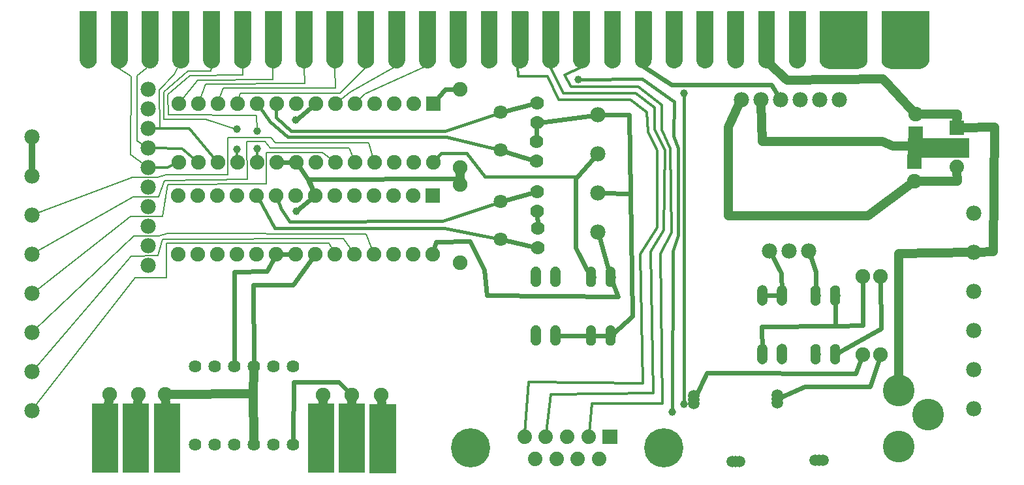
<source format=gtl>
G04 MADE WITH FRITZING*
G04 WWW.FRITZING.ORG*
G04 DOUBLE SIDED*
G04 HOLES PLATED*
G04 CONTOUR ON CENTER OF CONTOUR VECTOR*
%ASAXBY*%
%FSLAX23Y23*%
%MOIN*%
%OFA0B0*%
%SFA1.0B1.0*%
%ADD10C,0.059065*%
%ADD11C,0.052000*%
%ADD12C,0.075000*%
%ADD13C,0.039370*%
%ADD14C,0.078000*%
%ADD15C,0.074000*%
%ADD16C,0.200000*%
%ADD17C,0.070000*%
%ADD18C,0.064000*%
%ADD19C,0.075433*%
%ADD20C,0.162000*%
%ADD21C,0.070925*%
%ADD22C,0.070866*%
%ADD23R,0.314961X0.098425*%
%ADD24R,0.075000X0.075000*%
%ADD25R,0.137796X0.355556*%
%ADD26C,0.012000*%
%ADD27C,0.024000*%
%ADD28C,0.048000*%
%ADD29C,0.008000*%
%ADD30C,0.032000*%
%ADD31C,0.016000*%
%ADD32R,0.001000X0.001000*%
%LNCOPPER1*%
G90*
G70*
G54D10*
X3955Y401D03*
X3955Y362D03*
X3955Y381D03*
X4188Y67D03*
X4149Y67D03*
X4168Y67D03*
X3529Y396D03*
X3529Y357D03*
X3529Y376D03*
X3762Y61D03*
X3723Y61D03*
X3742Y61D03*
G54D11*
X3003Y704D03*
X3103Y704D03*
X3103Y1004D03*
X3003Y1004D03*
X3003Y704D03*
X3103Y704D03*
X3103Y1004D03*
X3003Y1004D03*
X2721Y704D03*
X2821Y704D03*
X2821Y1004D03*
X2721Y1004D03*
X2721Y704D03*
X2821Y704D03*
X2821Y1004D03*
X2721Y1004D03*
G54D12*
X4482Y607D03*
X4482Y1007D03*
X4392Y607D03*
X4392Y1007D03*
G54D11*
X3878Y610D03*
X3978Y610D03*
X3978Y910D03*
X3878Y910D03*
X3878Y610D03*
X3978Y610D03*
X3978Y910D03*
X3878Y910D03*
X4150Y609D03*
X4250Y609D03*
X4250Y909D03*
X4150Y909D03*
X4150Y609D03*
X4250Y609D03*
X4250Y909D03*
X4150Y909D03*
G54D13*
X3478Y1944D03*
X3478Y354D03*
X1494Y1807D03*
G54D14*
X148Y1721D03*
X148Y1521D03*
X148Y1321D03*
X148Y1121D03*
X148Y921D03*
X148Y721D03*
X148Y521D03*
X148Y321D03*
G54D13*
X1297Y1661D03*
X1195Y1657D03*
X1297Y1751D03*
X1195Y1760D03*
X1498Y1342D03*
G54D14*
X4270Y1910D03*
X4170Y1910D03*
X4070Y1910D03*
X3970Y1910D03*
X3870Y1910D03*
X3770Y1910D03*
X4116Y1138D03*
X4016Y1138D03*
X3916Y1138D03*
G54D15*
X3100Y187D03*
X2991Y187D03*
X2881Y187D03*
X2772Y187D03*
X2663Y187D03*
X3045Y75D03*
X2936Y75D03*
X2827Y75D03*
X2718Y75D03*
G54D16*
X3374Y131D03*
X2389Y131D03*
G54D15*
X3100Y187D03*
X2991Y187D03*
X2881Y187D03*
X2772Y187D03*
X2663Y187D03*
X3045Y75D03*
X2936Y75D03*
X2827Y75D03*
X2718Y75D03*
G54D16*
X3374Y131D03*
X2389Y131D03*
G54D13*
X2939Y2015D03*
X3419Y314D03*
G54D17*
X2730Y1155D03*
X2730Y1255D03*
X2727Y1340D03*
X2727Y1440D03*
X2723Y1596D03*
X2723Y1696D03*
X2727Y1793D03*
X2727Y1893D03*
G54D14*
X4959Y1329D03*
X4959Y1129D03*
X4959Y929D03*
X4959Y729D03*
X4959Y529D03*
X4959Y329D03*
X3038Y1833D03*
X3038Y1633D03*
X3038Y1433D03*
X3038Y1233D03*
G54D12*
X4660Y1738D03*
X4660Y1838D03*
X4656Y1594D03*
X4656Y1494D03*
G54D18*
X1380Y147D03*
X1280Y147D03*
X1180Y147D03*
X1080Y147D03*
X980Y147D03*
X980Y547D03*
X1080Y547D03*
X1180Y547D03*
X1280Y547D03*
X1380Y547D03*
X1480Y547D03*
X1480Y147D03*
G54D19*
X827Y405D03*
X1931Y401D03*
X691Y405D03*
X1782Y401D03*
X545Y405D03*
X1636Y401D03*
G54D15*
X4872Y1767D03*
X4872Y1667D03*
X4872Y1567D03*
X4872Y1767D03*
X4872Y1667D03*
X4872Y1567D03*
G54D20*
X4574Y424D03*
X4575Y136D03*
X4723Y299D03*
X4574Y424D03*
X4575Y136D03*
X4723Y299D03*
G54D12*
X2196Y1422D03*
X2196Y1122D03*
X2096Y1422D03*
X2096Y1122D03*
X1996Y1422D03*
X1996Y1122D03*
X1896Y1422D03*
X1896Y1122D03*
X1796Y1422D03*
X1796Y1122D03*
X1696Y1422D03*
X1696Y1122D03*
X1596Y1422D03*
X1596Y1122D03*
X1496Y1422D03*
X1496Y1122D03*
X1396Y1422D03*
X1396Y1122D03*
X1296Y1422D03*
X1296Y1122D03*
X1196Y1422D03*
X1196Y1122D03*
X1096Y1422D03*
X1096Y1122D03*
X996Y1422D03*
X996Y1122D03*
X896Y1422D03*
X896Y1122D03*
X2197Y1890D03*
X2197Y1590D03*
X2097Y1890D03*
X2097Y1590D03*
X1997Y1890D03*
X1997Y1590D03*
X1897Y1890D03*
X1897Y1590D03*
X1797Y1890D03*
X1797Y1590D03*
X1697Y1890D03*
X1697Y1590D03*
X1597Y1890D03*
X1597Y1590D03*
X1497Y1890D03*
X1497Y1590D03*
X1397Y1890D03*
X1397Y1590D03*
X1297Y1890D03*
X1297Y1590D03*
X1197Y1890D03*
X1197Y1590D03*
X1097Y1890D03*
X1097Y1590D03*
X997Y1890D03*
X997Y1590D03*
X897Y1890D03*
X897Y1590D03*
G54D21*
X2541Y1389D03*
G54D22*
X2542Y1196D03*
G54D21*
X2541Y1846D03*
G54D22*
X2542Y1653D03*
G54D12*
X2333Y1076D03*
X2333Y1476D03*
X2333Y1564D03*
X2333Y1964D03*
G54D14*
X742Y1064D03*
X742Y1164D03*
X742Y1264D03*
X742Y1364D03*
X742Y1464D03*
X742Y1564D03*
X742Y1664D03*
X742Y1764D03*
X742Y1864D03*
X742Y1964D03*
G54D23*
X4778Y1665D03*
G54D24*
X4660Y1738D03*
X4656Y1594D03*
G54D25*
X839Y180D03*
X520Y180D03*
X1624Y181D03*
X677Y180D03*
X1782Y181D03*
G54D24*
X2196Y1422D03*
X2197Y1890D03*
G54D26*
X2797Y405D02*
X2775Y207D01*
G54D27*
D02*
X4251Y755D02*
X4392Y756D01*
D02*
X4392Y756D02*
X4392Y990D01*
D02*
X3876Y751D02*
X4251Y755D01*
D02*
X3878Y626D02*
X3876Y751D01*
D02*
X3596Y514D02*
X3537Y394D01*
D02*
X4356Y510D02*
X3596Y514D01*
D02*
X4386Y591D02*
X4356Y510D01*
D02*
X4096Y443D02*
X3973Y389D01*
D02*
X4427Y445D02*
X4096Y443D01*
D02*
X4477Y591D02*
X4427Y445D01*
G54D28*
D02*
X4332Y2114D02*
X4254Y2114D01*
G54D27*
D02*
X3962Y910D02*
X3894Y910D01*
D02*
X4251Y755D02*
X4250Y893D01*
D02*
X4483Y740D02*
X4482Y990D01*
D02*
X4264Y617D02*
X4483Y740D01*
D02*
X1349Y1034D02*
X1182Y1031D01*
D02*
X1182Y1031D02*
X1180Y567D01*
D02*
X1387Y1106D02*
X1349Y1034D01*
D02*
X3198Y1834D02*
X3203Y1432D01*
D02*
X3203Y1432D02*
X3057Y1433D01*
D02*
X3057Y1833D02*
X3198Y1834D01*
D02*
X3087Y704D02*
X3019Y704D01*
D02*
X3214Y803D02*
X3115Y715D01*
D02*
X3203Y1432D02*
X3214Y803D01*
D02*
X2923Y1507D02*
X2923Y1153D01*
D02*
X2923Y1153D02*
X2995Y1018D01*
D02*
X3025Y1619D02*
X2923Y1507D01*
D02*
X2471Y912D02*
X3140Y905D01*
D02*
X3140Y905D02*
X3108Y989D01*
D02*
X2458Y1040D02*
X2471Y912D01*
D02*
X3043Y1214D02*
X3098Y1020D01*
D02*
X3019Y1830D02*
X2741Y1795D01*
D02*
X2987Y704D02*
X2837Y704D01*
G54D29*
D02*
X676Y999D02*
X159Y336D01*
D02*
X656Y1110D02*
X160Y535D01*
G54D30*
D02*
X148Y1540D02*
X148Y1702D01*
G54D29*
D02*
X662Y1515D02*
X166Y1328D01*
D02*
X666Y1415D02*
X164Y1130D01*
D02*
X651Y1314D02*
X163Y932D01*
D02*
X668Y1215D02*
X162Y734D01*
G54D27*
D02*
X4151Y1031D02*
X4122Y1120D01*
D02*
X4150Y925D02*
X4151Y1031D01*
D02*
X3975Y1023D02*
X3925Y1121D01*
D02*
X3978Y926D02*
X3975Y1023D01*
D02*
X1478Y1122D02*
X1413Y1122D01*
G54D28*
D02*
X3706Y1771D02*
X3762Y1893D01*
D02*
X3706Y1318D02*
X3706Y1771D01*
D02*
X4419Y1318D02*
X3706Y1318D01*
D02*
X4642Y1484D02*
X4419Y1318D01*
D02*
X4490Y1697D02*
X3877Y1696D01*
D02*
X3877Y1696D02*
X3870Y1891D01*
D02*
X4546Y1673D02*
X4490Y1697D01*
D02*
X4677Y1673D02*
X4546Y1673D01*
D02*
X4677Y1673D02*
X4853Y1668D01*
D02*
X4656Y1665D02*
X4659Y1721D01*
D02*
X4656Y1612D02*
X4656Y1665D01*
D02*
X1278Y406D02*
X1280Y167D01*
D02*
X1278Y406D02*
X845Y405D01*
D02*
X1280Y527D02*
X1278Y406D01*
G54D31*
D02*
X3478Y362D02*
X3478Y1937D01*
G54D28*
D02*
X2333Y1493D02*
X2333Y1547D01*
G54D27*
D02*
X2712Y1890D02*
X2557Y1850D01*
D02*
X2708Y1601D02*
X2557Y1648D01*
D02*
X2716Y1158D02*
X2557Y1193D01*
D02*
X2712Y1436D02*
X2557Y1393D01*
D02*
X2730Y1270D02*
X2727Y1325D01*
D02*
X2723Y1711D02*
X2726Y1778D01*
G54D31*
D02*
X1455Y1720D02*
X1364Y1798D01*
D02*
X1396Y1822D02*
X1396Y1873D01*
D02*
X2266Y1720D02*
X1455Y1720D01*
D02*
X2246Y1291D02*
X1463Y1287D01*
D02*
X1420Y1350D02*
X1401Y1405D01*
D02*
X1463Y1287D02*
X1420Y1350D01*
D02*
X2527Y1384D02*
X2246Y1291D01*
D02*
X2258Y1751D02*
X1471Y1751D01*
D02*
X1364Y1798D02*
X1307Y1876D01*
D02*
X2526Y1657D02*
X2266Y1720D01*
D02*
X1471Y1751D02*
X1396Y1822D01*
D02*
X2527Y1841D02*
X2258Y1751D01*
G54D29*
D02*
X1774Y1952D02*
X1710Y1901D01*
D02*
X2006Y2082D02*
X1774Y1952D01*
D02*
X2010Y2216D02*
X2006Y2082D01*
D02*
X1849Y1941D02*
X1809Y1902D01*
D02*
X2163Y2085D02*
X1849Y1941D01*
D02*
X2167Y2216D02*
X2163Y2085D01*
G54D27*
D02*
X1556Y1507D02*
X1507Y1576D01*
D02*
X1562Y1503D02*
X1589Y1438D01*
D02*
X2325Y1507D02*
X1562Y1503D01*
D02*
X2330Y1547D02*
X2325Y1507D01*
D02*
X1588Y1437D02*
X1556Y1507D01*
D02*
X2258Y1965D02*
X2208Y1904D01*
D02*
X2315Y1964D02*
X2258Y1965D01*
G54D29*
D02*
X1860Y2085D02*
X1720Y1945D01*
D02*
X1720Y1945D02*
X1211Y1945D01*
D02*
X1211Y1945D02*
X1201Y1907D01*
D02*
X1853Y2216D02*
X1860Y2085D01*
G54D27*
D02*
X1715Y468D02*
X1769Y413D01*
D02*
X1483Y468D02*
X1715Y468D01*
D02*
X1480Y167D02*
X1483Y468D01*
D02*
X1482Y964D02*
X1585Y1107D01*
D02*
X1277Y964D02*
X1482Y964D01*
D02*
X1280Y567D02*
X1277Y964D01*
G54D31*
D02*
X2255Y1255D02*
X1388Y1255D01*
D02*
X1388Y1255D02*
X1304Y1406D01*
D02*
X2526Y1199D02*
X2255Y1255D01*
G54D28*
D02*
X5066Y1771D02*
X4892Y1768D01*
D02*
X5058Y1134D02*
X5066Y1771D01*
D02*
X4978Y1130D02*
X5058Y1134D01*
G54D31*
D02*
X2936Y1516D02*
X2462Y1516D01*
D02*
X3025Y1618D02*
X2936Y1516D01*
D02*
X2462Y1516D02*
X2368Y1638D01*
D02*
X2238Y1638D02*
X2208Y1603D01*
D02*
X2368Y1638D02*
X2238Y1638D01*
G54D27*
D02*
X2458Y1040D02*
X2384Y1188D01*
D02*
X2210Y1184D02*
X2199Y1139D01*
D02*
X2384Y1188D02*
X2210Y1184D01*
G54D29*
D02*
X1378Y2015D02*
X993Y2012D01*
D02*
X993Y2012D02*
X907Y1904D01*
D02*
X1379Y2074D02*
X1378Y2015D01*
D02*
X1540Y1994D02*
X1034Y1992D01*
D02*
X1034Y1992D02*
X1003Y1907D01*
D02*
X1538Y2074D02*
X1540Y1994D01*
D02*
X1699Y1969D02*
X1123Y1969D01*
D02*
X1123Y1969D02*
X1102Y1907D01*
D02*
X1696Y2074D02*
X1699Y1969D01*
D02*
X1034Y1811D02*
X1187Y1762D01*
G54D26*
D02*
X1195Y1650D02*
X1196Y1608D01*
D02*
X837Y1563D02*
X881Y1583D01*
D02*
X761Y1564D02*
X837Y1563D01*
G54D29*
D02*
X581Y2078D02*
X653Y2032D01*
D02*
X653Y2032D02*
X651Y1629D01*
D02*
X651Y1629D02*
X727Y1575D01*
D02*
X593Y2216D02*
X581Y2078D01*
D02*
X731Y2071D02*
X683Y2035D01*
D02*
X683Y2035D02*
X683Y1700D01*
D02*
X683Y1700D02*
X726Y1674D01*
D02*
X732Y2074D02*
X731Y2071D01*
D02*
X876Y2039D02*
X797Y1962D01*
D02*
X797Y1962D02*
X800Y1762D01*
D02*
X800Y1762D02*
X761Y1763D01*
D02*
X891Y2074D02*
X876Y2039D01*
D02*
X1062Y2058D02*
X943Y2058D01*
D02*
X943Y2058D02*
X820Y1949D01*
D02*
X820Y1949D02*
X821Y1811D01*
D02*
X821Y1811D02*
X1034Y1811D01*
D02*
X1063Y2074D02*
X1062Y2058D01*
D02*
X1224Y2037D02*
X955Y2035D01*
D02*
X955Y2035D02*
X842Y1936D01*
D02*
X842Y1936D02*
X843Y1833D01*
D02*
X843Y1833D02*
X1294Y1831D01*
D02*
X1294Y1831D02*
X1297Y1759D01*
G54D26*
D02*
X1297Y1653D02*
X1297Y1608D01*
G54D29*
D02*
X1223Y2074D02*
X1224Y2037D01*
D02*
X1665Y1178D02*
X833Y1176D01*
D02*
X833Y1176D02*
X833Y1000D01*
D02*
X833Y1000D02*
X676Y999D01*
D02*
X1687Y1137D02*
X1665Y1178D01*
D02*
X1739Y1201D02*
X1785Y1136D01*
D02*
X816Y1197D02*
X1739Y1201D01*
D02*
X790Y1114D02*
X816Y1197D01*
D02*
X656Y1110D02*
X790Y1114D01*
D02*
X1854Y1224D02*
X1889Y1138D01*
D02*
X842Y1226D02*
X1854Y1224D01*
D02*
X794Y1215D02*
X842Y1226D01*
D02*
X668Y1215D02*
X794Y1215D01*
D02*
X1868Y1689D02*
X1392Y1689D01*
D02*
X1392Y1689D02*
X1368Y1716D01*
D02*
X1368Y1716D02*
X1148Y1717D01*
D02*
X1148Y1717D02*
X1147Y1527D01*
D02*
X836Y1527D02*
X789Y1514D01*
D02*
X1147Y1527D02*
X836Y1527D01*
D02*
X789Y1514D02*
X662Y1515D01*
D02*
X1892Y1607D02*
X1868Y1689D01*
D02*
X1364Y1665D02*
X1769Y1665D01*
D02*
X1337Y1697D02*
X1364Y1665D01*
D02*
X1769Y1665D02*
X1791Y1607D01*
D02*
X1246Y1697D02*
X1337Y1697D01*
D02*
X1247Y1504D02*
X1246Y1697D01*
D02*
X825Y1498D02*
X1247Y1504D01*
D02*
X796Y1414D02*
X825Y1498D01*
D02*
X666Y1415D02*
X796Y1414D01*
D02*
X841Y1476D02*
X1345Y1480D01*
D02*
X813Y1314D02*
X841Y1476D01*
D02*
X651Y1314D02*
X813Y1314D01*
D02*
X1345Y1480D02*
X1345Y1641D01*
D02*
X1345Y1641D02*
X1632Y1641D01*
D02*
X1632Y1641D02*
X1683Y1601D01*
G54D26*
D02*
X952Y1763D02*
X1085Y1603D01*
D02*
X915Y1661D02*
X983Y1602D01*
D02*
X761Y1764D02*
X952Y1763D01*
D02*
X761Y1664D02*
X915Y1661D01*
G54D27*
D02*
X1504Y1347D02*
X1582Y1411D01*
G54D28*
D02*
X4494Y2016D02*
X4003Y2012D01*
D02*
X3912Y2097D02*
X3900Y2216D01*
D02*
X4003Y2012D02*
X3912Y2097D01*
D02*
X4648Y1851D02*
X4494Y2016D01*
D02*
X4873Y1495D02*
X4673Y1494D01*
G54D27*
D02*
X3923Y1988D02*
X3413Y1986D01*
D02*
X3262Y2086D02*
X3270Y2216D01*
D02*
X3413Y1986D02*
X3262Y2086D01*
D02*
X3960Y1926D02*
X3923Y1988D01*
G54D28*
D02*
X4872Y1548D02*
X4873Y1495D01*
D02*
X4574Y1125D02*
X4574Y487D01*
D02*
X4940Y1129D02*
X4574Y1125D01*
G54D26*
D02*
X2629Y2086D02*
X2640Y2216D01*
D02*
X2631Y2032D02*
X2629Y2086D01*
D02*
X2684Y466D02*
X3269Y461D01*
D02*
X3255Y1121D02*
X3341Y1256D01*
D02*
X3341Y1256D02*
X3341Y1649D01*
D02*
X3341Y1649D02*
X3293Y1747D01*
D02*
X3293Y1747D02*
X3289Y1846D01*
D02*
X3289Y1846D02*
X3203Y1909D01*
D02*
X3203Y1909D02*
X2837Y1909D01*
D02*
X2837Y1909D02*
X2782Y2032D01*
D02*
X2782Y2032D02*
X2631Y2032D01*
D02*
X3269Y461D02*
X3255Y1121D01*
D02*
X2665Y207D02*
X2684Y466D01*
D02*
X3309Y1134D02*
X3376Y1244D01*
D02*
X3376Y1244D02*
X3381Y1654D01*
D02*
X3381Y1654D02*
X3329Y1756D01*
D02*
X3329Y1756D02*
X3329Y1870D01*
D02*
X3329Y1870D02*
X3230Y1944D01*
D02*
X3230Y1944D02*
X2860Y1944D01*
D02*
X2793Y2079D02*
X2797Y2216D01*
D02*
X2860Y1944D02*
X2793Y2079D01*
D02*
X3321Y409D02*
X3309Y1134D01*
D02*
X3357Y1125D02*
X3415Y1231D01*
D02*
X3415Y1231D02*
X3408Y1661D01*
D02*
X3408Y1661D02*
X3364Y1756D01*
D02*
X3364Y1756D02*
X3365Y1885D01*
D02*
X3365Y1885D02*
X3245Y1976D01*
D02*
X3245Y1976D02*
X2901Y1978D01*
D02*
X2901Y1978D02*
X2867Y2037D01*
D02*
X3367Y359D02*
X3357Y1125D01*
D02*
X2955Y2078D02*
X2955Y2216D01*
D02*
X2867Y2037D02*
X2955Y2078D01*
G54D31*
D02*
X3420Y1138D02*
X3447Y1217D01*
D02*
X3447Y1217D02*
X3447Y1665D01*
D02*
X3447Y1665D02*
X3424Y1724D01*
D02*
X3424Y1724D02*
X3427Y1901D01*
D02*
X3427Y1901D02*
X3265Y2018D01*
D02*
X3265Y2018D02*
X2947Y2015D01*
D02*
X3419Y322D02*
X3420Y1138D01*
G54D26*
D02*
X2797Y405D02*
X3321Y409D01*
D02*
X3008Y357D02*
X3367Y358D01*
D02*
X2993Y207D02*
X3008Y357D01*
G54D27*
D02*
X1500Y1812D02*
X1583Y1879D01*
D02*
X1479Y1590D02*
X1414Y1590D01*
G54D28*
D02*
X4873Y1838D02*
X4677Y1838D01*
D02*
X4872Y1787D02*
X4873Y1838D01*
D02*
X830Y353D02*
X828Y388D01*
D02*
X1933Y349D02*
X1932Y383D01*
D02*
X688Y353D02*
X690Y387D01*
D02*
X1782Y353D02*
X1782Y383D01*
D02*
X539Y353D02*
X543Y387D01*
D02*
X1633Y353D02*
X1635Y383D01*
G54D32*
X393Y2362D02*
X478Y2362D01*
X551Y2362D02*
X635Y2362D01*
X708Y2362D02*
X793Y2362D01*
X866Y2362D02*
X950Y2362D01*
X1023Y2362D02*
X1108Y2362D01*
X1181Y2362D02*
X1265Y2362D01*
X1338Y2362D02*
X1423Y2362D01*
X1495Y2362D02*
X1580Y2362D01*
X1653Y2362D02*
X1738Y2362D01*
X1810Y2362D02*
X1895Y2362D01*
X1968Y2362D02*
X2053Y2362D01*
X2125Y2362D02*
X2210Y2362D01*
X2283Y2362D02*
X2367Y2362D01*
X2440Y2362D02*
X2525Y2362D01*
X2598Y2362D02*
X2682Y2362D01*
X2755Y2362D02*
X2840Y2362D01*
X2913Y2362D02*
X2997Y2362D01*
X3070Y2362D02*
X3155Y2362D01*
X3227Y2362D02*
X3312Y2362D01*
X3385Y2362D02*
X3470Y2362D01*
X3542Y2362D02*
X3627Y2362D01*
X3700Y2362D02*
X3785Y2362D01*
X3857Y2362D02*
X3942Y2362D01*
X4015Y2362D02*
X4099Y2362D01*
X4172Y2362D02*
X4414Y2362D01*
X4487Y2362D02*
X4729Y2362D01*
X393Y2361D02*
X478Y2361D01*
X550Y2361D02*
X636Y2361D01*
X708Y2361D02*
X793Y2361D01*
X865Y2361D02*
X951Y2361D01*
X1023Y2361D02*
X1108Y2361D01*
X1180Y2361D02*
X1266Y2361D01*
X1338Y2361D02*
X1423Y2361D01*
X1495Y2361D02*
X1581Y2361D01*
X1652Y2361D02*
X1738Y2361D01*
X1810Y2361D02*
X1895Y2361D01*
X1967Y2361D02*
X2053Y2361D01*
X2125Y2361D02*
X2210Y2361D01*
X2282Y2361D02*
X2368Y2361D01*
X2440Y2361D02*
X2525Y2361D01*
X2597Y2361D02*
X2683Y2361D01*
X2755Y2361D02*
X2840Y2361D01*
X2912Y2361D02*
X2998Y2361D01*
X3070Y2361D02*
X3155Y2361D01*
X3227Y2361D02*
X3313Y2361D01*
X3384Y2361D02*
X3470Y2361D01*
X3542Y2361D02*
X3627Y2361D01*
X3699Y2361D02*
X3785Y2361D01*
X3857Y2361D02*
X3942Y2361D01*
X4014Y2361D02*
X4100Y2361D01*
X4172Y2361D02*
X4415Y2361D01*
X4487Y2361D02*
X4730Y2361D01*
X393Y2360D02*
X478Y2360D01*
X550Y2360D02*
X636Y2360D01*
X708Y2360D02*
X793Y2360D01*
X865Y2360D02*
X951Y2360D01*
X1023Y2360D02*
X1108Y2360D01*
X1180Y2360D02*
X1266Y2360D01*
X1338Y2360D02*
X1423Y2360D01*
X1495Y2360D02*
X1581Y2360D01*
X1652Y2360D02*
X1738Y2360D01*
X1810Y2360D02*
X1895Y2360D01*
X1967Y2360D02*
X2053Y2360D01*
X2125Y2360D02*
X2210Y2360D01*
X2282Y2360D02*
X2368Y2360D01*
X2440Y2360D02*
X2525Y2360D01*
X2597Y2360D02*
X2683Y2360D01*
X2755Y2360D02*
X2840Y2360D01*
X2912Y2360D02*
X2998Y2360D01*
X3070Y2360D02*
X3155Y2360D01*
X3227Y2360D02*
X3313Y2360D01*
X3384Y2360D02*
X3470Y2360D01*
X3542Y2360D02*
X3627Y2360D01*
X3699Y2360D02*
X3785Y2360D01*
X3857Y2360D02*
X3942Y2360D01*
X4014Y2360D02*
X4100Y2360D01*
X4172Y2360D02*
X4415Y2360D01*
X4487Y2360D02*
X4730Y2360D01*
X393Y2359D02*
X478Y2359D01*
X550Y2359D02*
X636Y2359D01*
X708Y2359D02*
X793Y2359D01*
X865Y2359D02*
X951Y2359D01*
X1023Y2359D02*
X1108Y2359D01*
X1180Y2359D02*
X1266Y2359D01*
X1338Y2359D02*
X1423Y2359D01*
X1495Y2359D02*
X1581Y2359D01*
X1652Y2359D02*
X1738Y2359D01*
X1810Y2359D02*
X1895Y2359D01*
X1967Y2359D02*
X2053Y2359D01*
X2125Y2359D02*
X2210Y2359D01*
X2282Y2359D02*
X2368Y2359D01*
X2440Y2359D02*
X2525Y2359D01*
X2597Y2359D02*
X2683Y2359D01*
X2755Y2359D02*
X2840Y2359D01*
X2912Y2359D02*
X2998Y2359D01*
X3070Y2359D02*
X3155Y2359D01*
X3227Y2359D02*
X3313Y2359D01*
X3384Y2359D02*
X3470Y2359D01*
X3542Y2359D02*
X3627Y2359D01*
X3699Y2359D02*
X3785Y2359D01*
X3857Y2359D02*
X3942Y2359D01*
X4014Y2359D02*
X4100Y2359D01*
X4172Y2359D02*
X4415Y2359D01*
X4487Y2359D02*
X4730Y2359D01*
X393Y2358D02*
X478Y2358D01*
X550Y2358D02*
X636Y2358D01*
X708Y2358D02*
X793Y2358D01*
X865Y2358D02*
X951Y2358D01*
X1023Y2358D02*
X1108Y2358D01*
X1180Y2358D02*
X1266Y2358D01*
X1338Y2358D02*
X1423Y2358D01*
X1495Y2358D02*
X1581Y2358D01*
X1652Y2358D02*
X1738Y2358D01*
X1810Y2358D02*
X1895Y2358D01*
X1967Y2358D02*
X2053Y2358D01*
X2125Y2358D02*
X2210Y2358D01*
X2282Y2358D02*
X2368Y2358D01*
X2440Y2358D02*
X2525Y2358D01*
X2597Y2358D02*
X2683Y2358D01*
X2755Y2358D02*
X2840Y2358D01*
X2912Y2358D02*
X2998Y2358D01*
X3070Y2358D02*
X3155Y2358D01*
X3227Y2358D02*
X3313Y2358D01*
X3384Y2358D02*
X3470Y2358D01*
X3542Y2358D02*
X3627Y2358D01*
X3699Y2358D02*
X3785Y2358D01*
X3857Y2358D02*
X3942Y2358D01*
X4014Y2358D02*
X4100Y2358D01*
X4172Y2358D02*
X4415Y2358D01*
X4487Y2358D02*
X4730Y2358D01*
X393Y2357D02*
X478Y2357D01*
X550Y2357D02*
X636Y2357D01*
X708Y2357D02*
X793Y2357D01*
X865Y2357D02*
X951Y2357D01*
X1023Y2357D02*
X1108Y2357D01*
X1180Y2357D02*
X1266Y2357D01*
X1338Y2357D02*
X1423Y2357D01*
X1495Y2357D02*
X1581Y2357D01*
X1652Y2357D02*
X1738Y2357D01*
X1810Y2357D02*
X1895Y2357D01*
X1967Y2357D02*
X2053Y2357D01*
X2125Y2357D02*
X2210Y2357D01*
X2282Y2357D02*
X2368Y2357D01*
X2440Y2357D02*
X2525Y2357D01*
X2597Y2357D02*
X2683Y2357D01*
X2755Y2357D02*
X2840Y2357D01*
X2912Y2357D02*
X2998Y2357D01*
X3070Y2357D02*
X3155Y2357D01*
X3227Y2357D02*
X3313Y2357D01*
X3384Y2357D02*
X3470Y2357D01*
X3542Y2357D02*
X3627Y2357D01*
X3699Y2357D02*
X3785Y2357D01*
X3857Y2357D02*
X3942Y2357D01*
X4014Y2357D02*
X4100Y2357D01*
X4172Y2357D02*
X4415Y2357D01*
X4487Y2357D02*
X4730Y2357D01*
X393Y2356D02*
X478Y2356D01*
X550Y2356D02*
X636Y2356D01*
X708Y2356D02*
X793Y2356D01*
X865Y2356D02*
X951Y2356D01*
X1023Y2356D02*
X1108Y2356D01*
X1180Y2356D02*
X1266Y2356D01*
X1338Y2356D02*
X1423Y2356D01*
X1495Y2356D02*
X1581Y2356D01*
X1652Y2356D02*
X1738Y2356D01*
X1810Y2356D02*
X1895Y2356D01*
X1967Y2356D02*
X2053Y2356D01*
X2125Y2356D02*
X2210Y2356D01*
X2282Y2356D02*
X2368Y2356D01*
X2440Y2356D02*
X2525Y2356D01*
X2597Y2356D02*
X2683Y2356D01*
X2755Y2356D02*
X2840Y2356D01*
X2912Y2356D02*
X2998Y2356D01*
X3070Y2356D02*
X3155Y2356D01*
X3227Y2356D02*
X3313Y2356D01*
X3384Y2356D02*
X3470Y2356D01*
X3542Y2356D02*
X3627Y2356D01*
X3699Y2356D02*
X3785Y2356D01*
X3857Y2356D02*
X3942Y2356D01*
X4014Y2356D02*
X4100Y2356D01*
X4172Y2356D02*
X4415Y2356D01*
X4487Y2356D02*
X4730Y2356D01*
X393Y2355D02*
X478Y2355D01*
X550Y2355D02*
X636Y2355D01*
X708Y2355D02*
X793Y2355D01*
X865Y2355D02*
X951Y2355D01*
X1023Y2355D02*
X1108Y2355D01*
X1180Y2355D02*
X1266Y2355D01*
X1338Y2355D02*
X1423Y2355D01*
X1495Y2355D02*
X1581Y2355D01*
X1652Y2355D02*
X1738Y2355D01*
X1810Y2355D02*
X1895Y2355D01*
X1967Y2355D02*
X2053Y2355D01*
X2125Y2355D02*
X2210Y2355D01*
X2282Y2355D02*
X2368Y2355D01*
X2440Y2355D02*
X2525Y2355D01*
X2597Y2355D02*
X2683Y2355D01*
X2755Y2355D02*
X2840Y2355D01*
X2912Y2355D02*
X2998Y2355D01*
X3070Y2355D02*
X3155Y2355D01*
X3227Y2355D02*
X3313Y2355D01*
X3384Y2355D02*
X3470Y2355D01*
X3542Y2355D02*
X3627Y2355D01*
X3699Y2355D02*
X3785Y2355D01*
X3857Y2355D02*
X3942Y2355D01*
X4014Y2355D02*
X4100Y2355D01*
X4172Y2355D02*
X4415Y2355D01*
X4487Y2355D02*
X4730Y2355D01*
X393Y2354D02*
X478Y2354D01*
X550Y2354D02*
X636Y2354D01*
X708Y2354D02*
X793Y2354D01*
X865Y2354D02*
X951Y2354D01*
X1023Y2354D02*
X1108Y2354D01*
X1180Y2354D02*
X1266Y2354D01*
X1338Y2354D02*
X1423Y2354D01*
X1495Y2354D02*
X1581Y2354D01*
X1652Y2354D02*
X1738Y2354D01*
X1810Y2354D02*
X1895Y2354D01*
X1967Y2354D02*
X2053Y2354D01*
X2125Y2354D02*
X2210Y2354D01*
X2282Y2354D02*
X2368Y2354D01*
X2440Y2354D02*
X2525Y2354D01*
X2597Y2354D02*
X2683Y2354D01*
X2755Y2354D02*
X2840Y2354D01*
X2912Y2354D02*
X2998Y2354D01*
X3070Y2354D02*
X3155Y2354D01*
X3227Y2354D02*
X3313Y2354D01*
X3384Y2354D02*
X3470Y2354D01*
X3542Y2354D02*
X3627Y2354D01*
X3699Y2354D02*
X3785Y2354D01*
X3857Y2354D02*
X3942Y2354D01*
X4014Y2354D02*
X4100Y2354D01*
X4172Y2354D02*
X4415Y2354D01*
X4487Y2354D02*
X4730Y2354D01*
X393Y2353D02*
X478Y2353D01*
X550Y2353D02*
X636Y2353D01*
X708Y2353D02*
X793Y2353D01*
X865Y2353D02*
X951Y2353D01*
X1023Y2353D02*
X1108Y2353D01*
X1180Y2353D02*
X1266Y2353D01*
X1338Y2353D02*
X1423Y2353D01*
X1495Y2353D02*
X1581Y2353D01*
X1652Y2353D02*
X1738Y2353D01*
X1810Y2353D02*
X1895Y2353D01*
X1967Y2353D02*
X2053Y2353D01*
X2125Y2353D02*
X2210Y2353D01*
X2282Y2353D02*
X2368Y2353D01*
X2440Y2353D02*
X2525Y2353D01*
X2597Y2353D02*
X2683Y2353D01*
X2755Y2353D02*
X2840Y2353D01*
X2912Y2353D02*
X2998Y2353D01*
X3070Y2353D02*
X3155Y2353D01*
X3227Y2353D02*
X3313Y2353D01*
X3384Y2353D02*
X3470Y2353D01*
X3542Y2353D02*
X3627Y2353D01*
X3699Y2353D02*
X3785Y2353D01*
X3857Y2353D02*
X3942Y2353D01*
X4014Y2353D02*
X4100Y2353D01*
X4172Y2353D02*
X4415Y2353D01*
X4487Y2353D02*
X4730Y2353D01*
X393Y2352D02*
X478Y2352D01*
X550Y2352D02*
X636Y2352D01*
X708Y2352D02*
X793Y2352D01*
X865Y2352D02*
X951Y2352D01*
X1023Y2352D02*
X1108Y2352D01*
X1180Y2352D02*
X1266Y2352D01*
X1338Y2352D02*
X1423Y2352D01*
X1495Y2352D02*
X1581Y2352D01*
X1652Y2352D02*
X1738Y2352D01*
X1810Y2352D02*
X1895Y2352D01*
X1967Y2352D02*
X2053Y2352D01*
X2125Y2352D02*
X2210Y2352D01*
X2282Y2352D02*
X2368Y2352D01*
X2440Y2352D02*
X2525Y2352D01*
X2597Y2352D02*
X2683Y2352D01*
X2755Y2352D02*
X2840Y2352D01*
X2912Y2352D02*
X2998Y2352D01*
X3070Y2352D02*
X3155Y2352D01*
X3227Y2352D02*
X3313Y2352D01*
X3384Y2352D02*
X3470Y2352D01*
X3542Y2352D02*
X3627Y2352D01*
X3699Y2352D02*
X3785Y2352D01*
X3857Y2352D02*
X3942Y2352D01*
X4014Y2352D02*
X4100Y2352D01*
X4172Y2352D02*
X4415Y2352D01*
X4487Y2352D02*
X4730Y2352D01*
X393Y2351D02*
X478Y2351D01*
X550Y2351D02*
X636Y2351D01*
X708Y2351D02*
X793Y2351D01*
X865Y2351D02*
X951Y2351D01*
X1023Y2351D02*
X1108Y2351D01*
X1180Y2351D02*
X1266Y2351D01*
X1338Y2351D02*
X1423Y2351D01*
X1495Y2351D02*
X1581Y2351D01*
X1652Y2351D02*
X1738Y2351D01*
X1810Y2351D02*
X1895Y2351D01*
X1967Y2351D02*
X2053Y2351D01*
X2125Y2351D02*
X2210Y2351D01*
X2282Y2351D02*
X2368Y2351D01*
X2440Y2351D02*
X2525Y2351D01*
X2597Y2351D02*
X2683Y2351D01*
X2755Y2351D02*
X2840Y2351D01*
X2912Y2351D02*
X2998Y2351D01*
X3070Y2351D02*
X3155Y2351D01*
X3227Y2351D02*
X3313Y2351D01*
X3384Y2351D02*
X3470Y2351D01*
X3542Y2351D02*
X3627Y2351D01*
X3699Y2351D02*
X3785Y2351D01*
X3857Y2351D02*
X3942Y2351D01*
X4014Y2351D02*
X4100Y2351D01*
X4172Y2351D02*
X4415Y2351D01*
X4487Y2351D02*
X4730Y2351D01*
X393Y2350D02*
X478Y2350D01*
X550Y2350D02*
X636Y2350D01*
X708Y2350D02*
X793Y2350D01*
X865Y2350D02*
X951Y2350D01*
X1023Y2350D02*
X1108Y2350D01*
X1180Y2350D02*
X1266Y2350D01*
X1338Y2350D02*
X1423Y2350D01*
X1495Y2350D02*
X1581Y2350D01*
X1652Y2350D02*
X1738Y2350D01*
X1810Y2350D02*
X1895Y2350D01*
X1967Y2350D02*
X2053Y2350D01*
X2125Y2350D02*
X2210Y2350D01*
X2282Y2350D02*
X2368Y2350D01*
X2440Y2350D02*
X2525Y2350D01*
X2597Y2350D02*
X2683Y2350D01*
X2755Y2350D02*
X2840Y2350D01*
X2912Y2350D02*
X2998Y2350D01*
X3070Y2350D02*
X3155Y2350D01*
X3227Y2350D02*
X3313Y2350D01*
X3384Y2350D02*
X3470Y2350D01*
X3542Y2350D02*
X3627Y2350D01*
X3699Y2350D02*
X3785Y2350D01*
X3857Y2350D02*
X3942Y2350D01*
X4014Y2350D02*
X4100Y2350D01*
X4172Y2350D02*
X4415Y2350D01*
X4487Y2350D02*
X4730Y2350D01*
X393Y2349D02*
X478Y2349D01*
X550Y2349D02*
X636Y2349D01*
X708Y2349D02*
X793Y2349D01*
X865Y2349D02*
X951Y2349D01*
X1023Y2349D02*
X1108Y2349D01*
X1180Y2349D02*
X1266Y2349D01*
X1338Y2349D02*
X1423Y2349D01*
X1495Y2349D02*
X1581Y2349D01*
X1652Y2349D02*
X1738Y2349D01*
X1810Y2349D02*
X1895Y2349D01*
X1967Y2349D02*
X2053Y2349D01*
X2125Y2349D02*
X2210Y2349D01*
X2282Y2349D02*
X2368Y2349D01*
X2440Y2349D02*
X2525Y2349D01*
X2597Y2349D02*
X2683Y2349D01*
X2755Y2349D02*
X2840Y2349D01*
X2912Y2349D02*
X2998Y2349D01*
X3070Y2349D02*
X3155Y2349D01*
X3227Y2349D02*
X3313Y2349D01*
X3384Y2349D02*
X3470Y2349D01*
X3542Y2349D02*
X3627Y2349D01*
X3699Y2349D02*
X3785Y2349D01*
X3857Y2349D02*
X3942Y2349D01*
X4014Y2349D02*
X4100Y2349D01*
X4172Y2349D02*
X4415Y2349D01*
X4487Y2349D02*
X4730Y2349D01*
X393Y2348D02*
X478Y2348D01*
X550Y2348D02*
X636Y2348D01*
X708Y2348D02*
X793Y2348D01*
X865Y2348D02*
X951Y2348D01*
X1023Y2348D02*
X1108Y2348D01*
X1180Y2348D02*
X1266Y2348D01*
X1338Y2348D02*
X1423Y2348D01*
X1495Y2348D02*
X1581Y2348D01*
X1652Y2348D02*
X1738Y2348D01*
X1810Y2348D02*
X1895Y2348D01*
X1967Y2348D02*
X2053Y2348D01*
X2125Y2348D02*
X2210Y2348D01*
X2282Y2348D02*
X2368Y2348D01*
X2440Y2348D02*
X2525Y2348D01*
X2597Y2348D02*
X2683Y2348D01*
X2755Y2348D02*
X2840Y2348D01*
X2912Y2348D02*
X2998Y2348D01*
X3070Y2348D02*
X3155Y2348D01*
X3227Y2348D02*
X3313Y2348D01*
X3384Y2348D02*
X3470Y2348D01*
X3542Y2348D02*
X3627Y2348D01*
X3699Y2348D02*
X3785Y2348D01*
X3857Y2348D02*
X3942Y2348D01*
X4014Y2348D02*
X4100Y2348D01*
X4172Y2348D02*
X4415Y2348D01*
X4487Y2348D02*
X4730Y2348D01*
X393Y2347D02*
X478Y2347D01*
X550Y2347D02*
X636Y2347D01*
X708Y2347D02*
X793Y2347D01*
X865Y2347D02*
X951Y2347D01*
X1023Y2347D02*
X1108Y2347D01*
X1180Y2347D02*
X1266Y2347D01*
X1338Y2347D02*
X1423Y2347D01*
X1495Y2347D02*
X1581Y2347D01*
X1652Y2347D02*
X1738Y2347D01*
X1810Y2347D02*
X1895Y2347D01*
X1967Y2347D02*
X2053Y2347D01*
X2125Y2347D02*
X2210Y2347D01*
X2282Y2347D02*
X2368Y2347D01*
X2440Y2347D02*
X2525Y2347D01*
X2597Y2347D02*
X2683Y2347D01*
X2755Y2347D02*
X2840Y2347D01*
X2912Y2347D02*
X2998Y2347D01*
X3070Y2347D02*
X3155Y2347D01*
X3227Y2347D02*
X3313Y2347D01*
X3384Y2347D02*
X3470Y2347D01*
X3542Y2347D02*
X3627Y2347D01*
X3699Y2347D02*
X3785Y2347D01*
X3857Y2347D02*
X3942Y2347D01*
X4014Y2347D02*
X4100Y2347D01*
X4172Y2347D02*
X4415Y2347D01*
X4487Y2347D02*
X4730Y2347D01*
X393Y2346D02*
X478Y2346D01*
X550Y2346D02*
X636Y2346D01*
X708Y2346D02*
X793Y2346D01*
X865Y2346D02*
X951Y2346D01*
X1023Y2346D02*
X1108Y2346D01*
X1180Y2346D02*
X1266Y2346D01*
X1338Y2346D02*
X1423Y2346D01*
X1495Y2346D02*
X1581Y2346D01*
X1652Y2346D02*
X1738Y2346D01*
X1810Y2346D02*
X1895Y2346D01*
X1967Y2346D02*
X2053Y2346D01*
X2125Y2346D02*
X2210Y2346D01*
X2282Y2346D02*
X2368Y2346D01*
X2440Y2346D02*
X2525Y2346D01*
X2597Y2346D02*
X2683Y2346D01*
X2755Y2346D02*
X2840Y2346D01*
X2912Y2346D02*
X2998Y2346D01*
X3070Y2346D02*
X3155Y2346D01*
X3227Y2346D02*
X3313Y2346D01*
X3384Y2346D02*
X3470Y2346D01*
X3542Y2346D02*
X3627Y2346D01*
X3699Y2346D02*
X3785Y2346D01*
X3857Y2346D02*
X3942Y2346D01*
X4014Y2346D02*
X4100Y2346D01*
X4172Y2346D02*
X4415Y2346D01*
X4487Y2346D02*
X4730Y2346D01*
X393Y2345D02*
X478Y2345D01*
X550Y2345D02*
X636Y2345D01*
X708Y2345D02*
X793Y2345D01*
X865Y2345D02*
X951Y2345D01*
X1023Y2345D02*
X1108Y2345D01*
X1180Y2345D02*
X1266Y2345D01*
X1338Y2345D02*
X1423Y2345D01*
X1495Y2345D02*
X1581Y2345D01*
X1652Y2345D02*
X1738Y2345D01*
X1810Y2345D02*
X1895Y2345D01*
X1967Y2345D02*
X2053Y2345D01*
X2125Y2345D02*
X2210Y2345D01*
X2282Y2345D02*
X2368Y2345D01*
X2440Y2345D02*
X2525Y2345D01*
X2597Y2345D02*
X2683Y2345D01*
X2755Y2345D02*
X2840Y2345D01*
X2912Y2345D02*
X2998Y2345D01*
X3070Y2345D02*
X3155Y2345D01*
X3227Y2345D02*
X3313Y2345D01*
X3384Y2345D02*
X3470Y2345D01*
X3542Y2345D02*
X3627Y2345D01*
X3699Y2345D02*
X3785Y2345D01*
X3857Y2345D02*
X3942Y2345D01*
X4014Y2345D02*
X4100Y2345D01*
X4172Y2345D02*
X4415Y2345D01*
X4487Y2345D02*
X4730Y2345D01*
X393Y2344D02*
X478Y2344D01*
X550Y2344D02*
X636Y2344D01*
X708Y2344D02*
X793Y2344D01*
X865Y2344D02*
X951Y2344D01*
X1023Y2344D02*
X1108Y2344D01*
X1180Y2344D02*
X1266Y2344D01*
X1338Y2344D02*
X1423Y2344D01*
X1495Y2344D02*
X1581Y2344D01*
X1652Y2344D02*
X1738Y2344D01*
X1810Y2344D02*
X1895Y2344D01*
X1967Y2344D02*
X2053Y2344D01*
X2125Y2344D02*
X2210Y2344D01*
X2282Y2344D02*
X2368Y2344D01*
X2440Y2344D02*
X2525Y2344D01*
X2597Y2344D02*
X2683Y2344D01*
X2755Y2344D02*
X2840Y2344D01*
X2912Y2344D02*
X2998Y2344D01*
X3070Y2344D02*
X3155Y2344D01*
X3227Y2344D02*
X3313Y2344D01*
X3384Y2344D02*
X3470Y2344D01*
X3542Y2344D02*
X3627Y2344D01*
X3699Y2344D02*
X3785Y2344D01*
X3857Y2344D02*
X3942Y2344D01*
X4014Y2344D02*
X4100Y2344D01*
X4172Y2344D02*
X4415Y2344D01*
X4487Y2344D02*
X4730Y2344D01*
X393Y2343D02*
X478Y2343D01*
X550Y2343D02*
X636Y2343D01*
X708Y2343D02*
X793Y2343D01*
X865Y2343D02*
X951Y2343D01*
X1023Y2343D02*
X1108Y2343D01*
X1180Y2343D02*
X1266Y2343D01*
X1338Y2343D02*
X1423Y2343D01*
X1495Y2343D02*
X1581Y2343D01*
X1652Y2343D02*
X1738Y2343D01*
X1810Y2343D02*
X1895Y2343D01*
X1967Y2343D02*
X2053Y2343D01*
X2125Y2343D02*
X2210Y2343D01*
X2282Y2343D02*
X2368Y2343D01*
X2440Y2343D02*
X2525Y2343D01*
X2597Y2343D02*
X2683Y2343D01*
X2755Y2343D02*
X2840Y2343D01*
X2912Y2343D02*
X2998Y2343D01*
X3070Y2343D02*
X3155Y2343D01*
X3227Y2343D02*
X3313Y2343D01*
X3384Y2343D02*
X3470Y2343D01*
X3542Y2343D02*
X3627Y2343D01*
X3699Y2343D02*
X3785Y2343D01*
X3857Y2343D02*
X3942Y2343D01*
X4014Y2343D02*
X4100Y2343D01*
X4172Y2343D02*
X4415Y2343D01*
X4487Y2343D02*
X4730Y2343D01*
X393Y2342D02*
X478Y2342D01*
X550Y2342D02*
X636Y2342D01*
X708Y2342D02*
X793Y2342D01*
X865Y2342D02*
X951Y2342D01*
X1023Y2342D02*
X1108Y2342D01*
X1180Y2342D02*
X1266Y2342D01*
X1338Y2342D02*
X1423Y2342D01*
X1495Y2342D02*
X1581Y2342D01*
X1652Y2342D02*
X1738Y2342D01*
X1810Y2342D02*
X1895Y2342D01*
X1967Y2342D02*
X2053Y2342D01*
X2125Y2342D02*
X2210Y2342D01*
X2282Y2342D02*
X2368Y2342D01*
X2440Y2342D02*
X2525Y2342D01*
X2597Y2342D02*
X2683Y2342D01*
X2755Y2342D02*
X2840Y2342D01*
X2912Y2342D02*
X2998Y2342D01*
X3070Y2342D02*
X3155Y2342D01*
X3227Y2342D02*
X3313Y2342D01*
X3384Y2342D02*
X3470Y2342D01*
X3542Y2342D02*
X3627Y2342D01*
X3699Y2342D02*
X3785Y2342D01*
X3857Y2342D02*
X3942Y2342D01*
X4014Y2342D02*
X4100Y2342D01*
X4172Y2342D02*
X4415Y2342D01*
X4487Y2342D02*
X4730Y2342D01*
X393Y2341D02*
X478Y2341D01*
X550Y2341D02*
X636Y2341D01*
X708Y2341D02*
X793Y2341D01*
X865Y2341D02*
X951Y2341D01*
X1023Y2341D02*
X1108Y2341D01*
X1180Y2341D02*
X1266Y2341D01*
X1338Y2341D02*
X1423Y2341D01*
X1495Y2341D02*
X1581Y2341D01*
X1652Y2341D02*
X1738Y2341D01*
X1810Y2341D02*
X1895Y2341D01*
X1967Y2341D02*
X2053Y2341D01*
X2125Y2341D02*
X2210Y2341D01*
X2282Y2341D02*
X2368Y2341D01*
X2440Y2341D02*
X2525Y2341D01*
X2597Y2341D02*
X2683Y2341D01*
X2755Y2341D02*
X2840Y2341D01*
X2912Y2341D02*
X2998Y2341D01*
X3070Y2341D02*
X3155Y2341D01*
X3227Y2341D02*
X3313Y2341D01*
X3384Y2341D02*
X3470Y2341D01*
X3542Y2341D02*
X3627Y2341D01*
X3699Y2341D02*
X3785Y2341D01*
X3857Y2341D02*
X3942Y2341D01*
X4014Y2341D02*
X4100Y2341D01*
X4172Y2341D02*
X4415Y2341D01*
X4487Y2341D02*
X4730Y2341D01*
X393Y2340D02*
X478Y2340D01*
X550Y2340D02*
X636Y2340D01*
X708Y2340D02*
X793Y2340D01*
X865Y2340D02*
X951Y2340D01*
X1023Y2340D02*
X1108Y2340D01*
X1180Y2340D02*
X1266Y2340D01*
X1338Y2340D02*
X1423Y2340D01*
X1495Y2340D02*
X1581Y2340D01*
X1652Y2340D02*
X1738Y2340D01*
X1810Y2340D02*
X1895Y2340D01*
X1967Y2340D02*
X2053Y2340D01*
X2125Y2340D02*
X2210Y2340D01*
X2282Y2340D02*
X2368Y2340D01*
X2440Y2340D02*
X2525Y2340D01*
X2597Y2340D02*
X2683Y2340D01*
X2755Y2340D02*
X2840Y2340D01*
X2912Y2340D02*
X2998Y2340D01*
X3070Y2340D02*
X3155Y2340D01*
X3227Y2340D02*
X3313Y2340D01*
X3384Y2340D02*
X3470Y2340D01*
X3542Y2340D02*
X3627Y2340D01*
X3699Y2340D02*
X3785Y2340D01*
X3857Y2340D02*
X3942Y2340D01*
X4014Y2340D02*
X4100Y2340D01*
X4172Y2340D02*
X4415Y2340D01*
X4487Y2340D02*
X4730Y2340D01*
X393Y2339D02*
X478Y2339D01*
X550Y2339D02*
X636Y2339D01*
X708Y2339D02*
X793Y2339D01*
X865Y2339D02*
X951Y2339D01*
X1023Y2339D02*
X1108Y2339D01*
X1180Y2339D02*
X1266Y2339D01*
X1338Y2339D02*
X1423Y2339D01*
X1495Y2339D02*
X1581Y2339D01*
X1652Y2339D02*
X1738Y2339D01*
X1810Y2339D02*
X1895Y2339D01*
X1967Y2339D02*
X2053Y2339D01*
X2125Y2339D02*
X2210Y2339D01*
X2282Y2339D02*
X2368Y2339D01*
X2440Y2339D02*
X2525Y2339D01*
X2597Y2339D02*
X2683Y2339D01*
X2755Y2339D02*
X2840Y2339D01*
X2912Y2339D02*
X2998Y2339D01*
X3070Y2339D02*
X3155Y2339D01*
X3227Y2339D02*
X3313Y2339D01*
X3384Y2339D02*
X3470Y2339D01*
X3542Y2339D02*
X3627Y2339D01*
X3699Y2339D02*
X3785Y2339D01*
X3857Y2339D02*
X3942Y2339D01*
X4014Y2339D02*
X4100Y2339D01*
X4172Y2339D02*
X4415Y2339D01*
X4487Y2339D02*
X4730Y2339D01*
X393Y2338D02*
X478Y2338D01*
X550Y2338D02*
X636Y2338D01*
X708Y2338D02*
X793Y2338D01*
X865Y2338D02*
X951Y2338D01*
X1023Y2338D02*
X1108Y2338D01*
X1180Y2338D02*
X1266Y2338D01*
X1338Y2338D02*
X1423Y2338D01*
X1495Y2338D02*
X1581Y2338D01*
X1652Y2338D02*
X1738Y2338D01*
X1810Y2338D02*
X1895Y2338D01*
X1967Y2338D02*
X2053Y2338D01*
X2125Y2338D02*
X2210Y2338D01*
X2282Y2338D02*
X2368Y2338D01*
X2440Y2338D02*
X2525Y2338D01*
X2597Y2338D02*
X2683Y2338D01*
X2755Y2338D02*
X2840Y2338D01*
X2912Y2338D02*
X2998Y2338D01*
X3070Y2338D02*
X3155Y2338D01*
X3227Y2338D02*
X3313Y2338D01*
X3384Y2338D02*
X3470Y2338D01*
X3542Y2338D02*
X3627Y2338D01*
X3699Y2338D02*
X3785Y2338D01*
X3857Y2338D02*
X3942Y2338D01*
X4014Y2338D02*
X4100Y2338D01*
X4172Y2338D02*
X4415Y2338D01*
X4487Y2338D02*
X4730Y2338D01*
X393Y2337D02*
X478Y2337D01*
X550Y2337D02*
X636Y2337D01*
X708Y2337D02*
X793Y2337D01*
X865Y2337D02*
X951Y2337D01*
X1023Y2337D02*
X1108Y2337D01*
X1180Y2337D02*
X1266Y2337D01*
X1338Y2337D02*
X1423Y2337D01*
X1495Y2337D02*
X1581Y2337D01*
X1652Y2337D02*
X1738Y2337D01*
X1810Y2337D02*
X1895Y2337D01*
X1967Y2337D02*
X2053Y2337D01*
X2125Y2337D02*
X2210Y2337D01*
X2282Y2337D02*
X2368Y2337D01*
X2440Y2337D02*
X2525Y2337D01*
X2597Y2337D02*
X2683Y2337D01*
X2755Y2337D02*
X2840Y2337D01*
X2912Y2337D02*
X2998Y2337D01*
X3070Y2337D02*
X3155Y2337D01*
X3227Y2337D02*
X3313Y2337D01*
X3384Y2337D02*
X3470Y2337D01*
X3542Y2337D02*
X3627Y2337D01*
X3699Y2337D02*
X3785Y2337D01*
X3857Y2337D02*
X3942Y2337D01*
X4014Y2337D02*
X4100Y2337D01*
X4172Y2337D02*
X4415Y2337D01*
X4487Y2337D02*
X4730Y2337D01*
X393Y2336D02*
X478Y2336D01*
X550Y2336D02*
X636Y2336D01*
X708Y2336D02*
X793Y2336D01*
X865Y2336D02*
X951Y2336D01*
X1023Y2336D02*
X1108Y2336D01*
X1180Y2336D02*
X1266Y2336D01*
X1338Y2336D02*
X1423Y2336D01*
X1495Y2336D02*
X1581Y2336D01*
X1652Y2336D02*
X1738Y2336D01*
X1810Y2336D02*
X1895Y2336D01*
X1967Y2336D02*
X2053Y2336D01*
X2125Y2336D02*
X2210Y2336D01*
X2282Y2336D02*
X2368Y2336D01*
X2440Y2336D02*
X2525Y2336D01*
X2597Y2336D02*
X2683Y2336D01*
X2755Y2336D02*
X2840Y2336D01*
X2912Y2336D02*
X2998Y2336D01*
X3070Y2336D02*
X3155Y2336D01*
X3227Y2336D02*
X3313Y2336D01*
X3384Y2336D02*
X3470Y2336D01*
X3542Y2336D02*
X3627Y2336D01*
X3699Y2336D02*
X3785Y2336D01*
X3857Y2336D02*
X3942Y2336D01*
X4014Y2336D02*
X4100Y2336D01*
X4172Y2336D02*
X4415Y2336D01*
X4487Y2336D02*
X4730Y2336D01*
X393Y2335D02*
X478Y2335D01*
X550Y2335D02*
X636Y2335D01*
X708Y2335D02*
X793Y2335D01*
X865Y2335D02*
X951Y2335D01*
X1023Y2335D02*
X1108Y2335D01*
X1180Y2335D02*
X1266Y2335D01*
X1338Y2335D02*
X1423Y2335D01*
X1495Y2335D02*
X1581Y2335D01*
X1652Y2335D02*
X1738Y2335D01*
X1810Y2335D02*
X1895Y2335D01*
X1967Y2335D02*
X2053Y2335D01*
X2125Y2335D02*
X2210Y2335D01*
X2282Y2335D02*
X2368Y2335D01*
X2440Y2335D02*
X2525Y2335D01*
X2597Y2335D02*
X2683Y2335D01*
X2755Y2335D02*
X2840Y2335D01*
X2912Y2335D02*
X2998Y2335D01*
X3070Y2335D02*
X3155Y2335D01*
X3227Y2335D02*
X3313Y2335D01*
X3384Y2335D02*
X3470Y2335D01*
X3542Y2335D02*
X3627Y2335D01*
X3699Y2335D02*
X3785Y2335D01*
X3857Y2335D02*
X3942Y2335D01*
X4014Y2335D02*
X4100Y2335D01*
X4172Y2335D02*
X4415Y2335D01*
X4487Y2335D02*
X4730Y2335D01*
X393Y2334D02*
X478Y2334D01*
X550Y2334D02*
X636Y2334D01*
X708Y2334D02*
X793Y2334D01*
X865Y2334D02*
X951Y2334D01*
X1023Y2334D02*
X1108Y2334D01*
X1180Y2334D02*
X1266Y2334D01*
X1338Y2334D02*
X1423Y2334D01*
X1495Y2334D02*
X1581Y2334D01*
X1652Y2334D02*
X1738Y2334D01*
X1810Y2334D02*
X1895Y2334D01*
X1967Y2334D02*
X2053Y2334D01*
X2125Y2334D02*
X2210Y2334D01*
X2282Y2334D02*
X2368Y2334D01*
X2440Y2334D02*
X2525Y2334D01*
X2597Y2334D02*
X2683Y2334D01*
X2755Y2334D02*
X2840Y2334D01*
X2912Y2334D02*
X2998Y2334D01*
X3070Y2334D02*
X3155Y2334D01*
X3227Y2334D02*
X3313Y2334D01*
X3384Y2334D02*
X3470Y2334D01*
X3542Y2334D02*
X3627Y2334D01*
X3699Y2334D02*
X3785Y2334D01*
X3857Y2334D02*
X3942Y2334D01*
X4014Y2334D02*
X4100Y2334D01*
X4172Y2334D02*
X4415Y2334D01*
X4487Y2334D02*
X4730Y2334D01*
X393Y2333D02*
X478Y2333D01*
X550Y2333D02*
X636Y2333D01*
X708Y2333D02*
X793Y2333D01*
X865Y2333D02*
X951Y2333D01*
X1023Y2333D02*
X1108Y2333D01*
X1180Y2333D02*
X1266Y2333D01*
X1338Y2333D02*
X1423Y2333D01*
X1495Y2333D02*
X1581Y2333D01*
X1652Y2333D02*
X1738Y2333D01*
X1810Y2333D02*
X1895Y2333D01*
X1967Y2333D02*
X2053Y2333D01*
X2125Y2333D02*
X2210Y2333D01*
X2282Y2333D02*
X2368Y2333D01*
X2440Y2333D02*
X2525Y2333D01*
X2597Y2333D02*
X2683Y2333D01*
X2755Y2333D02*
X2840Y2333D01*
X2912Y2333D02*
X2998Y2333D01*
X3070Y2333D02*
X3155Y2333D01*
X3227Y2333D02*
X3313Y2333D01*
X3384Y2333D02*
X3470Y2333D01*
X3542Y2333D02*
X3627Y2333D01*
X3699Y2333D02*
X3785Y2333D01*
X3857Y2333D02*
X3942Y2333D01*
X4014Y2333D02*
X4100Y2333D01*
X4172Y2333D02*
X4415Y2333D01*
X4487Y2333D02*
X4730Y2333D01*
X393Y2332D02*
X478Y2332D01*
X550Y2332D02*
X636Y2332D01*
X708Y2332D02*
X793Y2332D01*
X865Y2332D02*
X951Y2332D01*
X1023Y2332D02*
X1108Y2332D01*
X1180Y2332D02*
X1266Y2332D01*
X1338Y2332D02*
X1423Y2332D01*
X1495Y2332D02*
X1581Y2332D01*
X1652Y2332D02*
X1738Y2332D01*
X1810Y2332D02*
X1895Y2332D01*
X1967Y2332D02*
X2053Y2332D01*
X2125Y2332D02*
X2210Y2332D01*
X2282Y2332D02*
X2368Y2332D01*
X2440Y2332D02*
X2525Y2332D01*
X2597Y2332D02*
X2683Y2332D01*
X2755Y2332D02*
X2840Y2332D01*
X2912Y2332D02*
X2998Y2332D01*
X3070Y2332D02*
X3155Y2332D01*
X3227Y2332D02*
X3313Y2332D01*
X3384Y2332D02*
X3470Y2332D01*
X3542Y2332D02*
X3627Y2332D01*
X3699Y2332D02*
X3785Y2332D01*
X3857Y2332D02*
X3942Y2332D01*
X4014Y2332D02*
X4100Y2332D01*
X4172Y2332D02*
X4415Y2332D01*
X4487Y2332D02*
X4730Y2332D01*
X393Y2331D02*
X478Y2331D01*
X550Y2331D02*
X636Y2331D01*
X708Y2331D02*
X793Y2331D01*
X865Y2331D02*
X951Y2331D01*
X1023Y2331D02*
X1108Y2331D01*
X1180Y2331D02*
X1266Y2331D01*
X1338Y2331D02*
X1423Y2331D01*
X1495Y2331D02*
X1581Y2331D01*
X1652Y2331D02*
X1738Y2331D01*
X1810Y2331D02*
X1895Y2331D01*
X1967Y2331D02*
X2053Y2331D01*
X2125Y2331D02*
X2210Y2331D01*
X2282Y2331D02*
X2368Y2331D01*
X2440Y2331D02*
X2525Y2331D01*
X2597Y2331D02*
X2683Y2331D01*
X2755Y2331D02*
X2840Y2331D01*
X2912Y2331D02*
X2998Y2331D01*
X3070Y2331D02*
X3155Y2331D01*
X3227Y2331D02*
X3313Y2331D01*
X3384Y2331D02*
X3470Y2331D01*
X3542Y2331D02*
X3627Y2331D01*
X3699Y2331D02*
X3785Y2331D01*
X3857Y2331D02*
X3942Y2331D01*
X4014Y2331D02*
X4100Y2331D01*
X4172Y2331D02*
X4415Y2331D01*
X4487Y2331D02*
X4730Y2331D01*
X393Y2330D02*
X478Y2330D01*
X550Y2330D02*
X636Y2330D01*
X708Y2330D02*
X793Y2330D01*
X865Y2330D02*
X951Y2330D01*
X1023Y2330D02*
X1108Y2330D01*
X1180Y2330D02*
X1266Y2330D01*
X1338Y2330D02*
X1423Y2330D01*
X1495Y2330D02*
X1581Y2330D01*
X1652Y2330D02*
X1738Y2330D01*
X1810Y2330D02*
X1895Y2330D01*
X1967Y2330D02*
X2053Y2330D01*
X2125Y2330D02*
X2210Y2330D01*
X2282Y2330D02*
X2368Y2330D01*
X2440Y2330D02*
X2525Y2330D01*
X2597Y2330D02*
X2683Y2330D01*
X2755Y2330D02*
X2840Y2330D01*
X2912Y2330D02*
X2998Y2330D01*
X3070Y2330D02*
X3155Y2330D01*
X3227Y2330D02*
X3313Y2330D01*
X3384Y2330D02*
X3470Y2330D01*
X3542Y2330D02*
X3627Y2330D01*
X3699Y2330D02*
X3785Y2330D01*
X3857Y2330D02*
X3942Y2330D01*
X4014Y2330D02*
X4100Y2330D01*
X4172Y2330D02*
X4415Y2330D01*
X4487Y2330D02*
X4730Y2330D01*
X393Y2329D02*
X478Y2329D01*
X550Y2329D02*
X636Y2329D01*
X708Y2329D02*
X793Y2329D01*
X865Y2329D02*
X951Y2329D01*
X1023Y2329D02*
X1108Y2329D01*
X1180Y2329D02*
X1266Y2329D01*
X1338Y2329D02*
X1423Y2329D01*
X1495Y2329D02*
X1581Y2329D01*
X1652Y2329D02*
X1738Y2329D01*
X1810Y2329D02*
X1895Y2329D01*
X1967Y2329D02*
X2053Y2329D01*
X2125Y2329D02*
X2210Y2329D01*
X2282Y2329D02*
X2368Y2329D01*
X2440Y2329D02*
X2525Y2329D01*
X2597Y2329D02*
X2683Y2329D01*
X2755Y2329D02*
X2840Y2329D01*
X2912Y2329D02*
X2998Y2329D01*
X3070Y2329D02*
X3155Y2329D01*
X3227Y2329D02*
X3313Y2329D01*
X3384Y2329D02*
X3470Y2329D01*
X3542Y2329D02*
X3627Y2329D01*
X3699Y2329D02*
X3785Y2329D01*
X3857Y2329D02*
X3942Y2329D01*
X4014Y2329D02*
X4100Y2329D01*
X4172Y2329D02*
X4415Y2329D01*
X4487Y2329D02*
X4730Y2329D01*
X393Y2328D02*
X478Y2328D01*
X550Y2328D02*
X636Y2328D01*
X708Y2328D02*
X793Y2328D01*
X865Y2328D02*
X951Y2328D01*
X1023Y2328D02*
X1108Y2328D01*
X1180Y2328D02*
X1266Y2328D01*
X1338Y2328D02*
X1423Y2328D01*
X1495Y2328D02*
X1581Y2328D01*
X1652Y2328D02*
X1738Y2328D01*
X1810Y2328D02*
X1895Y2328D01*
X1967Y2328D02*
X2053Y2328D01*
X2125Y2328D02*
X2210Y2328D01*
X2282Y2328D02*
X2368Y2328D01*
X2440Y2328D02*
X2525Y2328D01*
X2597Y2328D02*
X2683Y2328D01*
X2755Y2328D02*
X2840Y2328D01*
X2912Y2328D02*
X2998Y2328D01*
X3070Y2328D02*
X3155Y2328D01*
X3227Y2328D02*
X3313Y2328D01*
X3384Y2328D02*
X3470Y2328D01*
X3542Y2328D02*
X3627Y2328D01*
X3699Y2328D02*
X3785Y2328D01*
X3857Y2328D02*
X3942Y2328D01*
X4014Y2328D02*
X4100Y2328D01*
X4172Y2328D02*
X4415Y2328D01*
X4487Y2328D02*
X4730Y2328D01*
X393Y2327D02*
X478Y2327D01*
X550Y2327D02*
X636Y2327D01*
X708Y2327D02*
X793Y2327D01*
X865Y2327D02*
X951Y2327D01*
X1023Y2327D02*
X1108Y2327D01*
X1180Y2327D02*
X1266Y2327D01*
X1338Y2327D02*
X1423Y2327D01*
X1495Y2327D02*
X1581Y2327D01*
X1652Y2327D02*
X1738Y2327D01*
X1810Y2327D02*
X1895Y2327D01*
X1967Y2327D02*
X2053Y2327D01*
X2125Y2327D02*
X2210Y2327D01*
X2282Y2327D02*
X2368Y2327D01*
X2440Y2327D02*
X2525Y2327D01*
X2597Y2327D02*
X2683Y2327D01*
X2755Y2327D02*
X2840Y2327D01*
X2912Y2327D02*
X2998Y2327D01*
X3070Y2327D02*
X3155Y2327D01*
X3227Y2327D02*
X3313Y2327D01*
X3384Y2327D02*
X3470Y2327D01*
X3542Y2327D02*
X3627Y2327D01*
X3699Y2327D02*
X3785Y2327D01*
X3857Y2327D02*
X3942Y2327D01*
X4014Y2327D02*
X4100Y2327D01*
X4172Y2327D02*
X4415Y2327D01*
X4487Y2327D02*
X4730Y2327D01*
X393Y2326D02*
X478Y2326D01*
X550Y2326D02*
X636Y2326D01*
X708Y2326D02*
X793Y2326D01*
X865Y2326D02*
X951Y2326D01*
X1023Y2326D02*
X1108Y2326D01*
X1180Y2326D02*
X1266Y2326D01*
X1338Y2326D02*
X1423Y2326D01*
X1495Y2326D02*
X1581Y2326D01*
X1652Y2326D02*
X1738Y2326D01*
X1810Y2326D02*
X1895Y2326D01*
X1967Y2326D02*
X2053Y2326D01*
X2125Y2326D02*
X2210Y2326D01*
X2282Y2326D02*
X2368Y2326D01*
X2440Y2326D02*
X2525Y2326D01*
X2597Y2326D02*
X2683Y2326D01*
X2755Y2326D02*
X2840Y2326D01*
X2912Y2326D02*
X2998Y2326D01*
X3070Y2326D02*
X3155Y2326D01*
X3227Y2326D02*
X3313Y2326D01*
X3384Y2326D02*
X3470Y2326D01*
X3542Y2326D02*
X3627Y2326D01*
X3699Y2326D02*
X3785Y2326D01*
X3857Y2326D02*
X3942Y2326D01*
X4014Y2326D02*
X4100Y2326D01*
X4172Y2326D02*
X4415Y2326D01*
X4487Y2326D02*
X4730Y2326D01*
X393Y2325D02*
X478Y2325D01*
X550Y2325D02*
X636Y2325D01*
X708Y2325D02*
X793Y2325D01*
X865Y2325D02*
X951Y2325D01*
X1023Y2325D02*
X1108Y2325D01*
X1180Y2325D02*
X1266Y2325D01*
X1338Y2325D02*
X1423Y2325D01*
X1495Y2325D02*
X1581Y2325D01*
X1652Y2325D02*
X1738Y2325D01*
X1810Y2325D02*
X1895Y2325D01*
X1967Y2325D02*
X2053Y2325D01*
X2125Y2325D02*
X2210Y2325D01*
X2282Y2325D02*
X2368Y2325D01*
X2440Y2325D02*
X2525Y2325D01*
X2597Y2325D02*
X2683Y2325D01*
X2755Y2325D02*
X2840Y2325D01*
X2912Y2325D02*
X2998Y2325D01*
X3070Y2325D02*
X3155Y2325D01*
X3227Y2325D02*
X3313Y2325D01*
X3384Y2325D02*
X3470Y2325D01*
X3542Y2325D02*
X3627Y2325D01*
X3699Y2325D02*
X3785Y2325D01*
X3857Y2325D02*
X3942Y2325D01*
X4014Y2325D02*
X4100Y2325D01*
X4172Y2325D02*
X4415Y2325D01*
X4487Y2325D02*
X4730Y2325D01*
X393Y2324D02*
X478Y2324D01*
X550Y2324D02*
X636Y2324D01*
X708Y2324D02*
X793Y2324D01*
X865Y2324D02*
X951Y2324D01*
X1023Y2324D02*
X1108Y2324D01*
X1180Y2324D02*
X1266Y2324D01*
X1338Y2324D02*
X1423Y2324D01*
X1495Y2324D02*
X1581Y2324D01*
X1652Y2324D02*
X1738Y2324D01*
X1810Y2324D02*
X1895Y2324D01*
X1967Y2324D02*
X2053Y2324D01*
X2125Y2324D02*
X2210Y2324D01*
X2282Y2324D02*
X2368Y2324D01*
X2440Y2324D02*
X2525Y2324D01*
X2597Y2324D02*
X2683Y2324D01*
X2755Y2324D02*
X2840Y2324D01*
X2912Y2324D02*
X2998Y2324D01*
X3070Y2324D02*
X3155Y2324D01*
X3227Y2324D02*
X3313Y2324D01*
X3384Y2324D02*
X3470Y2324D01*
X3542Y2324D02*
X3627Y2324D01*
X3699Y2324D02*
X3785Y2324D01*
X3857Y2324D02*
X3942Y2324D01*
X4014Y2324D02*
X4100Y2324D01*
X4172Y2324D02*
X4415Y2324D01*
X4487Y2324D02*
X4730Y2324D01*
X393Y2323D02*
X478Y2323D01*
X550Y2323D02*
X636Y2323D01*
X708Y2323D02*
X793Y2323D01*
X865Y2323D02*
X951Y2323D01*
X1023Y2323D02*
X1108Y2323D01*
X1180Y2323D02*
X1266Y2323D01*
X1338Y2323D02*
X1423Y2323D01*
X1495Y2323D02*
X1581Y2323D01*
X1652Y2323D02*
X1738Y2323D01*
X1810Y2323D02*
X1895Y2323D01*
X1967Y2323D02*
X2053Y2323D01*
X2125Y2323D02*
X2210Y2323D01*
X2282Y2323D02*
X2368Y2323D01*
X2440Y2323D02*
X2525Y2323D01*
X2597Y2323D02*
X2683Y2323D01*
X2755Y2323D02*
X2840Y2323D01*
X2912Y2323D02*
X2998Y2323D01*
X3070Y2323D02*
X3155Y2323D01*
X3227Y2323D02*
X3313Y2323D01*
X3384Y2323D02*
X3470Y2323D01*
X3542Y2323D02*
X3627Y2323D01*
X3699Y2323D02*
X3785Y2323D01*
X3857Y2323D02*
X3942Y2323D01*
X4014Y2323D02*
X4100Y2323D01*
X4172Y2323D02*
X4415Y2323D01*
X4487Y2323D02*
X4730Y2323D01*
X393Y2322D02*
X478Y2322D01*
X550Y2322D02*
X636Y2322D01*
X708Y2322D02*
X793Y2322D01*
X865Y2322D02*
X951Y2322D01*
X1023Y2322D02*
X1108Y2322D01*
X1180Y2322D02*
X1266Y2322D01*
X1338Y2322D02*
X1423Y2322D01*
X1495Y2322D02*
X1581Y2322D01*
X1652Y2322D02*
X1738Y2322D01*
X1810Y2322D02*
X1895Y2322D01*
X1967Y2322D02*
X2053Y2322D01*
X2125Y2322D02*
X2210Y2322D01*
X2282Y2322D02*
X2368Y2322D01*
X2440Y2322D02*
X2525Y2322D01*
X2597Y2322D02*
X2683Y2322D01*
X2755Y2322D02*
X2840Y2322D01*
X2912Y2322D02*
X2998Y2322D01*
X3070Y2322D02*
X3155Y2322D01*
X3227Y2322D02*
X3313Y2322D01*
X3384Y2322D02*
X3470Y2322D01*
X3542Y2322D02*
X3627Y2322D01*
X3699Y2322D02*
X3785Y2322D01*
X3857Y2322D02*
X3942Y2322D01*
X4014Y2322D02*
X4100Y2322D01*
X4172Y2322D02*
X4415Y2322D01*
X4487Y2322D02*
X4730Y2322D01*
X393Y2321D02*
X478Y2321D01*
X550Y2321D02*
X636Y2321D01*
X708Y2321D02*
X793Y2321D01*
X865Y2321D02*
X951Y2321D01*
X1023Y2321D02*
X1108Y2321D01*
X1180Y2321D02*
X1266Y2321D01*
X1338Y2321D02*
X1423Y2321D01*
X1495Y2321D02*
X1581Y2321D01*
X1652Y2321D02*
X1738Y2321D01*
X1810Y2321D02*
X1895Y2321D01*
X1967Y2321D02*
X2053Y2321D01*
X2125Y2321D02*
X2210Y2321D01*
X2282Y2321D02*
X2368Y2321D01*
X2440Y2321D02*
X2525Y2321D01*
X2597Y2321D02*
X2683Y2321D01*
X2755Y2321D02*
X2840Y2321D01*
X2912Y2321D02*
X2998Y2321D01*
X3070Y2321D02*
X3155Y2321D01*
X3227Y2321D02*
X3313Y2321D01*
X3384Y2321D02*
X3470Y2321D01*
X3542Y2321D02*
X3627Y2321D01*
X3699Y2321D02*
X3785Y2321D01*
X3857Y2321D02*
X3942Y2321D01*
X4014Y2321D02*
X4100Y2321D01*
X4172Y2321D02*
X4415Y2321D01*
X4487Y2321D02*
X4730Y2321D01*
X393Y2320D02*
X478Y2320D01*
X550Y2320D02*
X636Y2320D01*
X708Y2320D02*
X793Y2320D01*
X865Y2320D02*
X951Y2320D01*
X1023Y2320D02*
X1108Y2320D01*
X1180Y2320D02*
X1266Y2320D01*
X1338Y2320D02*
X1423Y2320D01*
X1495Y2320D02*
X1581Y2320D01*
X1652Y2320D02*
X1738Y2320D01*
X1810Y2320D02*
X1895Y2320D01*
X1967Y2320D02*
X2053Y2320D01*
X2125Y2320D02*
X2210Y2320D01*
X2282Y2320D02*
X2368Y2320D01*
X2440Y2320D02*
X2525Y2320D01*
X2597Y2320D02*
X2683Y2320D01*
X2755Y2320D02*
X2840Y2320D01*
X2912Y2320D02*
X2998Y2320D01*
X3070Y2320D02*
X3155Y2320D01*
X3227Y2320D02*
X3313Y2320D01*
X3384Y2320D02*
X3470Y2320D01*
X3542Y2320D02*
X3627Y2320D01*
X3699Y2320D02*
X3785Y2320D01*
X3857Y2320D02*
X3942Y2320D01*
X4014Y2320D02*
X4100Y2320D01*
X4172Y2320D02*
X4415Y2320D01*
X4487Y2320D02*
X4730Y2320D01*
X393Y2319D02*
X478Y2319D01*
X550Y2319D02*
X636Y2319D01*
X708Y2319D02*
X793Y2319D01*
X865Y2319D02*
X951Y2319D01*
X1023Y2319D02*
X1108Y2319D01*
X1180Y2319D02*
X1266Y2319D01*
X1338Y2319D02*
X1423Y2319D01*
X1495Y2319D02*
X1581Y2319D01*
X1652Y2319D02*
X1738Y2319D01*
X1810Y2319D02*
X1895Y2319D01*
X1967Y2319D02*
X2053Y2319D01*
X2125Y2319D02*
X2210Y2319D01*
X2282Y2319D02*
X2368Y2319D01*
X2440Y2319D02*
X2525Y2319D01*
X2597Y2319D02*
X2683Y2319D01*
X2755Y2319D02*
X2840Y2319D01*
X2912Y2319D02*
X2998Y2319D01*
X3070Y2319D02*
X3155Y2319D01*
X3227Y2319D02*
X3313Y2319D01*
X3384Y2319D02*
X3470Y2319D01*
X3542Y2319D02*
X3627Y2319D01*
X3699Y2319D02*
X3785Y2319D01*
X3857Y2319D02*
X3942Y2319D01*
X4014Y2319D02*
X4100Y2319D01*
X4172Y2319D02*
X4415Y2319D01*
X4487Y2319D02*
X4730Y2319D01*
X393Y2318D02*
X478Y2318D01*
X550Y2318D02*
X636Y2318D01*
X708Y2318D02*
X793Y2318D01*
X865Y2318D02*
X951Y2318D01*
X1023Y2318D02*
X1108Y2318D01*
X1180Y2318D02*
X1266Y2318D01*
X1338Y2318D02*
X1423Y2318D01*
X1495Y2318D02*
X1581Y2318D01*
X1652Y2318D02*
X1738Y2318D01*
X1810Y2318D02*
X1895Y2318D01*
X1967Y2318D02*
X2053Y2318D01*
X2125Y2318D02*
X2210Y2318D01*
X2282Y2318D02*
X2368Y2318D01*
X2440Y2318D02*
X2525Y2318D01*
X2597Y2318D02*
X2683Y2318D01*
X2755Y2318D02*
X2840Y2318D01*
X2912Y2318D02*
X2998Y2318D01*
X3070Y2318D02*
X3155Y2318D01*
X3227Y2318D02*
X3313Y2318D01*
X3384Y2318D02*
X3470Y2318D01*
X3542Y2318D02*
X3627Y2318D01*
X3699Y2318D02*
X3785Y2318D01*
X3857Y2318D02*
X3942Y2318D01*
X4014Y2318D02*
X4100Y2318D01*
X4172Y2318D02*
X4415Y2318D01*
X4487Y2318D02*
X4730Y2318D01*
X393Y2317D02*
X478Y2317D01*
X550Y2317D02*
X636Y2317D01*
X708Y2317D02*
X793Y2317D01*
X865Y2317D02*
X951Y2317D01*
X1023Y2317D02*
X1108Y2317D01*
X1180Y2317D02*
X1266Y2317D01*
X1338Y2317D02*
X1423Y2317D01*
X1495Y2317D02*
X1581Y2317D01*
X1652Y2317D02*
X1738Y2317D01*
X1810Y2317D02*
X1895Y2317D01*
X1967Y2317D02*
X2053Y2317D01*
X2125Y2317D02*
X2210Y2317D01*
X2282Y2317D02*
X2368Y2317D01*
X2440Y2317D02*
X2525Y2317D01*
X2597Y2317D02*
X2683Y2317D01*
X2755Y2317D02*
X2840Y2317D01*
X2912Y2317D02*
X2998Y2317D01*
X3070Y2317D02*
X3155Y2317D01*
X3227Y2317D02*
X3313Y2317D01*
X3384Y2317D02*
X3470Y2317D01*
X3542Y2317D02*
X3627Y2317D01*
X3699Y2317D02*
X3785Y2317D01*
X3857Y2317D02*
X3942Y2317D01*
X4014Y2317D02*
X4100Y2317D01*
X4172Y2317D02*
X4415Y2317D01*
X4487Y2317D02*
X4730Y2317D01*
X393Y2316D02*
X478Y2316D01*
X550Y2316D02*
X636Y2316D01*
X708Y2316D02*
X793Y2316D01*
X865Y2316D02*
X951Y2316D01*
X1023Y2316D02*
X1108Y2316D01*
X1180Y2316D02*
X1266Y2316D01*
X1338Y2316D02*
X1423Y2316D01*
X1495Y2316D02*
X1581Y2316D01*
X1652Y2316D02*
X1738Y2316D01*
X1810Y2316D02*
X1895Y2316D01*
X1967Y2316D02*
X2053Y2316D01*
X2125Y2316D02*
X2210Y2316D01*
X2282Y2316D02*
X2368Y2316D01*
X2440Y2316D02*
X2525Y2316D01*
X2597Y2316D02*
X2683Y2316D01*
X2755Y2316D02*
X2840Y2316D01*
X2912Y2316D02*
X2998Y2316D01*
X3070Y2316D02*
X3155Y2316D01*
X3227Y2316D02*
X3313Y2316D01*
X3384Y2316D02*
X3470Y2316D01*
X3542Y2316D02*
X3627Y2316D01*
X3699Y2316D02*
X3785Y2316D01*
X3857Y2316D02*
X3942Y2316D01*
X4014Y2316D02*
X4100Y2316D01*
X4172Y2316D02*
X4415Y2316D01*
X4487Y2316D02*
X4730Y2316D01*
X393Y2315D02*
X478Y2315D01*
X550Y2315D02*
X636Y2315D01*
X708Y2315D02*
X793Y2315D01*
X865Y2315D02*
X951Y2315D01*
X1023Y2315D02*
X1108Y2315D01*
X1180Y2315D02*
X1266Y2315D01*
X1338Y2315D02*
X1423Y2315D01*
X1495Y2315D02*
X1581Y2315D01*
X1652Y2315D02*
X1738Y2315D01*
X1810Y2315D02*
X1895Y2315D01*
X1967Y2315D02*
X2053Y2315D01*
X2125Y2315D02*
X2210Y2315D01*
X2282Y2315D02*
X2368Y2315D01*
X2440Y2315D02*
X2525Y2315D01*
X2597Y2315D02*
X2683Y2315D01*
X2755Y2315D02*
X2840Y2315D01*
X2912Y2315D02*
X2998Y2315D01*
X3070Y2315D02*
X3155Y2315D01*
X3227Y2315D02*
X3313Y2315D01*
X3384Y2315D02*
X3470Y2315D01*
X3542Y2315D02*
X3627Y2315D01*
X3699Y2315D02*
X3785Y2315D01*
X3857Y2315D02*
X3942Y2315D01*
X4014Y2315D02*
X4100Y2315D01*
X4172Y2315D02*
X4415Y2315D01*
X4487Y2315D02*
X4730Y2315D01*
X393Y2314D02*
X478Y2314D01*
X550Y2314D02*
X636Y2314D01*
X708Y2314D02*
X793Y2314D01*
X865Y2314D02*
X951Y2314D01*
X1023Y2314D02*
X1108Y2314D01*
X1180Y2314D02*
X1266Y2314D01*
X1338Y2314D02*
X1423Y2314D01*
X1495Y2314D02*
X1581Y2314D01*
X1652Y2314D02*
X1738Y2314D01*
X1810Y2314D02*
X1895Y2314D01*
X1967Y2314D02*
X2053Y2314D01*
X2125Y2314D02*
X2210Y2314D01*
X2282Y2314D02*
X2368Y2314D01*
X2440Y2314D02*
X2525Y2314D01*
X2597Y2314D02*
X2683Y2314D01*
X2755Y2314D02*
X2840Y2314D01*
X2912Y2314D02*
X2998Y2314D01*
X3070Y2314D02*
X3155Y2314D01*
X3227Y2314D02*
X3313Y2314D01*
X3384Y2314D02*
X3470Y2314D01*
X3542Y2314D02*
X3627Y2314D01*
X3699Y2314D02*
X3785Y2314D01*
X3857Y2314D02*
X3942Y2314D01*
X4014Y2314D02*
X4100Y2314D01*
X4172Y2314D02*
X4415Y2314D01*
X4487Y2314D02*
X4730Y2314D01*
X393Y2313D02*
X478Y2313D01*
X550Y2313D02*
X636Y2313D01*
X708Y2313D02*
X793Y2313D01*
X865Y2313D02*
X951Y2313D01*
X1023Y2313D02*
X1108Y2313D01*
X1180Y2313D02*
X1266Y2313D01*
X1338Y2313D02*
X1423Y2313D01*
X1495Y2313D02*
X1581Y2313D01*
X1652Y2313D02*
X1738Y2313D01*
X1810Y2313D02*
X1895Y2313D01*
X1967Y2313D02*
X2053Y2313D01*
X2125Y2313D02*
X2210Y2313D01*
X2282Y2313D02*
X2368Y2313D01*
X2440Y2313D02*
X2525Y2313D01*
X2597Y2313D02*
X2683Y2313D01*
X2755Y2313D02*
X2840Y2313D01*
X2912Y2313D02*
X2998Y2313D01*
X3070Y2313D02*
X3155Y2313D01*
X3227Y2313D02*
X3313Y2313D01*
X3384Y2313D02*
X3470Y2313D01*
X3542Y2313D02*
X3627Y2313D01*
X3699Y2313D02*
X3785Y2313D01*
X3857Y2313D02*
X3942Y2313D01*
X4014Y2313D02*
X4100Y2313D01*
X4172Y2313D02*
X4415Y2313D01*
X4487Y2313D02*
X4730Y2313D01*
X393Y2312D02*
X478Y2312D01*
X550Y2312D02*
X636Y2312D01*
X708Y2312D02*
X793Y2312D01*
X865Y2312D02*
X951Y2312D01*
X1023Y2312D02*
X1108Y2312D01*
X1180Y2312D02*
X1266Y2312D01*
X1338Y2312D02*
X1423Y2312D01*
X1495Y2312D02*
X1581Y2312D01*
X1652Y2312D02*
X1738Y2312D01*
X1810Y2312D02*
X1895Y2312D01*
X1967Y2312D02*
X2053Y2312D01*
X2125Y2312D02*
X2210Y2312D01*
X2282Y2312D02*
X2368Y2312D01*
X2440Y2312D02*
X2525Y2312D01*
X2597Y2312D02*
X2683Y2312D01*
X2755Y2312D02*
X2840Y2312D01*
X2912Y2312D02*
X2998Y2312D01*
X3070Y2312D02*
X3155Y2312D01*
X3227Y2312D02*
X3313Y2312D01*
X3384Y2312D02*
X3470Y2312D01*
X3542Y2312D02*
X3627Y2312D01*
X3699Y2312D02*
X3785Y2312D01*
X3857Y2312D02*
X3942Y2312D01*
X4014Y2312D02*
X4100Y2312D01*
X4172Y2312D02*
X4415Y2312D01*
X4487Y2312D02*
X4730Y2312D01*
X393Y2311D02*
X478Y2311D01*
X550Y2311D02*
X636Y2311D01*
X708Y2311D02*
X793Y2311D01*
X865Y2311D02*
X951Y2311D01*
X1023Y2311D02*
X1108Y2311D01*
X1180Y2311D02*
X1266Y2311D01*
X1338Y2311D02*
X1423Y2311D01*
X1495Y2311D02*
X1581Y2311D01*
X1652Y2311D02*
X1738Y2311D01*
X1810Y2311D02*
X1895Y2311D01*
X1967Y2311D02*
X2053Y2311D01*
X2125Y2311D02*
X2210Y2311D01*
X2282Y2311D02*
X2368Y2311D01*
X2440Y2311D02*
X2525Y2311D01*
X2597Y2311D02*
X2683Y2311D01*
X2755Y2311D02*
X2840Y2311D01*
X2912Y2311D02*
X2998Y2311D01*
X3070Y2311D02*
X3155Y2311D01*
X3227Y2311D02*
X3313Y2311D01*
X3384Y2311D02*
X3470Y2311D01*
X3542Y2311D02*
X3627Y2311D01*
X3699Y2311D02*
X3785Y2311D01*
X3857Y2311D02*
X3942Y2311D01*
X4014Y2311D02*
X4100Y2311D01*
X4172Y2311D02*
X4415Y2311D01*
X4487Y2311D02*
X4730Y2311D01*
X393Y2310D02*
X478Y2310D01*
X550Y2310D02*
X636Y2310D01*
X708Y2310D02*
X793Y2310D01*
X865Y2310D02*
X951Y2310D01*
X1023Y2310D02*
X1108Y2310D01*
X1180Y2310D02*
X1266Y2310D01*
X1338Y2310D02*
X1423Y2310D01*
X1495Y2310D02*
X1581Y2310D01*
X1652Y2310D02*
X1738Y2310D01*
X1810Y2310D02*
X1895Y2310D01*
X1967Y2310D02*
X2053Y2310D01*
X2125Y2310D02*
X2210Y2310D01*
X2282Y2310D02*
X2368Y2310D01*
X2440Y2310D02*
X2525Y2310D01*
X2597Y2310D02*
X2683Y2310D01*
X2755Y2310D02*
X2840Y2310D01*
X2912Y2310D02*
X2998Y2310D01*
X3070Y2310D02*
X3155Y2310D01*
X3227Y2310D02*
X3313Y2310D01*
X3384Y2310D02*
X3470Y2310D01*
X3542Y2310D02*
X3627Y2310D01*
X3699Y2310D02*
X3785Y2310D01*
X3857Y2310D02*
X3942Y2310D01*
X4014Y2310D02*
X4100Y2310D01*
X4172Y2310D02*
X4415Y2310D01*
X4487Y2310D02*
X4730Y2310D01*
X393Y2309D02*
X478Y2309D01*
X550Y2309D02*
X636Y2309D01*
X708Y2309D02*
X793Y2309D01*
X865Y2309D02*
X951Y2309D01*
X1023Y2309D02*
X1108Y2309D01*
X1180Y2309D02*
X1266Y2309D01*
X1338Y2309D02*
X1423Y2309D01*
X1495Y2309D02*
X1581Y2309D01*
X1652Y2309D02*
X1738Y2309D01*
X1810Y2309D02*
X1895Y2309D01*
X1967Y2309D02*
X2053Y2309D01*
X2125Y2309D02*
X2210Y2309D01*
X2282Y2309D02*
X2368Y2309D01*
X2440Y2309D02*
X2525Y2309D01*
X2597Y2309D02*
X2683Y2309D01*
X2755Y2309D02*
X2840Y2309D01*
X2912Y2309D02*
X2998Y2309D01*
X3070Y2309D02*
X3155Y2309D01*
X3227Y2309D02*
X3313Y2309D01*
X3384Y2309D02*
X3470Y2309D01*
X3542Y2309D02*
X3627Y2309D01*
X3699Y2309D02*
X3785Y2309D01*
X3857Y2309D02*
X3942Y2309D01*
X4014Y2309D02*
X4100Y2309D01*
X4172Y2309D02*
X4415Y2309D01*
X4487Y2309D02*
X4730Y2309D01*
X393Y2308D02*
X478Y2308D01*
X550Y2308D02*
X636Y2308D01*
X708Y2308D02*
X793Y2308D01*
X865Y2308D02*
X951Y2308D01*
X1023Y2308D02*
X1108Y2308D01*
X1180Y2308D02*
X1266Y2308D01*
X1338Y2308D02*
X1423Y2308D01*
X1495Y2308D02*
X1581Y2308D01*
X1652Y2308D02*
X1738Y2308D01*
X1810Y2308D02*
X1895Y2308D01*
X1967Y2308D02*
X2053Y2308D01*
X2125Y2308D02*
X2210Y2308D01*
X2282Y2308D02*
X2368Y2308D01*
X2440Y2308D02*
X2525Y2308D01*
X2597Y2308D02*
X2683Y2308D01*
X2755Y2308D02*
X2840Y2308D01*
X2912Y2308D02*
X2998Y2308D01*
X3070Y2308D02*
X3155Y2308D01*
X3227Y2308D02*
X3313Y2308D01*
X3384Y2308D02*
X3470Y2308D01*
X3542Y2308D02*
X3627Y2308D01*
X3699Y2308D02*
X3785Y2308D01*
X3857Y2308D02*
X3942Y2308D01*
X4014Y2308D02*
X4100Y2308D01*
X4172Y2308D02*
X4415Y2308D01*
X4487Y2308D02*
X4730Y2308D01*
X393Y2307D02*
X478Y2307D01*
X550Y2307D02*
X636Y2307D01*
X708Y2307D02*
X793Y2307D01*
X865Y2307D02*
X951Y2307D01*
X1023Y2307D02*
X1108Y2307D01*
X1180Y2307D02*
X1266Y2307D01*
X1338Y2307D02*
X1423Y2307D01*
X1495Y2307D02*
X1581Y2307D01*
X1652Y2307D02*
X1738Y2307D01*
X1810Y2307D02*
X1895Y2307D01*
X1967Y2307D02*
X2053Y2307D01*
X2125Y2307D02*
X2210Y2307D01*
X2282Y2307D02*
X2368Y2307D01*
X2440Y2307D02*
X2525Y2307D01*
X2597Y2307D02*
X2683Y2307D01*
X2755Y2307D02*
X2840Y2307D01*
X2912Y2307D02*
X2998Y2307D01*
X3070Y2307D02*
X3155Y2307D01*
X3227Y2307D02*
X3313Y2307D01*
X3384Y2307D02*
X3470Y2307D01*
X3542Y2307D02*
X3627Y2307D01*
X3699Y2307D02*
X3785Y2307D01*
X3857Y2307D02*
X3942Y2307D01*
X4014Y2307D02*
X4100Y2307D01*
X4172Y2307D02*
X4415Y2307D01*
X4487Y2307D02*
X4730Y2307D01*
X393Y2306D02*
X478Y2306D01*
X550Y2306D02*
X636Y2306D01*
X708Y2306D02*
X793Y2306D01*
X865Y2306D02*
X951Y2306D01*
X1023Y2306D02*
X1108Y2306D01*
X1180Y2306D02*
X1266Y2306D01*
X1338Y2306D02*
X1423Y2306D01*
X1495Y2306D02*
X1581Y2306D01*
X1652Y2306D02*
X1738Y2306D01*
X1810Y2306D02*
X1895Y2306D01*
X1967Y2306D02*
X2053Y2306D01*
X2125Y2306D02*
X2210Y2306D01*
X2282Y2306D02*
X2368Y2306D01*
X2440Y2306D02*
X2525Y2306D01*
X2597Y2306D02*
X2683Y2306D01*
X2755Y2306D02*
X2840Y2306D01*
X2912Y2306D02*
X2998Y2306D01*
X3070Y2306D02*
X3155Y2306D01*
X3227Y2306D02*
X3313Y2306D01*
X3384Y2306D02*
X3470Y2306D01*
X3542Y2306D02*
X3627Y2306D01*
X3699Y2306D02*
X3785Y2306D01*
X3857Y2306D02*
X3942Y2306D01*
X4014Y2306D02*
X4100Y2306D01*
X4172Y2306D02*
X4415Y2306D01*
X4487Y2306D02*
X4730Y2306D01*
X393Y2305D02*
X478Y2305D01*
X550Y2305D02*
X636Y2305D01*
X708Y2305D02*
X793Y2305D01*
X865Y2305D02*
X951Y2305D01*
X1023Y2305D02*
X1108Y2305D01*
X1180Y2305D02*
X1266Y2305D01*
X1338Y2305D02*
X1423Y2305D01*
X1495Y2305D02*
X1581Y2305D01*
X1652Y2305D02*
X1738Y2305D01*
X1810Y2305D02*
X1895Y2305D01*
X1967Y2305D02*
X2053Y2305D01*
X2125Y2305D02*
X2210Y2305D01*
X2282Y2305D02*
X2368Y2305D01*
X2440Y2305D02*
X2525Y2305D01*
X2597Y2305D02*
X2683Y2305D01*
X2755Y2305D02*
X2840Y2305D01*
X2912Y2305D02*
X2998Y2305D01*
X3070Y2305D02*
X3155Y2305D01*
X3227Y2305D02*
X3313Y2305D01*
X3384Y2305D02*
X3470Y2305D01*
X3542Y2305D02*
X3627Y2305D01*
X3699Y2305D02*
X3785Y2305D01*
X3857Y2305D02*
X3942Y2305D01*
X4014Y2305D02*
X4100Y2305D01*
X4172Y2305D02*
X4415Y2305D01*
X4487Y2305D02*
X4730Y2305D01*
X393Y2304D02*
X478Y2304D01*
X550Y2304D02*
X636Y2304D01*
X708Y2304D02*
X793Y2304D01*
X865Y2304D02*
X951Y2304D01*
X1023Y2304D02*
X1108Y2304D01*
X1180Y2304D02*
X1266Y2304D01*
X1338Y2304D02*
X1423Y2304D01*
X1495Y2304D02*
X1581Y2304D01*
X1652Y2304D02*
X1738Y2304D01*
X1810Y2304D02*
X1895Y2304D01*
X1967Y2304D02*
X2053Y2304D01*
X2125Y2304D02*
X2210Y2304D01*
X2282Y2304D02*
X2368Y2304D01*
X2440Y2304D02*
X2525Y2304D01*
X2597Y2304D02*
X2683Y2304D01*
X2755Y2304D02*
X2840Y2304D01*
X2912Y2304D02*
X2998Y2304D01*
X3070Y2304D02*
X3155Y2304D01*
X3227Y2304D02*
X3313Y2304D01*
X3384Y2304D02*
X3470Y2304D01*
X3542Y2304D02*
X3627Y2304D01*
X3699Y2304D02*
X3785Y2304D01*
X3857Y2304D02*
X3942Y2304D01*
X4014Y2304D02*
X4100Y2304D01*
X4172Y2304D02*
X4415Y2304D01*
X4487Y2304D02*
X4730Y2304D01*
X393Y2303D02*
X478Y2303D01*
X550Y2303D02*
X636Y2303D01*
X708Y2303D02*
X793Y2303D01*
X865Y2303D02*
X951Y2303D01*
X1023Y2303D02*
X1108Y2303D01*
X1180Y2303D02*
X1266Y2303D01*
X1338Y2303D02*
X1423Y2303D01*
X1495Y2303D02*
X1581Y2303D01*
X1652Y2303D02*
X1738Y2303D01*
X1810Y2303D02*
X1895Y2303D01*
X1967Y2303D02*
X2053Y2303D01*
X2125Y2303D02*
X2210Y2303D01*
X2282Y2303D02*
X2368Y2303D01*
X2440Y2303D02*
X2525Y2303D01*
X2597Y2303D02*
X2683Y2303D01*
X2755Y2303D02*
X2840Y2303D01*
X2912Y2303D02*
X2998Y2303D01*
X3070Y2303D02*
X3155Y2303D01*
X3227Y2303D02*
X3313Y2303D01*
X3384Y2303D02*
X3470Y2303D01*
X3542Y2303D02*
X3627Y2303D01*
X3699Y2303D02*
X3785Y2303D01*
X3857Y2303D02*
X3942Y2303D01*
X4014Y2303D02*
X4100Y2303D01*
X4172Y2303D02*
X4415Y2303D01*
X4487Y2303D02*
X4730Y2303D01*
X393Y2302D02*
X478Y2302D01*
X550Y2302D02*
X636Y2302D01*
X708Y2302D02*
X793Y2302D01*
X865Y2302D02*
X951Y2302D01*
X1023Y2302D02*
X1108Y2302D01*
X1180Y2302D02*
X1266Y2302D01*
X1338Y2302D02*
X1423Y2302D01*
X1495Y2302D02*
X1581Y2302D01*
X1652Y2302D02*
X1738Y2302D01*
X1810Y2302D02*
X1895Y2302D01*
X1967Y2302D02*
X2053Y2302D01*
X2125Y2302D02*
X2210Y2302D01*
X2282Y2302D02*
X2368Y2302D01*
X2440Y2302D02*
X2525Y2302D01*
X2597Y2302D02*
X2683Y2302D01*
X2755Y2302D02*
X2840Y2302D01*
X2912Y2302D02*
X2998Y2302D01*
X3070Y2302D02*
X3155Y2302D01*
X3227Y2302D02*
X3313Y2302D01*
X3384Y2302D02*
X3470Y2302D01*
X3542Y2302D02*
X3627Y2302D01*
X3699Y2302D02*
X3785Y2302D01*
X3857Y2302D02*
X3942Y2302D01*
X4014Y2302D02*
X4100Y2302D01*
X4172Y2302D02*
X4415Y2302D01*
X4487Y2302D02*
X4730Y2302D01*
X393Y2301D02*
X478Y2301D01*
X550Y2301D02*
X636Y2301D01*
X708Y2301D02*
X793Y2301D01*
X865Y2301D02*
X951Y2301D01*
X1023Y2301D02*
X1108Y2301D01*
X1180Y2301D02*
X1266Y2301D01*
X1338Y2301D02*
X1423Y2301D01*
X1495Y2301D02*
X1581Y2301D01*
X1652Y2301D02*
X1738Y2301D01*
X1810Y2301D02*
X1895Y2301D01*
X1967Y2301D02*
X2053Y2301D01*
X2125Y2301D02*
X2210Y2301D01*
X2282Y2301D02*
X2368Y2301D01*
X2440Y2301D02*
X2525Y2301D01*
X2597Y2301D02*
X2683Y2301D01*
X2755Y2301D02*
X2840Y2301D01*
X2912Y2301D02*
X2998Y2301D01*
X3070Y2301D02*
X3155Y2301D01*
X3227Y2301D02*
X3313Y2301D01*
X3384Y2301D02*
X3470Y2301D01*
X3542Y2301D02*
X3627Y2301D01*
X3699Y2301D02*
X3785Y2301D01*
X3857Y2301D02*
X3942Y2301D01*
X4014Y2301D02*
X4100Y2301D01*
X4172Y2301D02*
X4415Y2301D01*
X4487Y2301D02*
X4730Y2301D01*
X393Y2300D02*
X478Y2300D01*
X550Y2300D02*
X636Y2300D01*
X708Y2300D02*
X793Y2300D01*
X865Y2300D02*
X951Y2300D01*
X1023Y2300D02*
X1108Y2300D01*
X1180Y2300D02*
X1266Y2300D01*
X1338Y2300D02*
X1423Y2300D01*
X1495Y2300D02*
X1581Y2300D01*
X1652Y2300D02*
X1738Y2300D01*
X1810Y2300D02*
X1895Y2300D01*
X1967Y2300D02*
X2053Y2300D01*
X2125Y2300D02*
X2210Y2300D01*
X2282Y2300D02*
X2368Y2300D01*
X2440Y2300D02*
X2525Y2300D01*
X2597Y2300D02*
X2683Y2300D01*
X2755Y2300D02*
X2840Y2300D01*
X2912Y2300D02*
X2998Y2300D01*
X3070Y2300D02*
X3155Y2300D01*
X3227Y2300D02*
X3313Y2300D01*
X3384Y2300D02*
X3470Y2300D01*
X3542Y2300D02*
X3627Y2300D01*
X3699Y2300D02*
X3785Y2300D01*
X3857Y2300D02*
X3942Y2300D01*
X4014Y2300D02*
X4100Y2300D01*
X4172Y2300D02*
X4415Y2300D01*
X4487Y2300D02*
X4730Y2300D01*
X393Y2299D02*
X478Y2299D01*
X550Y2299D02*
X636Y2299D01*
X708Y2299D02*
X793Y2299D01*
X865Y2299D02*
X951Y2299D01*
X1023Y2299D02*
X1108Y2299D01*
X1180Y2299D02*
X1266Y2299D01*
X1338Y2299D02*
X1423Y2299D01*
X1495Y2299D02*
X1581Y2299D01*
X1652Y2299D02*
X1738Y2299D01*
X1810Y2299D02*
X1895Y2299D01*
X1967Y2299D02*
X2053Y2299D01*
X2125Y2299D02*
X2210Y2299D01*
X2282Y2299D02*
X2368Y2299D01*
X2440Y2299D02*
X2525Y2299D01*
X2597Y2299D02*
X2683Y2299D01*
X2755Y2299D02*
X2840Y2299D01*
X2912Y2299D02*
X2998Y2299D01*
X3070Y2299D02*
X3155Y2299D01*
X3227Y2299D02*
X3313Y2299D01*
X3384Y2299D02*
X3470Y2299D01*
X3542Y2299D02*
X3627Y2299D01*
X3699Y2299D02*
X3785Y2299D01*
X3857Y2299D02*
X3942Y2299D01*
X4014Y2299D02*
X4100Y2299D01*
X4172Y2299D02*
X4415Y2299D01*
X4487Y2299D02*
X4730Y2299D01*
X393Y2298D02*
X478Y2298D01*
X550Y2298D02*
X636Y2298D01*
X708Y2298D02*
X793Y2298D01*
X865Y2298D02*
X951Y2298D01*
X1023Y2298D02*
X1108Y2298D01*
X1180Y2298D02*
X1266Y2298D01*
X1338Y2298D02*
X1423Y2298D01*
X1495Y2298D02*
X1581Y2298D01*
X1652Y2298D02*
X1738Y2298D01*
X1810Y2298D02*
X1895Y2298D01*
X1967Y2298D02*
X2053Y2298D01*
X2125Y2298D02*
X2210Y2298D01*
X2282Y2298D02*
X2368Y2298D01*
X2440Y2298D02*
X2525Y2298D01*
X2597Y2298D02*
X2683Y2298D01*
X2755Y2298D02*
X2840Y2298D01*
X2912Y2298D02*
X2998Y2298D01*
X3070Y2298D02*
X3155Y2298D01*
X3227Y2298D02*
X3313Y2298D01*
X3384Y2298D02*
X3470Y2298D01*
X3542Y2298D02*
X3627Y2298D01*
X3699Y2298D02*
X3785Y2298D01*
X3857Y2298D02*
X3942Y2298D01*
X4014Y2298D02*
X4100Y2298D01*
X4172Y2298D02*
X4415Y2298D01*
X4487Y2298D02*
X4730Y2298D01*
X393Y2297D02*
X478Y2297D01*
X550Y2297D02*
X636Y2297D01*
X708Y2297D02*
X793Y2297D01*
X865Y2297D02*
X951Y2297D01*
X1023Y2297D02*
X1108Y2297D01*
X1180Y2297D02*
X1266Y2297D01*
X1338Y2297D02*
X1423Y2297D01*
X1495Y2297D02*
X1581Y2297D01*
X1652Y2297D02*
X1738Y2297D01*
X1810Y2297D02*
X1895Y2297D01*
X1967Y2297D02*
X2053Y2297D01*
X2125Y2297D02*
X2210Y2297D01*
X2282Y2297D02*
X2368Y2297D01*
X2440Y2297D02*
X2525Y2297D01*
X2597Y2297D02*
X2683Y2297D01*
X2755Y2297D02*
X2840Y2297D01*
X2912Y2297D02*
X2998Y2297D01*
X3070Y2297D02*
X3155Y2297D01*
X3227Y2297D02*
X3313Y2297D01*
X3384Y2297D02*
X3470Y2297D01*
X3542Y2297D02*
X3627Y2297D01*
X3699Y2297D02*
X3785Y2297D01*
X3857Y2297D02*
X3942Y2297D01*
X4014Y2297D02*
X4100Y2297D01*
X4172Y2297D02*
X4415Y2297D01*
X4487Y2297D02*
X4730Y2297D01*
X393Y2296D02*
X478Y2296D01*
X550Y2296D02*
X636Y2296D01*
X708Y2296D02*
X793Y2296D01*
X865Y2296D02*
X951Y2296D01*
X1023Y2296D02*
X1108Y2296D01*
X1180Y2296D02*
X1266Y2296D01*
X1338Y2296D02*
X1423Y2296D01*
X1495Y2296D02*
X1581Y2296D01*
X1652Y2296D02*
X1738Y2296D01*
X1810Y2296D02*
X1895Y2296D01*
X1967Y2296D02*
X2053Y2296D01*
X2125Y2296D02*
X2210Y2296D01*
X2282Y2296D02*
X2368Y2296D01*
X2440Y2296D02*
X2525Y2296D01*
X2597Y2296D02*
X2683Y2296D01*
X2755Y2296D02*
X2840Y2296D01*
X2912Y2296D02*
X2998Y2296D01*
X3070Y2296D02*
X3155Y2296D01*
X3227Y2296D02*
X3313Y2296D01*
X3384Y2296D02*
X3470Y2296D01*
X3542Y2296D02*
X3627Y2296D01*
X3699Y2296D02*
X3785Y2296D01*
X3857Y2296D02*
X3942Y2296D01*
X4014Y2296D02*
X4100Y2296D01*
X4172Y2296D02*
X4415Y2296D01*
X4487Y2296D02*
X4730Y2296D01*
X393Y2295D02*
X478Y2295D01*
X550Y2295D02*
X636Y2295D01*
X708Y2295D02*
X793Y2295D01*
X865Y2295D02*
X951Y2295D01*
X1023Y2295D02*
X1108Y2295D01*
X1180Y2295D02*
X1266Y2295D01*
X1338Y2295D02*
X1423Y2295D01*
X1495Y2295D02*
X1581Y2295D01*
X1652Y2295D02*
X1738Y2295D01*
X1810Y2295D02*
X1895Y2295D01*
X1967Y2295D02*
X2053Y2295D01*
X2125Y2295D02*
X2210Y2295D01*
X2282Y2295D02*
X2368Y2295D01*
X2440Y2295D02*
X2525Y2295D01*
X2597Y2295D02*
X2683Y2295D01*
X2755Y2295D02*
X2840Y2295D01*
X2912Y2295D02*
X2998Y2295D01*
X3070Y2295D02*
X3155Y2295D01*
X3227Y2295D02*
X3313Y2295D01*
X3384Y2295D02*
X3470Y2295D01*
X3542Y2295D02*
X3627Y2295D01*
X3699Y2295D02*
X3785Y2295D01*
X3857Y2295D02*
X3942Y2295D01*
X4014Y2295D02*
X4100Y2295D01*
X4172Y2295D02*
X4415Y2295D01*
X4487Y2295D02*
X4730Y2295D01*
X393Y2294D02*
X478Y2294D01*
X550Y2294D02*
X636Y2294D01*
X708Y2294D02*
X793Y2294D01*
X865Y2294D02*
X951Y2294D01*
X1023Y2294D02*
X1108Y2294D01*
X1180Y2294D02*
X1266Y2294D01*
X1338Y2294D02*
X1423Y2294D01*
X1495Y2294D02*
X1581Y2294D01*
X1652Y2294D02*
X1738Y2294D01*
X1810Y2294D02*
X1895Y2294D01*
X1967Y2294D02*
X2053Y2294D01*
X2125Y2294D02*
X2210Y2294D01*
X2282Y2294D02*
X2368Y2294D01*
X2440Y2294D02*
X2525Y2294D01*
X2597Y2294D02*
X2683Y2294D01*
X2755Y2294D02*
X2840Y2294D01*
X2912Y2294D02*
X2998Y2294D01*
X3070Y2294D02*
X3155Y2294D01*
X3227Y2294D02*
X3313Y2294D01*
X3384Y2294D02*
X3470Y2294D01*
X3542Y2294D02*
X3627Y2294D01*
X3699Y2294D02*
X3785Y2294D01*
X3857Y2294D02*
X3942Y2294D01*
X4014Y2294D02*
X4100Y2294D01*
X4172Y2294D02*
X4415Y2294D01*
X4487Y2294D02*
X4730Y2294D01*
X393Y2293D02*
X478Y2293D01*
X550Y2293D02*
X636Y2293D01*
X708Y2293D02*
X793Y2293D01*
X865Y2293D02*
X951Y2293D01*
X1023Y2293D02*
X1108Y2293D01*
X1180Y2293D02*
X1266Y2293D01*
X1338Y2293D02*
X1423Y2293D01*
X1495Y2293D02*
X1581Y2293D01*
X1652Y2293D02*
X1738Y2293D01*
X1810Y2293D02*
X1895Y2293D01*
X1967Y2293D02*
X2053Y2293D01*
X2125Y2293D02*
X2210Y2293D01*
X2282Y2293D02*
X2368Y2293D01*
X2440Y2293D02*
X2525Y2293D01*
X2597Y2293D02*
X2683Y2293D01*
X2755Y2293D02*
X2840Y2293D01*
X2912Y2293D02*
X2998Y2293D01*
X3070Y2293D02*
X3155Y2293D01*
X3227Y2293D02*
X3313Y2293D01*
X3384Y2293D02*
X3470Y2293D01*
X3542Y2293D02*
X3627Y2293D01*
X3699Y2293D02*
X3785Y2293D01*
X3857Y2293D02*
X3942Y2293D01*
X4014Y2293D02*
X4100Y2293D01*
X4172Y2293D02*
X4415Y2293D01*
X4487Y2293D02*
X4730Y2293D01*
X393Y2292D02*
X478Y2292D01*
X550Y2292D02*
X636Y2292D01*
X708Y2292D02*
X793Y2292D01*
X865Y2292D02*
X951Y2292D01*
X1023Y2292D02*
X1108Y2292D01*
X1180Y2292D02*
X1266Y2292D01*
X1338Y2292D02*
X1423Y2292D01*
X1495Y2292D02*
X1581Y2292D01*
X1652Y2292D02*
X1738Y2292D01*
X1810Y2292D02*
X1895Y2292D01*
X1967Y2292D02*
X2053Y2292D01*
X2125Y2292D02*
X2210Y2292D01*
X2282Y2292D02*
X2368Y2292D01*
X2440Y2292D02*
X2525Y2292D01*
X2597Y2292D02*
X2683Y2292D01*
X2755Y2292D02*
X2840Y2292D01*
X2912Y2292D02*
X2998Y2292D01*
X3070Y2292D02*
X3155Y2292D01*
X3227Y2292D02*
X3313Y2292D01*
X3384Y2292D02*
X3470Y2292D01*
X3542Y2292D02*
X3627Y2292D01*
X3699Y2292D02*
X3785Y2292D01*
X3857Y2292D02*
X3942Y2292D01*
X4014Y2292D02*
X4100Y2292D01*
X4172Y2292D02*
X4415Y2292D01*
X4487Y2292D02*
X4730Y2292D01*
X393Y2291D02*
X478Y2291D01*
X550Y2291D02*
X636Y2291D01*
X708Y2291D02*
X793Y2291D01*
X865Y2291D02*
X951Y2291D01*
X1023Y2291D02*
X1108Y2291D01*
X1180Y2291D02*
X1266Y2291D01*
X1338Y2291D02*
X1423Y2291D01*
X1495Y2291D02*
X1581Y2291D01*
X1652Y2291D02*
X1738Y2291D01*
X1810Y2291D02*
X1895Y2291D01*
X1967Y2291D02*
X2053Y2291D01*
X2125Y2291D02*
X2210Y2291D01*
X2282Y2291D02*
X2368Y2291D01*
X2440Y2291D02*
X2525Y2291D01*
X2597Y2291D02*
X2683Y2291D01*
X2755Y2291D02*
X2840Y2291D01*
X2912Y2291D02*
X2998Y2291D01*
X3070Y2291D02*
X3155Y2291D01*
X3227Y2291D02*
X3313Y2291D01*
X3384Y2291D02*
X3470Y2291D01*
X3542Y2291D02*
X3627Y2291D01*
X3699Y2291D02*
X3785Y2291D01*
X3857Y2291D02*
X3942Y2291D01*
X4014Y2291D02*
X4100Y2291D01*
X4172Y2291D02*
X4415Y2291D01*
X4487Y2291D02*
X4730Y2291D01*
X393Y2290D02*
X478Y2290D01*
X550Y2290D02*
X636Y2290D01*
X708Y2290D02*
X793Y2290D01*
X865Y2290D02*
X951Y2290D01*
X1023Y2290D02*
X1108Y2290D01*
X1180Y2290D02*
X1266Y2290D01*
X1338Y2290D02*
X1423Y2290D01*
X1495Y2290D02*
X1581Y2290D01*
X1652Y2290D02*
X1738Y2290D01*
X1810Y2290D02*
X1895Y2290D01*
X1967Y2290D02*
X2053Y2290D01*
X2125Y2290D02*
X2210Y2290D01*
X2282Y2290D02*
X2368Y2290D01*
X2440Y2290D02*
X2525Y2290D01*
X2597Y2290D02*
X2683Y2290D01*
X2755Y2290D02*
X2840Y2290D01*
X2912Y2290D02*
X2998Y2290D01*
X3070Y2290D02*
X3155Y2290D01*
X3227Y2290D02*
X3313Y2290D01*
X3384Y2290D02*
X3470Y2290D01*
X3542Y2290D02*
X3627Y2290D01*
X3699Y2290D02*
X3785Y2290D01*
X3857Y2290D02*
X3942Y2290D01*
X4014Y2290D02*
X4100Y2290D01*
X4172Y2290D02*
X4415Y2290D01*
X4487Y2290D02*
X4730Y2290D01*
X393Y2289D02*
X478Y2289D01*
X550Y2289D02*
X636Y2289D01*
X708Y2289D02*
X793Y2289D01*
X865Y2289D02*
X951Y2289D01*
X1023Y2289D02*
X1108Y2289D01*
X1180Y2289D02*
X1266Y2289D01*
X1338Y2289D02*
X1423Y2289D01*
X1495Y2289D02*
X1581Y2289D01*
X1652Y2289D02*
X1738Y2289D01*
X1810Y2289D02*
X1895Y2289D01*
X1967Y2289D02*
X2053Y2289D01*
X2125Y2289D02*
X2210Y2289D01*
X2282Y2289D02*
X2368Y2289D01*
X2440Y2289D02*
X2525Y2289D01*
X2597Y2289D02*
X2683Y2289D01*
X2755Y2289D02*
X2840Y2289D01*
X2912Y2289D02*
X2998Y2289D01*
X3070Y2289D02*
X3155Y2289D01*
X3227Y2289D02*
X3313Y2289D01*
X3384Y2289D02*
X3470Y2289D01*
X3542Y2289D02*
X3627Y2289D01*
X3699Y2289D02*
X3785Y2289D01*
X3857Y2289D02*
X3942Y2289D01*
X4014Y2289D02*
X4100Y2289D01*
X4172Y2289D02*
X4415Y2289D01*
X4487Y2289D02*
X4730Y2289D01*
X393Y2288D02*
X478Y2288D01*
X550Y2288D02*
X636Y2288D01*
X708Y2288D02*
X793Y2288D01*
X865Y2288D02*
X951Y2288D01*
X1023Y2288D02*
X1108Y2288D01*
X1180Y2288D02*
X1266Y2288D01*
X1338Y2288D02*
X1423Y2288D01*
X1495Y2288D02*
X1581Y2288D01*
X1652Y2288D02*
X1738Y2288D01*
X1810Y2288D02*
X1895Y2288D01*
X1967Y2288D02*
X2053Y2288D01*
X2125Y2288D02*
X2210Y2288D01*
X2282Y2288D02*
X2368Y2288D01*
X2440Y2288D02*
X2525Y2288D01*
X2597Y2288D02*
X2683Y2288D01*
X2755Y2288D02*
X2840Y2288D01*
X2912Y2288D02*
X2998Y2288D01*
X3070Y2288D02*
X3155Y2288D01*
X3227Y2288D02*
X3313Y2288D01*
X3384Y2288D02*
X3470Y2288D01*
X3542Y2288D02*
X3627Y2288D01*
X3699Y2288D02*
X3785Y2288D01*
X3857Y2288D02*
X3942Y2288D01*
X4014Y2288D02*
X4100Y2288D01*
X4172Y2288D02*
X4415Y2288D01*
X4487Y2288D02*
X4730Y2288D01*
X393Y2287D02*
X478Y2287D01*
X550Y2287D02*
X636Y2287D01*
X708Y2287D02*
X793Y2287D01*
X865Y2287D02*
X951Y2287D01*
X1023Y2287D02*
X1108Y2287D01*
X1180Y2287D02*
X1266Y2287D01*
X1338Y2287D02*
X1423Y2287D01*
X1495Y2287D02*
X1581Y2287D01*
X1652Y2287D02*
X1738Y2287D01*
X1810Y2287D02*
X1895Y2287D01*
X1967Y2287D02*
X2053Y2287D01*
X2125Y2287D02*
X2210Y2287D01*
X2282Y2287D02*
X2368Y2287D01*
X2440Y2287D02*
X2525Y2287D01*
X2597Y2287D02*
X2683Y2287D01*
X2755Y2287D02*
X2840Y2287D01*
X2912Y2287D02*
X2998Y2287D01*
X3070Y2287D02*
X3155Y2287D01*
X3227Y2287D02*
X3313Y2287D01*
X3384Y2287D02*
X3470Y2287D01*
X3542Y2287D02*
X3627Y2287D01*
X3699Y2287D02*
X3785Y2287D01*
X3857Y2287D02*
X3942Y2287D01*
X4014Y2287D02*
X4100Y2287D01*
X4172Y2287D02*
X4415Y2287D01*
X4487Y2287D02*
X4730Y2287D01*
X393Y2286D02*
X478Y2286D01*
X550Y2286D02*
X636Y2286D01*
X708Y2286D02*
X793Y2286D01*
X865Y2286D02*
X951Y2286D01*
X1023Y2286D02*
X1108Y2286D01*
X1180Y2286D02*
X1266Y2286D01*
X1338Y2286D02*
X1423Y2286D01*
X1495Y2286D02*
X1581Y2286D01*
X1652Y2286D02*
X1738Y2286D01*
X1810Y2286D02*
X1895Y2286D01*
X1967Y2286D02*
X2053Y2286D01*
X2125Y2286D02*
X2210Y2286D01*
X2282Y2286D02*
X2368Y2286D01*
X2440Y2286D02*
X2525Y2286D01*
X2597Y2286D02*
X2683Y2286D01*
X2755Y2286D02*
X2840Y2286D01*
X2912Y2286D02*
X2998Y2286D01*
X3070Y2286D02*
X3155Y2286D01*
X3227Y2286D02*
X3313Y2286D01*
X3384Y2286D02*
X3470Y2286D01*
X3542Y2286D02*
X3627Y2286D01*
X3699Y2286D02*
X3785Y2286D01*
X3857Y2286D02*
X3942Y2286D01*
X4014Y2286D02*
X4100Y2286D01*
X4172Y2286D02*
X4415Y2286D01*
X4487Y2286D02*
X4730Y2286D01*
X393Y2285D02*
X478Y2285D01*
X550Y2285D02*
X636Y2285D01*
X708Y2285D02*
X793Y2285D01*
X865Y2285D02*
X951Y2285D01*
X1023Y2285D02*
X1108Y2285D01*
X1180Y2285D02*
X1266Y2285D01*
X1338Y2285D02*
X1423Y2285D01*
X1495Y2285D02*
X1581Y2285D01*
X1652Y2285D02*
X1738Y2285D01*
X1810Y2285D02*
X1895Y2285D01*
X1967Y2285D02*
X2053Y2285D01*
X2125Y2285D02*
X2210Y2285D01*
X2282Y2285D02*
X2368Y2285D01*
X2440Y2285D02*
X2525Y2285D01*
X2597Y2285D02*
X2683Y2285D01*
X2755Y2285D02*
X2840Y2285D01*
X2912Y2285D02*
X2998Y2285D01*
X3070Y2285D02*
X3155Y2285D01*
X3227Y2285D02*
X3313Y2285D01*
X3384Y2285D02*
X3470Y2285D01*
X3542Y2285D02*
X3627Y2285D01*
X3699Y2285D02*
X3785Y2285D01*
X3857Y2285D02*
X3942Y2285D01*
X4014Y2285D02*
X4100Y2285D01*
X4172Y2285D02*
X4415Y2285D01*
X4487Y2285D02*
X4730Y2285D01*
X393Y2284D02*
X478Y2284D01*
X550Y2284D02*
X636Y2284D01*
X708Y2284D02*
X793Y2284D01*
X865Y2284D02*
X951Y2284D01*
X1023Y2284D02*
X1108Y2284D01*
X1180Y2284D02*
X1266Y2284D01*
X1338Y2284D02*
X1423Y2284D01*
X1495Y2284D02*
X1581Y2284D01*
X1652Y2284D02*
X1738Y2284D01*
X1810Y2284D02*
X1895Y2284D01*
X1967Y2284D02*
X2053Y2284D01*
X2125Y2284D02*
X2210Y2284D01*
X2282Y2284D02*
X2368Y2284D01*
X2440Y2284D02*
X2525Y2284D01*
X2597Y2284D02*
X2683Y2284D01*
X2755Y2284D02*
X2840Y2284D01*
X2912Y2284D02*
X2998Y2284D01*
X3070Y2284D02*
X3155Y2284D01*
X3227Y2284D02*
X3313Y2284D01*
X3384Y2284D02*
X3470Y2284D01*
X3542Y2284D02*
X3627Y2284D01*
X3699Y2284D02*
X3785Y2284D01*
X3857Y2284D02*
X3942Y2284D01*
X4014Y2284D02*
X4100Y2284D01*
X4172Y2284D02*
X4415Y2284D01*
X4487Y2284D02*
X4730Y2284D01*
X393Y2283D02*
X478Y2283D01*
X550Y2283D02*
X636Y2283D01*
X708Y2283D02*
X793Y2283D01*
X865Y2283D02*
X951Y2283D01*
X1023Y2283D02*
X1108Y2283D01*
X1180Y2283D02*
X1266Y2283D01*
X1338Y2283D02*
X1423Y2283D01*
X1495Y2283D02*
X1581Y2283D01*
X1652Y2283D02*
X1738Y2283D01*
X1810Y2283D02*
X1895Y2283D01*
X1967Y2283D02*
X2053Y2283D01*
X2125Y2283D02*
X2210Y2283D01*
X2282Y2283D02*
X2368Y2283D01*
X2440Y2283D02*
X2525Y2283D01*
X2597Y2283D02*
X2683Y2283D01*
X2755Y2283D02*
X2840Y2283D01*
X2912Y2283D02*
X2998Y2283D01*
X3070Y2283D02*
X3155Y2283D01*
X3227Y2283D02*
X3313Y2283D01*
X3384Y2283D02*
X3470Y2283D01*
X3542Y2283D02*
X3627Y2283D01*
X3699Y2283D02*
X3785Y2283D01*
X3857Y2283D02*
X3942Y2283D01*
X4014Y2283D02*
X4100Y2283D01*
X4172Y2283D02*
X4415Y2283D01*
X4487Y2283D02*
X4730Y2283D01*
X393Y2282D02*
X478Y2282D01*
X550Y2282D02*
X636Y2282D01*
X708Y2282D02*
X793Y2282D01*
X865Y2282D02*
X951Y2282D01*
X1023Y2282D02*
X1108Y2282D01*
X1180Y2282D02*
X1266Y2282D01*
X1338Y2282D02*
X1423Y2282D01*
X1495Y2282D02*
X1581Y2282D01*
X1652Y2282D02*
X1738Y2282D01*
X1810Y2282D02*
X1895Y2282D01*
X1967Y2282D02*
X2053Y2282D01*
X2125Y2282D02*
X2210Y2282D01*
X2282Y2282D02*
X2368Y2282D01*
X2440Y2282D02*
X2525Y2282D01*
X2597Y2282D02*
X2683Y2282D01*
X2755Y2282D02*
X2840Y2282D01*
X2912Y2282D02*
X2998Y2282D01*
X3070Y2282D02*
X3155Y2282D01*
X3227Y2282D02*
X3313Y2282D01*
X3384Y2282D02*
X3470Y2282D01*
X3542Y2282D02*
X3627Y2282D01*
X3699Y2282D02*
X3785Y2282D01*
X3857Y2282D02*
X3942Y2282D01*
X4014Y2282D02*
X4100Y2282D01*
X4172Y2282D02*
X4415Y2282D01*
X4487Y2282D02*
X4730Y2282D01*
X393Y2281D02*
X478Y2281D01*
X550Y2281D02*
X636Y2281D01*
X708Y2281D02*
X793Y2281D01*
X865Y2281D02*
X951Y2281D01*
X1023Y2281D02*
X1108Y2281D01*
X1180Y2281D02*
X1266Y2281D01*
X1338Y2281D02*
X1423Y2281D01*
X1495Y2281D02*
X1581Y2281D01*
X1652Y2281D02*
X1738Y2281D01*
X1810Y2281D02*
X1895Y2281D01*
X1967Y2281D02*
X2053Y2281D01*
X2125Y2281D02*
X2210Y2281D01*
X2282Y2281D02*
X2368Y2281D01*
X2440Y2281D02*
X2525Y2281D01*
X2597Y2281D02*
X2683Y2281D01*
X2755Y2281D02*
X2840Y2281D01*
X2912Y2281D02*
X2998Y2281D01*
X3070Y2281D02*
X3155Y2281D01*
X3227Y2281D02*
X3313Y2281D01*
X3384Y2281D02*
X3470Y2281D01*
X3542Y2281D02*
X3627Y2281D01*
X3699Y2281D02*
X3785Y2281D01*
X3857Y2281D02*
X3942Y2281D01*
X4014Y2281D02*
X4100Y2281D01*
X4172Y2281D02*
X4415Y2281D01*
X4487Y2281D02*
X4730Y2281D01*
X393Y2280D02*
X478Y2280D01*
X550Y2280D02*
X636Y2280D01*
X708Y2280D02*
X793Y2280D01*
X865Y2280D02*
X951Y2280D01*
X1023Y2280D02*
X1108Y2280D01*
X1180Y2280D02*
X1266Y2280D01*
X1338Y2280D02*
X1423Y2280D01*
X1495Y2280D02*
X1581Y2280D01*
X1652Y2280D02*
X1738Y2280D01*
X1810Y2280D02*
X1895Y2280D01*
X1967Y2280D02*
X2053Y2280D01*
X2125Y2280D02*
X2210Y2280D01*
X2282Y2280D02*
X2368Y2280D01*
X2440Y2280D02*
X2525Y2280D01*
X2597Y2280D02*
X2683Y2280D01*
X2755Y2280D02*
X2840Y2280D01*
X2912Y2280D02*
X2998Y2280D01*
X3070Y2280D02*
X3155Y2280D01*
X3227Y2280D02*
X3313Y2280D01*
X3384Y2280D02*
X3470Y2280D01*
X3542Y2280D02*
X3627Y2280D01*
X3699Y2280D02*
X3785Y2280D01*
X3857Y2280D02*
X3942Y2280D01*
X4014Y2280D02*
X4100Y2280D01*
X4172Y2280D02*
X4415Y2280D01*
X4487Y2280D02*
X4730Y2280D01*
X393Y2279D02*
X478Y2279D01*
X550Y2279D02*
X636Y2279D01*
X708Y2279D02*
X793Y2279D01*
X865Y2279D02*
X951Y2279D01*
X1023Y2279D02*
X1108Y2279D01*
X1180Y2279D02*
X1266Y2279D01*
X1338Y2279D02*
X1423Y2279D01*
X1495Y2279D02*
X1581Y2279D01*
X1652Y2279D02*
X1738Y2279D01*
X1810Y2279D02*
X1895Y2279D01*
X1967Y2279D02*
X2053Y2279D01*
X2125Y2279D02*
X2210Y2279D01*
X2282Y2279D02*
X2368Y2279D01*
X2440Y2279D02*
X2525Y2279D01*
X2597Y2279D02*
X2683Y2279D01*
X2755Y2279D02*
X2840Y2279D01*
X2912Y2279D02*
X2998Y2279D01*
X3070Y2279D02*
X3155Y2279D01*
X3227Y2279D02*
X3313Y2279D01*
X3384Y2279D02*
X3470Y2279D01*
X3542Y2279D02*
X3627Y2279D01*
X3699Y2279D02*
X3785Y2279D01*
X3857Y2279D02*
X3942Y2279D01*
X4014Y2279D02*
X4100Y2279D01*
X4172Y2279D02*
X4415Y2279D01*
X4487Y2279D02*
X4730Y2279D01*
X393Y2278D02*
X478Y2278D01*
X550Y2278D02*
X636Y2278D01*
X708Y2278D02*
X793Y2278D01*
X865Y2278D02*
X951Y2278D01*
X1023Y2278D02*
X1108Y2278D01*
X1180Y2278D02*
X1266Y2278D01*
X1338Y2278D02*
X1423Y2278D01*
X1495Y2278D02*
X1581Y2278D01*
X1652Y2278D02*
X1738Y2278D01*
X1810Y2278D02*
X1895Y2278D01*
X1967Y2278D02*
X2053Y2278D01*
X2125Y2278D02*
X2210Y2278D01*
X2282Y2278D02*
X2368Y2278D01*
X2440Y2278D02*
X2525Y2278D01*
X2597Y2278D02*
X2683Y2278D01*
X2755Y2278D02*
X2840Y2278D01*
X2912Y2278D02*
X2998Y2278D01*
X3070Y2278D02*
X3155Y2278D01*
X3227Y2278D02*
X3313Y2278D01*
X3384Y2278D02*
X3470Y2278D01*
X3542Y2278D02*
X3627Y2278D01*
X3699Y2278D02*
X3785Y2278D01*
X3857Y2278D02*
X3942Y2278D01*
X4014Y2278D02*
X4100Y2278D01*
X4172Y2278D02*
X4415Y2278D01*
X4487Y2278D02*
X4730Y2278D01*
X393Y2277D02*
X478Y2277D01*
X550Y2277D02*
X636Y2277D01*
X708Y2277D02*
X793Y2277D01*
X865Y2277D02*
X951Y2277D01*
X1023Y2277D02*
X1108Y2277D01*
X1180Y2277D02*
X1266Y2277D01*
X1338Y2277D02*
X1423Y2277D01*
X1495Y2277D02*
X1581Y2277D01*
X1652Y2277D02*
X1738Y2277D01*
X1810Y2277D02*
X1895Y2277D01*
X1967Y2277D02*
X2053Y2277D01*
X2125Y2277D02*
X2210Y2277D01*
X2282Y2277D02*
X2368Y2277D01*
X2440Y2277D02*
X2525Y2277D01*
X2597Y2277D02*
X2683Y2277D01*
X2755Y2277D02*
X2840Y2277D01*
X2912Y2277D02*
X2998Y2277D01*
X3070Y2277D02*
X3155Y2277D01*
X3227Y2277D02*
X3313Y2277D01*
X3384Y2277D02*
X3470Y2277D01*
X3542Y2277D02*
X3627Y2277D01*
X3699Y2277D02*
X3785Y2277D01*
X3857Y2277D02*
X3942Y2277D01*
X4014Y2277D02*
X4100Y2277D01*
X4172Y2277D02*
X4415Y2277D01*
X4487Y2277D02*
X4730Y2277D01*
X393Y2276D02*
X478Y2276D01*
X550Y2276D02*
X636Y2276D01*
X708Y2276D02*
X793Y2276D01*
X865Y2276D02*
X951Y2276D01*
X1023Y2276D02*
X1108Y2276D01*
X1180Y2276D02*
X1266Y2276D01*
X1338Y2276D02*
X1423Y2276D01*
X1495Y2276D02*
X1581Y2276D01*
X1652Y2276D02*
X1738Y2276D01*
X1810Y2276D02*
X1895Y2276D01*
X1967Y2276D02*
X2053Y2276D01*
X2125Y2276D02*
X2210Y2276D01*
X2282Y2276D02*
X2368Y2276D01*
X2440Y2276D02*
X2525Y2276D01*
X2597Y2276D02*
X2683Y2276D01*
X2755Y2276D02*
X2840Y2276D01*
X2912Y2276D02*
X2998Y2276D01*
X3070Y2276D02*
X3155Y2276D01*
X3227Y2276D02*
X3313Y2276D01*
X3384Y2276D02*
X3470Y2276D01*
X3542Y2276D02*
X3627Y2276D01*
X3699Y2276D02*
X3785Y2276D01*
X3857Y2276D02*
X3942Y2276D01*
X4014Y2276D02*
X4100Y2276D01*
X4172Y2276D02*
X4415Y2276D01*
X4487Y2276D02*
X4730Y2276D01*
X393Y2275D02*
X478Y2275D01*
X550Y2275D02*
X636Y2275D01*
X708Y2275D02*
X793Y2275D01*
X865Y2275D02*
X951Y2275D01*
X1023Y2275D02*
X1108Y2275D01*
X1180Y2275D02*
X1266Y2275D01*
X1338Y2275D02*
X1423Y2275D01*
X1495Y2275D02*
X1581Y2275D01*
X1652Y2275D02*
X1738Y2275D01*
X1810Y2275D02*
X1895Y2275D01*
X1967Y2275D02*
X2053Y2275D01*
X2125Y2275D02*
X2210Y2275D01*
X2282Y2275D02*
X2368Y2275D01*
X2440Y2275D02*
X2525Y2275D01*
X2597Y2275D02*
X2683Y2275D01*
X2755Y2275D02*
X2840Y2275D01*
X2912Y2275D02*
X2998Y2275D01*
X3070Y2275D02*
X3155Y2275D01*
X3227Y2275D02*
X3313Y2275D01*
X3384Y2275D02*
X3470Y2275D01*
X3542Y2275D02*
X3627Y2275D01*
X3699Y2275D02*
X3785Y2275D01*
X3857Y2275D02*
X3942Y2275D01*
X4014Y2275D02*
X4100Y2275D01*
X4172Y2275D02*
X4415Y2275D01*
X4487Y2275D02*
X4730Y2275D01*
X393Y2274D02*
X478Y2274D01*
X550Y2274D02*
X636Y2274D01*
X708Y2274D02*
X793Y2274D01*
X865Y2274D02*
X951Y2274D01*
X1023Y2274D02*
X1108Y2274D01*
X1180Y2274D02*
X1266Y2274D01*
X1338Y2274D02*
X1423Y2274D01*
X1495Y2274D02*
X1581Y2274D01*
X1652Y2274D02*
X1738Y2274D01*
X1810Y2274D02*
X1895Y2274D01*
X1967Y2274D02*
X2053Y2274D01*
X2125Y2274D02*
X2210Y2274D01*
X2282Y2274D02*
X2368Y2274D01*
X2440Y2274D02*
X2525Y2274D01*
X2597Y2274D02*
X2683Y2274D01*
X2755Y2274D02*
X2840Y2274D01*
X2912Y2274D02*
X2998Y2274D01*
X3070Y2274D02*
X3155Y2274D01*
X3227Y2274D02*
X3313Y2274D01*
X3384Y2274D02*
X3470Y2274D01*
X3542Y2274D02*
X3627Y2274D01*
X3699Y2274D02*
X3785Y2274D01*
X3857Y2274D02*
X3942Y2274D01*
X4014Y2274D02*
X4100Y2274D01*
X4172Y2274D02*
X4415Y2274D01*
X4487Y2274D02*
X4730Y2274D01*
X393Y2273D02*
X478Y2273D01*
X550Y2273D02*
X636Y2273D01*
X708Y2273D02*
X793Y2273D01*
X865Y2273D02*
X951Y2273D01*
X1023Y2273D02*
X1108Y2273D01*
X1180Y2273D02*
X1266Y2273D01*
X1338Y2273D02*
X1423Y2273D01*
X1495Y2273D02*
X1581Y2273D01*
X1652Y2273D02*
X1738Y2273D01*
X1810Y2273D02*
X1895Y2273D01*
X1967Y2273D02*
X2053Y2273D01*
X2125Y2273D02*
X2210Y2273D01*
X2282Y2273D02*
X2368Y2273D01*
X2440Y2273D02*
X2525Y2273D01*
X2597Y2273D02*
X2683Y2273D01*
X2755Y2273D02*
X2840Y2273D01*
X2912Y2273D02*
X2998Y2273D01*
X3070Y2273D02*
X3155Y2273D01*
X3227Y2273D02*
X3313Y2273D01*
X3384Y2273D02*
X3470Y2273D01*
X3542Y2273D02*
X3627Y2273D01*
X3699Y2273D02*
X3785Y2273D01*
X3857Y2273D02*
X3942Y2273D01*
X4014Y2273D02*
X4100Y2273D01*
X4172Y2273D02*
X4415Y2273D01*
X4487Y2273D02*
X4730Y2273D01*
X393Y2272D02*
X478Y2272D01*
X550Y2272D02*
X636Y2272D01*
X708Y2272D02*
X793Y2272D01*
X865Y2272D02*
X951Y2272D01*
X1023Y2272D02*
X1108Y2272D01*
X1180Y2272D02*
X1266Y2272D01*
X1338Y2272D02*
X1423Y2272D01*
X1495Y2272D02*
X1581Y2272D01*
X1652Y2272D02*
X1738Y2272D01*
X1810Y2272D02*
X1895Y2272D01*
X1967Y2272D02*
X2053Y2272D01*
X2125Y2272D02*
X2210Y2272D01*
X2282Y2272D02*
X2368Y2272D01*
X2440Y2272D02*
X2525Y2272D01*
X2597Y2272D02*
X2683Y2272D01*
X2755Y2272D02*
X2840Y2272D01*
X2912Y2272D02*
X2998Y2272D01*
X3070Y2272D02*
X3155Y2272D01*
X3227Y2272D02*
X3313Y2272D01*
X3384Y2272D02*
X3470Y2272D01*
X3542Y2272D02*
X3627Y2272D01*
X3699Y2272D02*
X3785Y2272D01*
X3857Y2272D02*
X3942Y2272D01*
X4014Y2272D02*
X4100Y2272D01*
X4172Y2272D02*
X4415Y2272D01*
X4487Y2272D02*
X4730Y2272D01*
X393Y2271D02*
X478Y2271D01*
X550Y2271D02*
X636Y2271D01*
X708Y2271D02*
X793Y2271D01*
X865Y2271D02*
X951Y2271D01*
X1023Y2271D02*
X1108Y2271D01*
X1180Y2271D02*
X1266Y2271D01*
X1338Y2271D02*
X1423Y2271D01*
X1495Y2271D02*
X1581Y2271D01*
X1652Y2271D02*
X1738Y2271D01*
X1810Y2271D02*
X1895Y2271D01*
X1967Y2271D02*
X2053Y2271D01*
X2125Y2271D02*
X2210Y2271D01*
X2282Y2271D02*
X2368Y2271D01*
X2440Y2271D02*
X2525Y2271D01*
X2597Y2271D02*
X2683Y2271D01*
X2755Y2271D02*
X2840Y2271D01*
X2912Y2271D02*
X2998Y2271D01*
X3070Y2271D02*
X3155Y2271D01*
X3227Y2271D02*
X3313Y2271D01*
X3384Y2271D02*
X3470Y2271D01*
X3542Y2271D02*
X3627Y2271D01*
X3699Y2271D02*
X3785Y2271D01*
X3857Y2271D02*
X3942Y2271D01*
X4014Y2271D02*
X4100Y2271D01*
X4172Y2271D02*
X4415Y2271D01*
X4487Y2271D02*
X4730Y2271D01*
X393Y2270D02*
X478Y2270D01*
X550Y2270D02*
X636Y2270D01*
X708Y2270D02*
X793Y2270D01*
X865Y2270D02*
X951Y2270D01*
X1023Y2270D02*
X1108Y2270D01*
X1180Y2270D02*
X1266Y2270D01*
X1338Y2270D02*
X1423Y2270D01*
X1495Y2270D02*
X1581Y2270D01*
X1652Y2270D02*
X1738Y2270D01*
X1810Y2270D02*
X1895Y2270D01*
X1967Y2270D02*
X2053Y2270D01*
X2125Y2270D02*
X2210Y2270D01*
X2282Y2270D02*
X2368Y2270D01*
X2440Y2270D02*
X2525Y2270D01*
X2597Y2270D02*
X2683Y2270D01*
X2755Y2270D02*
X2840Y2270D01*
X2912Y2270D02*
X2998Y2270D01*
X3070Y2270D02*
X3155Y2270D01*
X3227Y2270D02*
X3313Y2270D01*
X3384Y2270D02*
X3470Y2270D01*
X3542Y2270D02*
X3627Y2270D01*
X3699Y2270D02*
X3785Y2270D01*
X3857Y2270D02*
X3942Y2270D01*
X4014Y2270D02*
X4100Y2270D01*
X4172Y2270D02*
X4415Y2270D01*
X4487Y2270D02*
X4730Y2270D01*
X393Y2269D02*
X478Y2269D01*
X550Y2269D02*
X636Y2269D01*
X708Y2269D02*
X793Y2269D01*
X865Y2269D02*
X951Y2269D01*
X1023Y2269D02*
X1108Y2269D01*
X1180Y2269D02*
X1266Y2269D01*
X1338Y2269D02*
X1423Y2269D01*
X1495Y2269D02*
X1581Y2269D01*
X1652Y2269D02*
X1738Y2269D01*
X1810Y2269D02*
X1895Y2269D01*
X1967Y2269D02*
X2053Y2269D01*
X2125Y2269D02*
X2210Y2269D01*
X2282Y2269D02*
X2368Y2269D01*
X2440Y2269D02*
X2525Y2269D01*
X2597Y2269D02*
X2683Y2269D01*
X2755Y2269D02*
X2840Y2269D01*
X2912Y2269D02*
X2998Y2269D01*
X3070Y2269D02*
X3155Y2269D01*
X3227Y2269D02*
X3313Y2269D01*
X3384Y2269D02*
X3470Y2269D01*
X3542Y2269D02*
X3627Y2269D01*
X3699Y2269D02*
X3785Y2269D01*
X3857Y2269D02*
X3942Y2269D01*
X4014Y2269D02*
X4100Y2269D01*
X4172Y2269D02*
X4415Y2269D01*
X4487Y2269D02*
X4730Y2269D01*
X393Y2268D02*
X478Y2268D01*
X550Y2268D02*
X636Y2268D01*
X708Y2268D02*
X793Y2268D01*
X865Y2268D02*
X951Y2268D01*
X1023Y2268D02*
X1108Y2268D01*
X1180Y2268D02*
X1266Y2268D01*
X1338Y2268D02*
X1423Y2268D01*
X1495Y2268D02*
X1581Y2268D01*
X1652Y2268D02*
X1738Y2268D01*
X1810Y2268D02*
X1895Y2268D01*
X1967Y2268D02*
X2053Y2268D01*
X2125Y2268D02*
X2210Y2268D01*
X2282Y2268D02*
X2368Y2268D01*
X2440Y2268D02*
X2525Y2268D01*
X2597Y2268D02*
X2683Y2268D01*
X2755Y2268D02*
X2840Y2268D01*
X2912Y2268D02*
X2998Y2268D01*
X3070Y2268D02*
X3155Y2268D01*
X3227Y2268D02*
X3313Y2268D01*
X3384Y2268D02*
X3470Y2268D01*
X3542Y2268D02*
X3627Y2268D01*
X3699Y2268D02*
X3785Y2268D01*
X3857Y2268D02*
X3942Y2268D01*
X4014Y2268D02*
X4100Y2268D01*
X4172Y2268D02*
X4415Y2268D01*
X4487Y2268D02*
X4730Y2268D01*
X393Y2267D02*
X478Y2267D01*
X550Y2267D02*
X636Y2267D01*
X708Y2267D02*
X793Y2267D01*
X865Y2267D02*
X951Y2267D01*
X1023Y2267D02*
X1108Y2267D01*
X1180Y2267D02*
X1266Y2267D01*
X1338Y2267D02*
X1423Y2267D01*
X1495Y2267D02*
X1581Y2267D01*
X1652Y2267D02*
X1738Y2267D01*
X1810Y2267D02*
X1895Y2267D01*
X1967Y2267D02*
X2053Y2267D01*
X2125Y2267D02*
X2210Y2267D01*
X2282Y2267D02*
X2368Y2267D01*
X2440Y2267D02*
X2525Y2267D01*
X2597Y2267D02*
X2683Y2267D01*
X2755Y2267D02*
X2840Y2267D01*
X2912Y2267D02*
X2998Y2267D01*
X3070Y2267D02*
X3155Y2267D01*
X3227Y2267D02*
X3313Y2267D01*
X3384Y2267D02*
X3470Y2267D01*
X3542Y2267D02*
X3627Y2267D01*
X3699Y2267D02*
X3785Y2267D01*
X3857Y2267D02*
X3942Y2267D01*
X4014Y2267D02*
X4100Y2267D01*
X4172Y2267D02*
X4415Y2267D01*
X4487Y2267D02*
X4730Y2267D01*
X393Y2266D02*
X478Y2266D01*
X550Y2266D02*
X636Y2266D01*
X708Y2266D02*
X793Y2266D01*
X865Y2266D02*
X951Y2266D01*
X1023Y2266D02*
X1108Y2266D01*
X1180Y2266D02*
X1266Y2266D01*
X1338Y2266D02*
X1423Y2266D01*
X1495Y2266D02*
X1581Y2266D01*
X1652Y2266D02*
X1738Y2266D01*
X1810Y2266D02*
X1895Y2266D01*
X1967Y2266D02*
X2053Y2266D01*
X2125Y2266D02*
X2210Y2266D01*
X2282Y2266D02*
X2368Y2266D01*
X2440Y2266D02*
X2525Y2266D01*
X2597Y2266D02*
X2683Y2266D01*
X2755Y2266D02*
X2840Y2266D01*
X2912Y2266D02*
X2998Y2266D01*
X3070Y2266D02*
X3155Y2266D01*
X3227Y2266D02*
X3313Y2266D01*
X3384Y2266D02*
X3470Y2266D01*
X3542Y2266D02*
X3627Y2266D01*
X3699Y2266D02*
X3785Y2266D01*
X3857Y2266D02*
X3942Y2266D01*
X4014Y2266D02*
X4100Y2266D01*
X4172Y2266D02*
X4415Y2266D01*
X4487Y2266D02*
X4730Y2266D01*
X393Y2265D02*
X478Y2265D01*
X550Y2265D02*
X636Y2265D01*
X708Y2265D02*
X793Y2265D01*
X865Y2265D02*
X951Y2265D01*
X1023Y2265D02*
X1108Y2265D01*
X1180Y2265D02*
X1266Y2265D01*
X1338Y2265D02*
X1423Y2265D01*
X1495Y2265D02*
X1581Y2265D01*
X1652Y2265D02*
X1738Y2265D01*
X1810Y2265D02*
X1895Y2265D01*
X1967Y2265D02*
X2053Y2265D01*
X2125Y2265D02*
X2210Y2265D01*
X2282Y2265D02*
X2368Y2265D01*
X2440Y2265D02*
X2525Y2265D01*
X2597Y2265D02*
X2683Y2265D01*
X2755Y2265D02*
X2840Y2265D01*
X2912Y2265D02*
X2998Y2265D01*
X3070Y2265D02*
X3155Y2265D01*
X3227Y2265D02*
X3313Y2265D01*
X3384Y2265D02*
X3470Y2265D01*
X3542Y2265D02*
X3627Y2265D01*
X3699Y2265D02*
X3785Y2265D01*
X3857Y2265D02*
X3942Y2265D01*
X4014Y2265D02*
X4100Y2265D01*
X4172Y2265D02*
X4415Y2265D01*
X4487Y2265D02*
X4730Y2265D01*
X393Y2264D02*
X478Y2264D01*
X550Y2264D02*
X636Y2264D01*
X708Y2264D02*
X793Y2264D01*
X865Y2264D02*
X951Y2264D01*
X1023Y2264D02*
X1108Y2264D01*
X1180Y2264D02*
X1266Y2264D01*
X1338Y2264D02*
X1423Y2264D01*
X1495Y2264D02*
X1581Y2264D01*
X1652Y2264D02*
X1738Y2264D01*
X1810Y2264D02*
X1895Y2264D01*
X1967Y2264D02*
X2053Y2264D01*
X2125Y2264D02*
X2210Y2264D01*
X2282Y2264D02*
X2368Y2264D01*
X2440Y2264D02*
X2525Y2264D01*
X2597Y2264D02*
X2683Y2264D01*
X2755Y2264D02*
X2840Y2264D01*
X2912Y2264D02*
X2998Y2264D01*
X3070Y2264D02*
X3155Y2264D01*
X3227Y2264D02*
X3313Y2264D01*
X3384Y2264D02*
X3470Y2264D01*
X3542Y2264D02*
X3627Y2264D01*
X3699Y2264D02*
X3785Y2264D01*
X3857Y2264D02*
X3942Y2264D01*
X4014Y2264D02*
X4100Y2264D01*
X4172Y2264D02*
X4415Y2264D01*
X4487Y2264D02*
X4730Y2264D01*
X393Y2263D02*
X478Y2263D01*
X550Y2263D02*
X636Y2263D01*
X708Y2263D02*
X793Y2263D01*
X865Y2263D02*
X951Y2263D01*
X1023Y2263D02*
X1108Y2263D01*
X1180Y2263D02*
X1266Y2263D01*
X1338Y2263D02*
X1423Y2263D01*
X1495Y2263D02*
X1581Y2263D01*
X1652Y2263D02*
X1738Y2263D01*
X1810Y2263D02*
X1895Y2263D01*
X1967Y2263D02*
X2053Y2263D01*
X2125Y2263D02*
X2210Y2263D01*
X2282Y2263D02*
X2368Y2263D01*
X2440Y2263D02*
X2525Y2263D01*
X2597Y2263D02*
X2683Y2263D01*
X2755Y2263D02*
X2840Y2263D01*
X2912Y2263D02*
X2998Y2263D01*
X3070Y2263D02*
X3155Y2263D01*
X3227Y2263D02*
X3313Y2263D01*
X3384Y2263D02*
X3470Y2263D01*
X3542Y2263D02*
X3627Y2263D01*
X3699Y2263D02*
X3785Y2263D01*
X3857Y2263D02*
X3942Y2263D01*
X4014Y2263D02*
X4100Y2263D01*
X4172Y2263D02*
X4415Y2263D01*
X4487Y2263D02*
X4730Y2263D01*
X393Y2262D02*
X478Y2262D01*
X550Y2262D02*
X636Y2262D01*
X708Y2262D02*
X793Y2262D01*
X865Y2262D02*
X951Y2262D01*
X1023Y2262D02*
X1108Y2262D01*
X1180Y2262D02*
X1266Y2262D01*
X1338Y2262D02*
X1423Y2262D01*
X1495Y2262D02*
X1581Y2262D01*
X1652Y2262D02*
X1738Y2262D01*
X1810Y2262D02*
X1895Y2262D01*
X1967Y2262D02*
X2053Y2262D01*
X2125Y2262D02*
X2210Y2262D01*
X2282Y2262D02*
X2368Y2262D01*
X2440Y2262D02*
X2525Y2262D01*
X2597Y2262D02*
X2683Y2262D01*
X2755Y2262D02*
X2840Y2262D01*
X2912Y2262D02*
X2998Y2262D01*
X3070Y2262D02*
X3155Y2262D01*
X3227Y2262D02*
X3313Y2262D01*
X3384Y2262D02*
X3470Y2262D01*
X3542Y2262D02*
X3627Y2262D01*
X3699Y2262D02*
X3785Y2262D01*
X3857Y2262D02*
X3942Y2262D01*
X4014Y2262D02*
X4100Y2262D01*
X4172Y2262D02*
X4415Y2262D01*
X4487Y2262D02*
X4730Y2262D01*
X393Y2261D02*
X478Y2261D01*
X550Y2261D02*
X636Y2261D01*
X708Y2261D02*
X793Y2261D01*
X865Y2261D02*
X951Y2261D01*
X1023Y2261D02*
X1108Y2261D01*
X1180Y2261D02*
X1266Y2261D01*
X1338Y2261D02*
X1423Y2261D01*
X1495Y2261D02*
X1581Y2261D01*
X1652Y2261D02*
X1738Y2261D01*
X1810Y2261D02*
X1895Y2261D01*
X1967Y2261D02*
X2053Y2261D01*
X2125Y2261D02*
X2210Y2261D01*
X2282Y2261D02*
X2368Y2261D01*
X2440Y2261D02*
X2525Y2261D01*
X2597Y2261D02*
X2683Y2261D01*
X2755Y2261D02*
X2840Y2261D01*
X2912Y2261D02*
X2998Y2261D01*
X3070Y2261D02*
X3155Y2261D01*
X3227Y2261D02*
X3313Y2261D01*
X3384Y2261D02*
X3470Y2261D01*
X3542Y2261D02*
X3627Y2261D01*
X3699Y2261D02*
X3785Y2261D01*
X3857Y2261D02*
X3942Y2261D01*
X4014Y2261D02*
X4100Y2261D01*
X4172Y2261D02*
X4415Y2261D01*
X4487Y2261D02*
X4730Y2261D01*
X393Y2260D02*
X478Y2260D01*
X550Y2260D02*
X636Y2260D01*
X708Y2260D02*
X793Y2260D01*
X865Y2260D02*
X951Y2260D01*
X1023Y2260D02*
X1108Y2260D01*
X1180Y2260D02*
X1266Y2260D01*
X1338Y2260D02*
X1423Y2260D01*
X1495Y2260D02*
X1581Y2260D01*
X1652Y2260D02*
X1738Y2260D01*
X1810Y2260D02*
X1895Y2260D01*
X1967Y2260D02*
X2053Y2260D01*
X2125Y2260D02*
X2210Y2260D01*
X2282Y2260D02*
X2368Y2260D01*
X2440Y2260D02*
X2525Y2260D01*
X2597Y2260D02*
X2683Y2260D01*
X2755Y2260D02*
X2840Y2260D01*
X2912Y2260D02*
X2998Y2260D01*
X3070Y2260D02*
X3155Y2260D01*
X3227Y2260D02*
X3313Y2260D01*
X3384Y2260D02*
X3470Y2260D01*
X3542Y2260D02*
X3627Y2260D01*
X3699Y2260D02*
X3785Y2260D01*
X3857Y2260D02*
X3942Y2260D01*
X4014Y2260D02*
X4100Y2260D01*
X4172Y2260D02*
X4415Y2260D01*
X4487Y2260D02*
X4730Y2260D01*
X393Y2259D02*
X478Y2259D01*
X550Y2259D02*
X636Y2259D01*
X708Y2259D02*
X793Y2259D01*
X865Y2259D02*
X951Y2259D01*
X1023Y2259D02*
X1108Y2259D01*
X1180Y2259D02*
X1266Y2259D01*
X1338Y2259D02*
X1423Y2259D01*
X1495Y2259D02*
X1581Y2259D01*
X1652Y2259D02*
X1738Y2259D01*
X1810Y2259D02*
X1895Y2259D01*
X1967Y2259D02*
X2053Y2259D01*
X2125Y2259D02*
X2210Y2259D01*
X2282Y2259D02*
X2368Y2259D01*
X2440Y2259D02*
X2525Y2259D01*
X2597Y2259D02*
X2683Y2259D01*
X2755Y2259D02*
X2840Y2259D01*
X2912Y2259D02*
X2998Y2259D01*
X3070Y2259D02*
X3155Y2259D01*
X3227Y2259D02*
X3313Y2259D01*
X3384Y2259D02*
X3470Y2259D01*
X3542Y2259D02*
X3627Y2259D01*
X3699Y2259D02*
X3785Y2259D01*
X3857Y2259D02*
X3942Y2259D01*
X4014Y2259D02*
X4100Y2259D01*
X4172Y2259D02*
X4415Y2259D01*
X4487Y2259D02*
X4730Y2259D01*
X393Y2258D02*
X478Y2258D01*
X550Y2258D02*
X636Y2258D01*
X708Y2258D02*
X793Y2258D01*
X865Y2258D02*
X951Y2258D01*
X1023Y2258D02*
X1108Y2258D01*
X1180Y2258D02*
X1266Y2258D01*
X1338Y2258D02*
X1423Y2258D01*
X1495Y2258D02*
X1581Y2258D01*
X1652Y2258D02*
X1738Y2258D01*
X1810Y2258D02*
X1895Y2258D01*
X1967Y2258D02*
X2053Y2258D01*
X2125Y2258D02*
X2210Y2258D01*
X2282Y2258D02*
X2368Y2258D01*
X2440Y2258D02*
X2525Y2258D01*
X2597Y2258D02*
X2683Y2258D01*
X2755Y2258D02*
X2840Y2258D01*
X2912Y2258D02*
X2998Y2258D01*
X3070Y2258D02*
X3155Y2258D01*
X3227Y2258D02*
X3313Y2258D01*
X3384Y2258D02*
X3470Y2258D01*
X3542Y2258D02*
X3627Y2258D01*
X3699Y2258D02*
X3785Y2258D01*
X3857Y2258D02*
X3942Y2258D01*
X4014Y2258D02*
X4100Y2258D01*
X4172Y2258D02*
X4415Y2258D01*
X4487Y2258D02*
X4730Y2258D01*
X393Y2257D02*
X478Y2257D01*
X550Y2257D02*
X636Y2257D01*
X708Y2257D02*
X793Y2257D01*
X865Y2257D02*
X951Y2257D01*
X1023Y2257D02*
X1108Y2257D01*
X1180Y2257D02*
X1266Y2257D01*
X1338Y2257D02*
X1423Y2257D01*
X1495Y2257D02*
X1581Y2257D01*
X1652Y2257D02*
X1738Y2257D01*
X1810Y2257D02*
X1895Y2257D01*
X1967Y2257D02*
X2053Y2257D01*
X2125Y2257D02*
X2210Y2257D01*
X2282Y2257D02*
X2368Y2257D01*
X2440Y2257D02*
X2525Y2257D01*
X2597Y2257D02*
X2683Y2257D01*
X2755Y2257D02*
X2840Y2257D01*
X2912Y2257D02*
X2998Y2257D01*
X3070Y2257D02*
X3155Y2257D01*
X3227Y2257D02*
X3313Y2257D01*
X3384Y2257D02*
X3470Y2257D01*
X3542Y2257D02*
X3627Y2257D01*
X3699Y2257D02*
X3785Y2257D01*
X3857Y2257D02*
X3942Y2257D01*
X4014Y2257D02*
X4100Y2257D01*
X4172Y2257D02*
X4415Y2257D01*
X4487Y2257D02*
X4730Y2257D01*
X393Y2256D02*
X478Y2256D01*
X550Y2256D02*
X636Y2256D01*
X708Y2256D02*
X793Y2256D01*
X865Y2256D02*
X951Y2256D01*
X1023Y2256D02*
X1108Y2256D01*
X1180Y2256D02*
X1266Y2256D01*
X1338Y2256D02*
X1423Y2256D01*
X1495Y2256D02*
X1581Y2256D01*
X1652Y2256D02*
X1738Y2256D01*
X1810Y2256D02*
X1895Y2256D01*
X1967Y2256D02*
X2053Y2256D01*
X2125Y2256D02*
X2210Y2256D01*
X2282Y2256D02*
X2368Y2256D01*
X2440Y2256D02*
X2525Y2256D01*
X2597Y2256D02*
X2683Y2256D01*
X2755Y2256D02*
X2840Y2256D01*
X2912Y2256D02*
X2998Y2256D01*
X3070Y2256D02*
X3155Y2256D01*
X3227Y2256D02*
X3313Y2256D01*
X3384Y2256D02*
X3470Y2256D01*
X3542Y2256D02*
X3627Y2256D01*
X3699Y2256D02*
X3785Y2256D01*
X3857Y2256D02*
X3942Y2256D01*
X4014Y2256D02*
X4100Y2256D01*
X4172Y2256D02*
X4415Y2256D01*
X4487Y2256D02*
X4730Y2256D01*
X393Y2255D02*
X478Y2255D01*
X550Y2255D02*
X636Y2255D01*
X708Y2255D02*
X793Y2255D01*
X865Y2255D02*
X951Y2255D01*
X1023Y2255D02*
X1108Y2255D01*
X1180Y2255D02*
X1266Y2255D01*
X1338Y2255D02*
X1423Y2255D01*
X1495Y2255D02*
X1581Y2255D01*
X1652Y2255D02*
X1738Y2255D01*
X1810Y2255D02*
X1895Y2255D01*
X1967Y2255D02*
X2053Y2255D01*
X2125Y2255D02*
X2210Y2255D01*
X2282Y2255D02*
X2368Y2255D01*
X2440Y2255D02*
X2525Y2255D01*
X2597Y2255D02*
X2683Y2255D01*
X2755Y2255D02*
X2840Y2255D01*
X2912Y2255D02*
X2998Y2255D01*
X3070Y2255D02*
X3155Y2255D01*
X3227Y2255D02*
X3313Y2255D01*
X3384Y2255D02*
X3470Y2255D01*
X3542Y2255D02*
X3627Y2255D01*
X3699Y2255D02*
X3785Y2255D01*
X3857Y2255D02*
X3942Y2255D01*
X4014Y2255D02*
X4100Y2255D01*
X4172Y2255D02*
X4415Y2255D01*
X4487Y2255D02*
X4730Y2255D01*
X393Y2254D02*
X478Y2254D01*
X550Y2254D02*
X636Y2254D01*
X708Y2254D02*
X793Y2254D01*
X865Y2254D02*
X951Y2254D01*
X1023Y2254D02*
X1108Y2254D01*
X1180Y2254D02*
X1266Y2254D01*
X1338Y2254D02*
X1423Y2254D01*
X1495Y2254D02*
X1581Y2254D01*
X1652Y2254D02*
X1738Y2254D01*
X1810Y2254D02*
X1895Y2254D01*
X1967Y2254D02*
X2053Y2254D01*
X2125Y2254D02*
X2210Y2254D01*
X2282Y2254D02*
X2368Y2254D01*
X2440Y2254D02*
X2525Y2254D01*
X2597Y2254D02*
X2683Y2254D01*
X2755Y2254D02*
X2840Y2254D01*
X2912Y2254D02*
X2998Y2254D01*
X3070Y2254D02*
X3155Y2254D01*
X3227Y2254D02*
X3313Y2254D01*
X3384Y2254D02*
X3470Y2254D01*
X3542Y2254D02*
X3627Y2254D01*
X3699Y2254D02*
X3785Y2254D01*
X3857Y2254D02*
X3942Y2254D01*
X4014Y2254D02*
X4100Y2254D01*
X4172Y2254D02*
X4415Y2254D01*
X4487Y2254D02*
X4730Y2254D01*
X393Y2253D02*
X478Y2253D01*
X550Y2253D02*
X636Y2253D01*
X708Y2253D02*
X793Y2253D01*
X865Y2253D02*
X951Y2253D01*
X1023Y2253D02*
X1108Y2253D01*
X1180Y2253D02*
X1266Y2253D01*
X1338Y2253D02*
X1423Y2253D01*
X1495Y2253D02*
X1581Y2253D01*
X1652Y2253D02*
X1738Y2253D01*
X1810Y2253D02*
X1895Y2253D01*
X1967Y2253D02*
X2053Y2253D01*
X2125Y2253D02*
X2210Y2253D01*
X2282Y2253D02*
X2368Y2253D01*
X2440Y2253D02*
X2525Y2253D01*
X2597Y2253D02*
X2683Y2253D01*
X2755Y2253D02*
X2840Y2253D01*
X2912Y2253D02*
X2998Y2253D01*
X3070Y2253D02*
X3155Y2253D01*
X3227Y2253D02*
X3313Y2253D01*
X3384Y2253D02*
X3470Y2253D01*
X3542Y2253D02*
X3627Y2253D01*
X3699Y2253D02*
X3785Y2253D01*
X3857Y2253D02*
X3942Y2253D01*
X4014Y2253D02*
X4100Y2253D01*
X4172Y2253D02*
X4415Y2253D01*
X4487Y2253D02*
X4730Y2253D01*
X393Y2252D02*
X478Y2252D01*
X550Y2252D02*
X636Y2252D01*
X708Y2252D02*
X793Y2252D01*
X865Y2252D02*
X951Y2252D01*
X1023Y2252D02*
X1108Y2252D01*
X1180Y2252D02*
X1266Y2252D01*
X1338Y2252D02*
X1423Y2252D01*
X1495Y2252D02*
X1581Y2252D01*
X1652Y2252D02*
X1738Y2252D01*
X1810Y2252D02*
X1895Y2252D01*
X1967Y2252D02*
X2053Y2252D01*
X2125Y2252D02*
X2210Y2252D01*
X2282Y2252D02*
X2368Y2252D01*
X2440Y2252D02*
X2525Y2252D01*
X2597Y2252D02*
X2683Y2252D01*
X2755Y2252D02*
X2840Y2252D01*
X2912Y2252D02*
X2998Y2252D01*
X3070Y2252D02*
X3155Y2252D01*
X3227Y2252D02*
X3313Y2252D01*
X3384Y2252D02*
X3470Y2252D01*
X3542Y2252D02*
X3627Y2252D01*
X3699Y2252D02*
X3785Y2252D01*
X3857Y2252D02*
X3942Y2252D01*
X4014Y2252D02*
X4100Y2252D01*
X4172Y2252D02*
X4415Y2252D01*
X4487Y2252D02*
X4730Y2252D01*
X393Y2251D02*
X478Y2251D01*
X550Y2251D02*
X636Y2251D01*
X708Y2251D02*
X793Y2251D01*
X865Y2251D02*
X951Y2251D01*
X1023Y2251D02*
X1108Y2251D01*
X1180Y2251D02*
X1266Y2251D01*
X1338Y2251D02*
X1423Y2251D01*
X1495Y2251D02*
X1581Y2251D01*
X1652Y2251D02*
X1738Y2251D01*
X1810Y2251D02*
X1895Y2251D01*
X1967Y2251D02*
X2053Y2251D01*
X2125Y2251D02*
X2210Y2251D01*
X2282Y2251D02*
X2368Y2251D01*
X2440Y2251D02*
X2525Y2251D01*
X2597Y2251D02*
X2683Y2251D01*
X2755Y2251D02*
X2840Y2251D01*
X2912Y2251D02*
X2998Y2251D01*
X3070Y2251D02*
X3155Y2251D01*
X3227Y2251D02*
X3313Y2251D01*
X3384Y2251D02*
X3470Y2251D01*
X3542Y2251D02*
X3627Y2251D01*
X3699Y2251D02*
X3785Y2251D01*
X3857Y2251D02*
X3942Y2251D01*
X4014Y2251D02*
X4100Y2251D01*
X4172Y2251D02*
X4415Y2251D01*
X4487Y2251D02*
X4730Y2251D01*
X393Y2250D02*
X478Y2250D01*
X550Y2250D02*
X636Y2250D01*
X708Y2250D02*
X793Y2250D01*
X865Y2250D02*
X951Y2250D01*
X1023Y2250D02*
X1108Y2250D01*
X1180Y2250D02*
X1266Y2250D01*
X1338Y2250D02*
X1423Y2250D01*
X1495Y2250D02*
X1581Y2250D01*
X1652Y2250D02*
X1738Y2250D01*
X1810Y2250D02*
X1895Y2250D01*
X1967Y2250D02*
X2053Y2250D01*
X2125Y2250D02*
X2210Y2250D01*
X2282Y2250D02*
X2368Y2250D01*
X2440Y2250D02*
X2525Y2250D01*
X2597Y2250D02*
X2683Y2250D01*
X2755Y2250D02*
X2840Y2250D01*
X2912Y2250D02*
X2998Y2250D01*
X3070Y2250D02*
X3155Y2250D01*
X3227Y2250D02*
X3313Y2250D01*
X3384Y2250D02*
X3470Y2250D01*
X3542Y2250D02*
X3627Y2250D01*
X3699Y2250D02*
X3785Y2250D01*
X3857Y2250D02*
X3942Y2250D01*
X4014Y2250D02*
X4100Y2250D01*
X4172Y2250D02*
X4415Y2250D01*
X4487Y2250D02*
X4730Y2250D01*
X393Y2249D02*
X478Y2249D01*
X550Y2249D02*
X636Y2249D01*
X708Y2249D02*
X793Y2249D01*
X865Y2249D02*
X951Y2249D01*
X1023Y2249D02*
X1108Y2249D01*
X1180Y2249D02*
X1266Y2249D01*
X1338Y2249D02*
X1423Y2249D01*
X1495Y2249D02*
X1581Y2249D01*
X1652Y2249D02*
X1738Y2249D01*
X1810Y2249D02*
X1895Y2249D01*
X1967Y2249D02*
X2053Y2249D01*
X2125Y2249D02*
X2210Y2249D01*
X2282Y2249D02*
X2368Y2249D01*
X2440Y2249D02*
X2525Y2249D01*
X2597Y2249D02*
X2683Y2249D01*
X2755Y2249D02*
X2840Y2249D01*
X2912Y2249D02*
X2998Y2249D01*
X3070Y2249D02*
X3155Y2249D01*
X3227Y2249D02*
X3313Y2249D01*
X3384Y2249D02*
X3470Y2249D01*
X3542Y2249D02*
X3627Y2249D01*
X3699Y2249D02*
X3785Y2249D01*
X3857Y2249D02*
X3942Y2249D01*
X4014Y2249D02*
X4100Y2249D01*
X4172Y2249D02*
X4415Y2249D01*
X4487Y2249D02*
X4730Y2249D01*
X393Y2248D02*
X478Y2248D01*
X550Y2248D02*
X636Y2248D01*
X708Y2248D02*
X793Y2248D01*
X865Y2248D02*
X951Y2248D01*
X1023Y2248D02*
X1108Y2248D01*
X1180Y2248D02*
X1266Y2248D01*
X1338Y2248D02*
X1423Y2248D01*
X1495Y2248D02*
X1581Y2248D01*
X1652Y2248D02*
X1738Y2248D01*
X1810Y2248D02*
X1895Y2248D01*
X1967Y2248D02*
X2053Y2248D01*
X2125Y2248D02*
X2210Y2248D01*
X2282Y2248D02*
X2368Y2248D01*
X2440Y2248D02*
X2525Y2248D01*
X2597Y2248D02*
X2683Y2248D01*
X2755Y2248D02*
X2840Y2248D01*
X2912Y2248D02*
X2998Y2248D01*
X3070Y2248D02*
X3155Y2248D01*
X3227Y2248D02*
X3313Y2248D01*
X3384Y2248D02*
X3470Y2248D01*
X3542Y2248D02*
X3627Y2248D01*
X3699Y2248D02*
X3785Y2248D01*
X3857Y2248D02*
X3942Y2248D01*
X4014Y2248D02*
X4100Y2248D01*
X4172Y2248D02*
X4415Y2248D01*
X4487Y2248D02*
X4730Y2248D01*
X393Y2247D02*
X478Y2247D01*
X550Y2247D02*
X636Y2247D01*
X708Y2247D02*
X793Y2247D01*
X865Y2247D02*
X951Y2247D01*
X1023Y2247D02*
X1108Y2247D01*
X1180Y2247D02*
X1266Y2247D01*
X1338Y2247D02*
X1423Y2247D01*
X1495Y2247D02*
X1581Y2247D01*
X1652Y2247D02*
X1738Y2247D01*
X1810Y2247D02*
X1895Y2247D01*
X1967Y2247D02*
X2053Y2247D01*
X2125Y2247D02*
X2210Y2247D01*
X2282Y2247D02*
X2368Y2247D01*
X2440Y2247D02*
X2525Y2247D01*
X2597Y2247D02*
X2683Y2247D01*
X2755Y2247D02*
X2840Y2247D01*
X2912Y2247D02*
X2998Y2247D01*
X3070Y2247D02*
X3155Y2247D01*
X3227Y2247D02*
X3313Y2247D01*
X3384Y2247D02*
X3470Y2247D01*
X3542Y2247D02*
X3627Y2247D01*
X3699Y2247D02*
X3785Y2247D01*
X3857Y2247D02*
X3942Y2247D01*
X4014Y2247D02*
X4100Y2247D01*
X4172Y2247D02*
X4415Y2247D01*
X4487Y2247D02*
X4730Y2247D01*
X393Y2246D02*
X478Y2246D01*
X550Y2246D02*
X636Y2246D01*
X708Y2246D02*
X793Y2246D01*
X865Y2246D02*
X951Y2246D01*
X1023Y2246D02*
X1108Y2246D01*
X1180Y2246D02*
X1266Y2246D01*
X1338Y2246D02*
X1423Y2246D01*
X1495Y2246D02*
X1581Y2246D01*
X1652Y2246D02*
X1738Y2246D01*
X1810Y2246D02*
X1895Y2246D01*
X1967Y2246D02*
X2053Y2246D01*
X2125Y2246D02*
X2210Y2246D01*
X2282Y2246D02*
X2368Y2246D01*
X2440Y2246D02*
X2525Y2246D01*
X2597Y2246D02*
X2683Y2246D01*
X2755Y2246D02*
X2840Y2246D01*
X2912Y2246D02*
X2998Y2246D01*
X3070Y2246D02*
X3155Y2246D01*
X3227Y2246D02*
X3313Y2246D01*
X3384Y2246D02*
X3470Y2246D01*
X3542Y2246D02*
X3627Y2246D01*
X3699Y2246D02*
X3785Y2246D01*
X3857Y2246D02*
X3942Y2246D01*
X4014Y2246D02*
X4100Y2246D01*
X4172Y2246D02*
X4415Y2246D01*
X4487Y2246D02*
X4730Y2246D01*
X393Y2245D02*
X478Y2245D01*
X550Y2245D02*
X636Y2245D01*
X708Y2245D02*
X793Y2245D01*
X865Y2245D02*
X951Y2245D01*
X1023Y2245D02*
X1108Y2245D01*
X1180Y2245D02*
X1266Y2245D01*
X1338Y2245D02*
X1423Y2245D01*
X1495Y2245D02*
X1581Y2245D01*
X1652Y2245D02*
X1738Y2245D01*
X1810Y2245D02*
X1895Y2245D01*
X1967Y2245D02*
X2053Y2245D01*
X2125Y2245D02*
X2210Y2245D01*
X2282Y2245D02*
X2368Y2245D01*
X2440Y2245D02*
X2525Y2245D01*
X2597Y2245D02*
X2683Y2245D01*
X2755Y2245D02*
X2840Y2245D01*
X2912Y2245D02*
X2998Y2245D01*
X3070Y2245D02*
X3155Y2245D01*
X3227Y2245D02*
X3313Y2245D01*
X3384Y2245D02*
X3470Y2245D01*
X3542Y2245D02*
X3627Y2245D01*
X3699Y2245D02*
X3785Y2245D01*
X3857Y2245D02*
X3942Y2245D01*
X4014Y2245D02*
X4100Y2245D01*
X4172Y2245D02*
X4415Y2245D01*
X4487Y2245D02*
X4730Y2245D01*
X393Y2244D02*
X478Y2244D01*
X550Y2244D02*
X636Y2244D01*
X708Y2244D02*
X793Y2244D01*
X865Y2244D02*
X951Y2244D01*
X1023Y2244D02*
X1108Y2244D01*
X1180Y2244D02*
X1266Y2244D01*
X1338Y2244D02*
X1423Y2244D01*
X1495Y2244D02*
X1581Y2244D01*
X1652Y2244D02*
X1738Y2244D01*
X1810Y2244D02*
X1895Y2244D01*
X1967Y2244D02*
X2053Y2244D01*
X2125Y2244D02*
X2210Y2244D01*
X2282Y2244D02*
X2368Y2244D01*
X2440Y2244D02*
X2525Y2244D01*
X2597Y2244D02*
X2683Y2244D01*
X2755Y2244D02*
X2840Y2244D01*
X2912Y2244D02*
X2998Y2244D01*
X3070Y2244D02*
X3155Y2244D01*
X3227Y2244D02*
X3313Y2244D01*
X3384Y2244D02*
X3470Y2244D01*
X3542Y2244D02*
X3627Y2244D01*
X3699Y2244D02*
X3785Y2244D01*
X3857Y2244D02*
X3942Y2244D01*
X4014Y2244D02*
X4100Y2244D01*
X4172Y2244D02*
X4415Y2244D01*
X4487Y2244D02*
X4730Y2244D01*
X393Y2243D02*
X478Y2243D01*
X550Y2243D02*
X636Y2243D01*
X708Y2243D02*
X793Y2243D01*
X865Y2243D02*
X951Y2243D01*
X1023Y2243D02*
X1108Y2243D01*
X1180Y2243D02*
X1266Y2243D01*
X1338Y2243D02*
X1423Y2243D01*
X1495Y2243D02*
X1581Y2243D01*
X1652Y2243D02*
X1738Y2243D01*
X1810Y2243D02*
X1895Y2243D01*
X1967Y2243D02*
X2053Y2243D01*
X2125Y2243D02*
X2210Y2243D01*
X2282Y2243D02*
X2368Y2243D01*
X2440Y2243D02*
X2525Y2243D01*
X2597Y2243D02*
X2683Y2243D01*
X2755Y2243D02*
X2840Y2243D01*
X2912Y2243D02*
X2998Y2243D01*
X3070Y2243D02*
X3155Y2243D01*
X3227Y2243D02*
X3313Y2243D01*
X3384Y2243D02*
X3470Y2243D01*
X3542Y2243D02*
X3627Y2243D01*
X3699Y2243D02*
X3785Y2243D01*
X3857Y2243D02*
X3942Y2243D01*
X4014Y2243D02*
X4100Y2243D01*
X4172Y2243D02*
X4415Y2243D01*
X4487Y2243D02*
X4730Y2243D01*
X393Y2242D02*
X478Y2242D01*
X550Y2242D02*
X636Y2242D01*
X708Y2242D02*
X793Y2242D01*
X865Y2242D02*
X951Y2242D01*
X1023Y2242D02*
X1108Y2242D01*
X1180Y2242D02*
X1266Y2242D01*
X1338Y2242D02*
X1423Y2242D01*
X1495Y2242D02*
X1581Y2242D01*
X1652Y2242D02*
X1738Y2242D01*
X1810Y2242D02*
X1895Y2242D01*
X1967Y2242D02*
X2053Y2242D01*
X2125Y2242D02*
X2210Y2242D01*
X2282Y2242D02*
X2368Y2242D01*
X2440Y2242D02*
X2525Y2242D01*
X2597Y2242D02*
X2683Y2242D01*
X2755Y2242D02*
X2840Y2242D01*
X2912Y2242D02*
X2998Y2242D01*
X3070Y2242D02*
X3155Y2242D01*
X3227Y2242D02*
X3313Y2242D01*
X3384Y2242D02*
X3470Y2242D01*
X3542Y2242D02*
X3627Y2242D01*
X3699Y2242D02*
X3785Y2242D01*
X3857Y2242D02*
X3942Y2242D01*
X4014Y2242D02*
X4100Y2242D01*
X4172Y2242D02*
X4415Y2242D01*
X4487Y2242D02*
X4730Y2242D01*
X393Y2241D02*
X478Y2241D01*
X550Y2241D02*
X636Y2241D01*
X708Y2241D02*
X793Y2241D01*
X865Y2241D02*
X951Y2241D01*
X1023Y2241D02*
X1108Y2241D01*
X1180Y2241D02*
X1266Y2241D01*
X1338Y2241D02*
X1423Y2241D01*
X1495Y2241D02*
X1581Y2241D01*
X1652Y2241D02*
X1738Y2241D01*
X1810Y2241D02*
X1895Y2241D01*
X1967Y2241D02*
X2053Y2241D01*
X2125Y2241D02*
X2210Y2241D01*
X2282Y2241D02*
X2368Y2241D01*
X2440Y2241D02*
X2525Y2241D01*
X2597Y2241D02*
X2683Y2241D01*
X2755Y2241D02*
X2840Y2241D01*
X2912Y2241D02*
X2998Y2241D01*
X3070Y2241D02*
X3155Y2241D01*
X3227Y2241D02*
X3313Y2241D01*
X3384Y2241D02*
X3470Y2241D01*
X3542Y2241D02*
X3627Y2241D01*
X3699Y2241D02*
X3785Y2241D01*
X3857Y2241D02*
X3942Y2241D01*
X4014Y2241D02*
X4100Y2241D01*
X4172Y2241D02*
X4415Y2241D01*
X4487Y2241D02*
X4730Y2241D01*
X393Y2240D02*
X478Y2240D01*
X550Y2240D02*
X636Y2240D01*
X708Y2240D02*
X793Y2240D01*
X865Y2240D02*
X951Y2240D01*
X1023Y2240D02*
X1108Y2240D01*
X1180Y2240D02*
X1266Y2240D01*
X1338Y2240D02*
X1423Y2240D01*
X1495Y2240D02*
X1581Y2240D01*
X1652Y2240D02*
X1738Y2240D01*
X1810Y2240D02*
X1895Y2240D01*
X1967Y2240D02*
X2053Y2240D01*
X2125Y2240D02*
X2210Y2240D01*
X2282Y2240D02*
X2368Y2240D01*
X2440Y2240D02*
X2525Y2240D01*
X2597Y2240D02*
X2683Y2240D01*
X2755Y2240D02*
X2840Y2240D01*
X2912Y2240D02*
X2998Y2240D01*
X3070Y2240D02*
X3155Y2240D01*
X3227Y2240D02*
X3313Y2240D01*
X3384Y2240D02*
X3470Y2240D01*
X3542Y2240D02*
X3627Y2240D01*
X3699Y2240D02*
X3785Y2240D01*
X3857Y2240D02*
X3942Y2240D01*
X4014Y2240D02*
X4100Y2240D01*
X4172Y2240D02*
X4415Y2240D01*
X4487Y2240D02*
X4730Y2240D01*
X393Y2239D02*
X478Y2239D01*
X550Y2239D02*
X636Y2239D01*
X708Y2239D02*
X793Y2239D01*
X865Y2239D02*
X951Y2239D01*
X1023Y2239D02*
X1108Y2239D01*
X1180Y2239D02*
X1266Y2239D01*
X1338Y2239D02*
X1423Y2239D01*
X1495Y2239D02*
X1581Y2239D01*
X1652Y2239D02*
X1738Y2239D01*
X1810Y2239D02*
X1895Y2239D01*
X1967Y2239D02*
X2053Y2239D01*
X2125Y2239D02*
X2210Y2239D01*
X2282Y2239D02*
X2368Y2239D01*
X2440Y2239D02*
X2525Y2239D01*
X2597Y2239D02*
X2683Y2239D01*
X2755Y2239D02*
X2840Y2239D01*
X2912Y2239D02*
X2998Y2239D01*
X3070Y2239D02*
X3155Y2239D01*
X3227Y2239D02*
X3313Y2239D01*
X3384Y2239D02*
X3470Y2239D01*
X3542Y2239D02*
X3627Y2239D01*
X3699Y2239D02*
X3785Y2239D01*
X3857Y2239D02*
X3942Y2239D01*
X4014Y2239D02*
X4100Y2239D01*
X4172Y2239D02*
X4415Y2239D01*
X4487Y2239D02*
X4730Y2239D01*
X393Y2238D02*
X478Y2238D01*
X550Y2238D02*
X636Y2238D01*
X708Y2238D02*
X793Y2238D01*
X865Y2238D02*
X951Y2238D01*
X1023Y2238D02*
X1108Y2238D01*
X1180Y2238D02*
X1266Y2238D01*
X1338Y2238D02*
X1423Y2238D01*
X1495Y2238D02*
X1581Y2238D01*
X1652Y2238D02*
X1738Y2238D01*
X1810Y2238D02*
X1895Y2238D01*
X1967Y2238D02*
X2053Y2238D01*
X2125Y2238D02*
X2210Y2238D01*
X2282Y2238D02*
X2368Y2238D01*
X2440Y2238D02*
X2525Y2238D01*
X2597Y2238D02*
X2683Y2238D01*
X2755Y2238D02*
X2840Y2238D01*
X2912Y2238D02*
X2998Y2238D01*
X3070Y2238D02*
X3155Y2238D01*
X3227Y2238D02*
X3313Y2238D01*
X3384Y2238D02*
X3470Y2238D01*
X3542Y2238D02*
X3627Y2238D01*
X3699Y2238D02*
X3785Y2238D01*
X3857Y2238D02*
X3942Y2238D01*
X4014Y2238D02*
X4100Y2238D01*
X4172Y2238D02*
X4415Y2238D01*
X4487Y2238D02*
X4730Y2238D01*
X393Y2237D02*
X478Y2237D01*
X550Y2237D02*
X636Y2237D01*
X708Y2237D02*
X793Y2237D01*
X865Y2237D02*
X951Y2237D01*
X1023Y2237D02*
X1108Y2237D01*
X1180Y2237D02*
X1266Y2237D01*
X1338Y2237D02*
X1423Y2237D01*
X1495Y2237D02*
X1581Y2237D01*
X1652Y2237D02*
X1738Y2237D01*
X1810Y2237D02*
X1895Y2237D01*
X1967Y2237D02*
X2053Y2237D01*
X2125Y2237D02*
X2210Y2237D01*
X2282Y2237D02*
X2368Y2237D01*
X2440Y2237D02*
X2525Y2237D01*
X2597Y2237D02*
X2683Y2237D01*
X2755Y2237D02*
X2840Y2237D01*
X2912Y2237D02*
X2998Y2237D01*
X3070Y2237D02*
X3155Y2237D01*
X3227Y2237D02*
X3313Y2237D01*
X3384Y2237D02*
X3470Y2237D01*
X3542Y2237D02*
X3627Y2237D01*
X3699Y2237D02*
X3785Y2237D01*
X3857Y2237D02*
X3942Y2237D01*
X4014Y2237D02*
X4100Y2237D01*
X4172Y2237D02*
X4415Y2237D01*
X4487Y2237D02*
X4730Y2237D01*
X393Y2236D02*
X478Y2236D01*
X550Y2236D02*
X636Y2236D01*
X708Y2236D02*
X793Y2236D01*
X865Y2236D02*
X951Y2236D01*
X1023Y2236D02*
X1108Y2236D01*
X1180Y2236D02*
X1266Y2236D01*
X1338Y2236D02*
X1423Y2236D01*
X1495Y2236D02*
X1581Y2236D01*
X1652Y2236D02*
X1738Y2236D01*
X1810Y2236D02*
X1895Y2236D01*
X1967Y2236D02*
X2053Y2236D01*
X2125Y2236D02*
X2210Y2236D01*
X2282Y2236D02*
X2368Y2236D01*
X2440Y2236D02*
X2525Y2236D01*
X2597Y2236D02*
X2683Y2236D01*
X2755Y2236D02*
X2840Y2236D01*
X2912Y2236D02*
X2998Y2236D01*
X3070Y2236D02*
X3155Y2236D01*
X3227Y2236D02*
X3313Y2236D01*
X3384Y2236D02*
X3470Y2236D01*
X3542Y2236D02*
X3627Y2236D01*
X3699Y2236D02*
X3785Y2236D01*
X3857Y2236D02*
X3942Y2236D01*
X4014Y2236D02*
X4100Y2236D01*
X4172Y2236D02*
X4415Y2236D01*
X4487Y2236D02*
X4730Y2236D01*
X393Y2235D02*
X478Y2235D01*
X550Y2235D02*
X636Y2235D01*
X708Y2235D02*
X793Y2235D01*
X865Y2235D02*
X951Y2235D01*
X1023Y2235D02*
X1108Y2235D01*
X1180Y2235D02*
X1266Y2235D01*
X1338Y2235D02*
X1423Y2235D01*
X1495Y2235D02*
X1581Y2235D01*
X1652Y2235D02*
X1738Y2235D01*
X1810Y2235D02*
X1895Y2235D01*
X1967Y2235D02*
X2053Y2235D01*
X2125Y2235D02*
X2210Y2235D01*
X2282Y2235D02*
X2368Y2235D01*
X2440Y2235D02*
X2525Y2235D01*
X2597Y2235D02*
X2683Y2235D01*
X2755Y2235D02*
X2840Y2235D01*
X2912Y2235D02*
X2998Y2235D01*
X3070Y2235D02*
X3155Y2235D01*
X3227Y2235D02*
X3313Y2235D01*
X3384Y2235D02*
X3470Y2235D01*
X3542Y2235D02*
X3627Y2235D01*
X3699Y2235D02*
X3785Y2235D01*
X3857Y2235D02*
X3942Y2235D01*
X4014Y2235D02*
X4100Y2235D01*
X4172Y2235D02*
X4415Y2235D01*
X4487Y2235D02*
X4730Y2235D01*
X393Y2234D02*
X478Y2234D01*
X550Y2234D02*
X636Y2234D01*
X708Y2234D02*
X793Y2234D01*
X865Y2234D02*
X951Y2234D01*
X1023Y2234D02*
X1108Y2234D01*
X1180Y2234D02*
X1266Y2234D01*
X1338Y2234D02*
X1423Y2234D01*
X1495Y2234D02*
X1581Y2234D01*
X1652Y2234D02*
X1738Y2234D01*
X1810Y2234D02*
X1895Y2234D01*
X1967Y2234D02*
X2053Y2234D01*
X2125Y2234D02*
X2210Y2234D01*
X2282Y2234D02*
X2368Y2234D01*
X2440Y2234D02*
X2525Y2234D01*
X2597Y2234D02*
X2683Y2234D01*
X2755Y2234D02*
X2840Y2234D01*
X2912Y2234D02*
X2998Y2234D01*
X3070Y2234D02*
X3155Y2234D01*
X3227Y2234D02*
X3313Y2234D01*
X3384Y2234D02*
X3470Y2234D01*
X3542Y2234D02*
X3627Y2234D01*
X3699Y2234D02*
X3785Y2234D01*
X3857Y2234D02*
X3942Y2234D01*
X4014Y2234D02*
X4100Y2234D01*
X4172Y2234D02*
X4415Y2234D01*
X4487Y2234D02*
X4730Y2234D01*
X393Y2233D02*
X478Y2233D01*
X550Y2233D02*
X636Y2233D01*
X708Y2233D02*
X793Y2233D01*
X865Y2233D02*
X951Y2233D01*
X1023Y2233D02*
X1108Y2233D01*
X1180Y2233D02*
X1266Y2233D01*
X1338Y2233D02*
X1423Y2233D01*
X1495Y2233D02*
X1581Y2233D01*
X1652Y2233D02*
X1738Y2233D01*
X1810Y2233D02*
X1895Y2233D01*
X1967Y2233D02*
X2053Y2233D01*
X2125Y2233D02*
X2210Y2233D01*
X2282Y2233D02*
X2368Y2233D01*
X2440Y2233D02*
X2525Y2233D01*
X2597Y2233D02*
X2683Y2233D01*
X2755Y2233D02*
X2840Y2233D01*
X2912Y2233D02*
X2998Y2233D01*
X3070Y2233D02*
X3155Y2233D01*
X3227Y2233D02*
X3313Y2233D01*
X3384Y2233D02*
X3470Y2233D01*
X3542Y2233D02*
X3627Y2233D01*
X3699Y2233D02*
X3785Y2233D01*
X3857Y2233D02*
X3942Y2233D01*
X4014Y2233D02*
X4100Y2233D01*
X4172Y2233D02*
X4415Y2233D01*
X4487Y2233D02*
X4730Y2233D01*
X393Y2232D02*
X478Y2232D01*
X550Y2232D02*
X636Y2232D01*
X708Y2232D02*
X793Y2232D01*
X865Y2232D02*
X951Y2232D01*
X1023Y2232D02*
X1108Y2232D01*
X1180Y2232D02*
X1266Y2232D01*
X1338Y2232D02*
X1423Y2232D01*
X1495Y2232D02*
X1581Y2232D01*
X1652Y2232D02*
X1738Y2232D01*
X1810Y2232D02*
X1895Y2232D01*
X1967Y2232D02*
X2053Y2232D01*
X2125Y2232D02*
X2210Y2232D01*
X2282Y2232D02*
X2368Y2232D01*
X2440Y2232D02*
X2525Y2232D01*
X2597Y2232D02*
X2683Y2232D01*
X2755Y2232D02*
X2840Y2232D01*
X2912Y2232D02*
X2998Y2232D01*
X3070Y2232D02*
X3155Y2232D01*
X3227Y2232D02*
X3313Y2232D01*
X3384Y2232D02*
X3470Y2232D01*
X3542Y2232D02*
X3627Y2232D01*
X3699Y2232D02*
X3785Y2232D01*
X3857Y2232D02*
X3942Y2232D01*
X4014Y2232D02*
X4100Y2232D01*
X4172Y2232D02*
X4415Y2232D01*
X4487Y2232D02*
X4730Y2232D01*
X393Y2231D02*
X478Y2231D01*
X550Y2231D02*
X636Y2231D01*
X708Y2231D02*
X793Y2231D01*
X865Y2231D02*
X951Y2231D01*
X1023Y2231D02*
X1108Y2231D01*
X1180Y2231D02*
X1266Y2231D01*
X1338Y2231D02*
X1423Y2231D01*
X1495Y2231D02*
X1581Y2231D01*
X1652Y2231D02*
X1738Y2231D01*
X1810Y2231D02*
X1895Y2231D01*
X1967Y2231D02*
X2053Y2231D01*
X2125Y2231D02*
X2210Y2231D01*
X2282Y2231D02*
X2368Y2231D01*
X2440Y2231D02*
X2525Y2231D01*
X2597Y2231D02*
X2683Y2231D01*
X2755Y2231D02*
X2840Y2231D01*
X2912Y2231D02*
X2998Y2231D01*
X3070Y2231D02*
X3155Y2231D01*
X3227Y2231D02*
X3313Y2231D01*
X3384Y2231D02*
X3470Y2231D01*
X3542Y2231D02*
X3627Y2231D01*
X3699Y2231D02*
X3785Y2231D01*
X3857Y2231D02*
X3942Y2231D01*
X4014Y2231D02*
X4100Y2231D01*
X4172Y2231D02*
X4415Y2231D01*
X4487Y2231D02*
X4730Y2231D01*
X393Y2230D02*
X478Y2230D01*
X550Y2230D02*
X636Y2230D01*
X708Y2230D02*
X793Y2230D01*
X865Y2230D02*
X951Y2230D01*
X1023Y2230D02*
X1108Y2230D01*
X1180Y2230D02*
X1266Y2230D01*
X1338Y2230D02*
X1423Y2230D01*
X1495Y2230D02*
X1581Y2230D01*
X1652Y2230D02*
X1738Y2230D01*
X1810Y2230D02*
X1895Y2230D01*
X1967Y2230D02*
X2053Y2230D01*
X2125Y2230D02*
X2210Y2230D01*
X2282Y2230D02*
X2368Y2230D01*
X2440Y2230D02*
X2525Y2230D01*
X2597Y2230D02*
X2683Y2230D01*
X2755Y2230D02*
X2840Y2230D01*
X2912Y2230D02*
X2998Y2230D01*
X3070Y2230D02*
X3155Y2230D01*
X3227Y2230D02*
X3313Y2230D01*
X3384Y2230D02*
X3470Y2230D01*
X3542Y2230D02*
X3627Y2230D01*
X3699Y2230D02*
X3785Y2230D01*
X3857Y2230D02*
X3942Y2230D01*
X4014Y2230D02*
X4100Y2230D01*
X4172Y2230D02*
X4415Y2230D01*
X4487Y2230D02*
X4730Y2230D01*
X393Y2229D02*
X478Y2229D01*
X550Y2229D02*
X636Y2229D01*
X708Y2229D02*
X793Y2229D01*
X865Y2229D02*
X951Y2229D01*
X1023Y2229D02*
X1108Y2229D01*
X1180Y2229D02*
X1266Y2229D01*
X1338Y2229D02*
X1423Y2229D01*
X1495Y2229D02*
X1581Y2229D01*
X1652Y2229D02*
X1738Y2229D01*
X1810Y2229D02*
X1895Y2229D01*
X1967Y2229D02*
X2053Y2229D01*
X2125Y2229D02*
X2210Y2229D01*
X2282Y2229D02*
X2368Y2229D01*
X2440Y2229D02*
X2525Y2229D01*
X2597Y2229D02*
X2683Y2229D01*
X2755Y2229D02*
X2840Y2229D01*
X2912Y2229D02*
X2998Y2229D01*
X3070Y2229D02*
X3155Y2229D01*
X3227Y2229D02*
X3313Y2229D01*
X3384Y2229D02*
X3470Y2229D01*
X3542Y2229D02*
X3627Y2229D01*
X3699Y2229D02*
X3785Y2229D01*
X3857Y2229D02*
X3942Y2229D01*
X4014Y2229D02*
X4100Y2229D01*
X4172Y2229D02*
X4415Y2229D01*
X4487Y2229D02*
X4730Y2229D01*
X393Y2228D02*
X478Y2228D01*
X550Y2228D02*
X636Y2228D01*
X708Y2228D02*
X793Y2228D01*
X865Y2228D02*
X951Y2228D01*
X1023Y2228D02*
X1108Y2228D01*
X1180Y2228D02*
X1266Y2228D01*
X1338Y2228D02*
X1423Y2228D01*
X1495Y2228D02*
X1581Y2228D01*
X1652Y2228D02*
X1738Y2228D01*
X1810Y2228D02*
X1895Y2228D01*
X1967Y2228D02*
X2053Y2228D01*
X2125Y2228D02*
X2210Y2228D01*
X2282Y2228D02*
X2368Y2228D01*
X2440Y2228D02*
X2525Y2228D01*
X2597Y2228D02*
X2683Y2228D01*
X2755Y2228D02*
X2840Y2228D01*
X2912Y2228D02*
X2998Y2228D01*
X3070Y2228D02*
X3155Y2228D01*
X3227Y2228D02*
X3313Y2228D01*
X3384Y2228D02*
X3470Y2228D01*
X3542Y2228D02*
X3627Y2228D01*
X3699Y2228D02*
X3785Y2228D01*
X3857Y2228D02*
X3942Y2228D01*
X4014Y2228D02*
X4100Y2228D01*
X4172Y2228D02*
X4415Y2228D01*
X4487Y2228D02*
X4730Y2228D01*
X393Y2227D02*
X478Y2227D01*
X550Y2227D02*
X636Y2227D01*
X708Y2227D02*
X793Y2227D01*
X865Y2227D02*
X951Y2227D01*
X1023Y2227D02*
X1108Y2227D01*
X1180Y2227D02*
X1266Y2227D01*
X1338Y2227D02*
X1423Y2227D01*
X1495Y2227D02*
X1581Y2227D01*
X1652Y2227D02*
X1738Y2227D01*
X1810Y2227D02*
X1895Y2227D01*
X1967Y2227D02*
X2053Y2227D01*
X2125Y2227D02*
X2210Y2227D01*
X2282Y2227D02*
X2368Y2227D01*
X2440Y2227D02*
X2525Y2227D01*
X2597Y2227D02*
X2683Y2227D01*
X2755Y2227D02*
X2840Y2227D01*
X2912Y2227D02*
X2998Y2227D01*
X3070Y2227D02*
X3155Y2227D01*
X3227Y2227D02*
X3313Y2227D01*
X3384Y2227D02*
X3470Y2227D01*
X3542Y2227D02*
X3627Y2227D01*
X3699Y2227D02*
X3785Y2227D01*
X3857Y2227D02*
X3942Y2227D01*
X4014Y2227D02*
X4100Y2227D01*
X4172Y2227D02*
X4415Y2227D01*
X4487Y2227D02*
X4730Y2227D01*
X393Y2226D02*
X478Y2226D01*
X550Y2226D02*
X636Y2226D01*
X708Y2226D02*
X793Y2226D01*
X865Y2226D02*
X951Y2226D01*
X1023Y2226D02*
X1108Y2226D01*
X1180Y2226D02*
X1266Y2226D01*
X1338Y2226D02*
X1423Y2226D01*
X1495Y2226D02*
X1581Y2226D01*
X1652Y2226D02*
X1738Y2226D01*
X1810Y2226D02*
X1895Y2226D01*
X1967Y2226D02*
X2053Y2226D01*
X2125Y2226D02*
X2210Y2226D01*
X2282Y2226D02*
X2368Y2226D01*
X2440Y2226D02*
X2525Y2226D01*
X2597Y2226D02*
X2683Y2226D01*
X2755Y2226D02*
X2840Y2226D01*
X2912Y2226D02*
X2998Y2226D01*
X3070Y2226D02*
X3155Y2226D01*
X3227Y2226D02*
X3313Y2226D01*
X3384Y2226D02*
X3470Y2226D01*
X3542Y2226D02*
X3627Y2226D01*
X3699Y2226D02*
X3785Y2226D01*
X3857Y2226D02*
X3942Y2226D01*
X4014Y2226D02*
X4100Y2226D01*
X4172Y2226D02*
X4415Y2226D01*
X4487Y2226D02*
X4730Y2226D01*
X393Y2225D02*
X478Y2225D01*
X550Y2225D02*
X636Y2225D01*
X708Y2225D02*
X793Y2225D01*
X865Y2225D02*
X951Y2225D01*
X1023Y2225D02*
X1108Y2225D01*
X1180Y2225D02*
X1266Y2225D01*
X1338Y2225D02*
X1423Y2225D01*
X1495Y2225D02*
X1581Y2225D01*
X1652Y2225D02*
X1738Y2225D01*
X1810Y2225D02*
X1895Y2225D01*
X1967Y2225D02*
X2053Y2225D01*
X2125Y2225D02*
X2210Y2225D01*
X2282Y2225D02*
X2368Y2225D01*
X2440Y2225D02*
X2525Y2225D01*
X2597Y2225D02*
X2683Y2225D01*
X2755Y2225D02*
X2840Y2225D01*
X2912Y2225D02*
X2998Y2225D01*
X3070Y2225D02*
X3155Y2225D01*
X3227Y2225D02*
X3313Y2225D01*
X3384Y2225D02*
X3470Y2225D01*
X3542Y2225D02*
X3627Y2225D01*
X3699Y2225D02*
X3785Y2225D01*
X3857Y2225D02*
X3942Y2225D01*
X4014Y2225D02*
X4100Y2225D01*
X4172Y2225D02*
X4415Y2225D01*
X4487Y2225D02*
X4730Y2225D01*
X393Y2224D02*
X478Y2224D01*
X550Y2224D02*
X636Y2224D01*
X708Y2224D02*
X793Y2224D01*
X865Y2224D02*
X951Y2224D01*
X1023Y2224D02*
X1108Y2224D01*
X1180Y2224D02*
X1266Y2224D01*
X1338Y2224D02*
X1423Y2224D01*
X1495Y2224D02*
X1581Y2224D01*
X1652Y2224D02*
X1738Y2224D01*
X1810Y2224D02*
X1895Y2224D01*
X1967Y2224D02*
X2053Y2224D01*
X2125Y2224D02*
X2210Y2224D01*
X2282Y2224D02*
X2368Y2224D01*
X2440Y2224D02*
X2525Y2224D01*
X2597Y2224D02*
X2683Y2224D01*
X2755Y2224D02*
X2840Y2224D01*
X2912Y2224D02*
X2998Y2224D01*
X3070Y2224D02*
X3155Y2224D01*
X3227Y2224D02*
X3313Y2224D01*
X3384Y2224D02*
X3470Y2224D01*
X3542Y2224D02*
X3627Y2224D01*
X3699Y2224D02*
X3785Y2224D01*
X3857Y2224D02*
X3942Y2224D01*
X4014Y2224D02*
X4100Y2224D01*
X4172Y2224D02*
X4415Y2224D01*
X4487Y2224D02*
X4730Y2224D01*
X393Y2223D02*
X478Y2223D01*
X550Y2223D02*
X636Y2223D01*
X708Y2223D02*
X793Y2223D01*
X865Y2223D02*
X951Y2223D01*
X1023Y2223D02*
X1108Y2223D01*
X1180Y2223D02*
X1266Y2223D01*
X1338Y2223D02*
X1423Y2223D01*
X1495Y2223D02*
X1581Y2223D01*
X1652Y2223D02*
X1738Y2223D01*
X1810Y2223D02*
X1895Y2223D01*
X1967Y2223D02*
X2053Y2223D01*
X2125Y2223D02*
X2210Y2223D01*
X2282Y2223D02*
X2368Y2223D01*
X2440Y2223D02*
X2525Y2223D01*
X2597Y2223D02*
X2683Y2223D01*
X2755Y2223D02*
X2840Y2223D01*
X2912Y2223D02*
X2998Y2223D01*
X3070Y2223D02*
X3155Y2223D01*
X3227Y2223D02*
X3313Y2223D01*
X3384Y2223D02*
X3470Y2223D01*
X3542Y2223D02*
X3627Y2223D01*
X3699Y2223D02*
X3785Y2223D01*
X3857Y2223D02*
X3942Y2223D01*
X4014Y2223D02*
X4100Y2223D01*
X4172Y2223D02*
X4415Y2223D01*
X4487Y2223D02*
X4730Y2223D01*
X393Y2222D02*
X478Y2222D01*
X550Y2222D02*
X636Y2222D01*
X708Y2222D02*
X793Y2222D01*
X865Y2222D02*
X951Y2222D01*
X1023Y2222D02*
X1108Y2222D01*
X1180Y2222D02*
X1266Y2222D01*
X1338Y2222D02*
X1423Y2222D01*
X1495Y2222D02*
X1581Y2222D01*
X1652Y2222D02*
X1738Y2222D01*
X1810Y2222D02*
X1895Y2222D01*
X1967Y2222D02*
X2053Y2222D01*
X2125Y2222D02*
X2210Y2222D01*
X2282Y2222D02*
X2368Y2222D01*
X2440Y2222D02*
X2525Y2222D01*
X2597Y2222D02*
X2683Y2222D01*
X2755Y2222D02*
X2840Y2222D01*
X2912Y2222D02*
X2998Y2222D01*
X3070Y2222D02*
X3155Y2222D01*
X3227Y2222D02*
X3313Y2222D01*
X3384Y2222D02*
X3470Y2222D01*
X3542Y2222D02*
X3627Y2222D01*
X3699Y2222D02*
X3785Y2222D01*
X3857Y2222D02*
X3942Y2222D01*
X4014Y2222D02*
X4100Y2222D01*
X4172Y2222D02*
X4415Y2222D01*
X4487Y2222D02*
X4730Y2222D01*
X393Y2221D02*
X478Y2221D01*
X550Y2221D02*
X636Y2221D01*
X708Y2221D02*
X793Y2221D01*
X865Y2221D02*
X951Y2221D01*
X1023Y2221D02*
X1108Y2221D01*
X1180Y2221D02*
X1266Y2221D01*
X1338Y2221D02*
X1423Y2221D01*
X1495Y2221D02*
X1581Y2221D01*
X1652Y2221D02*
X1738Y2221D01*
X1810Y2221D02*
X1895Y2221D01*
X1967Y2221D02*
X2053Y2221D01*
X2125Y2221D02*
X2210Y2221D01*
X2282Y2221D02*
X2368Y2221D01*
X2440Y2221D02*
X2525Y2221D01*
X2597Y2221D02*
X2683Y2221D01*
X2755Y2221D02*
X2840Y2221D01*
X2912Y2221D02*
X2998Y2221D01*
X3070Y2221D02*
X3155Y2221D01*
X3227Y2221D02*
X3313Y2221D01*
X3384Y2221D02*
X3470Y2221D01*
X3542Y2221D02*
X3627Y2221D01*
X3699Y2221D02*
X3785Y2221D01*
X3857Y2221D02*
X3942Y2221D01*
X4014Y2221D02*
X4100Y2221D01*
X4172Y2221D02*
X4415Y2221D01*
X4487Y2221D02*
X4730Y2221D01*
X393Y2220D02*
X478Y2220D01*
X550Y2220D02*
X636Y2220D01*
X708Y2220D02*
X793Y2220D01*
X865Y2220D02*
X951Y2220D01*
X1023Y2220D02*
X1108Y2220D01*
X1180Y2220D02*
X1266Y2220D01*
X1338Y2220D02*
X1423Y2220D01*
X1495Y2220D02*
X1581Y2220D01*
X1652Y2220D02*
X1738Y2220D01*
X1810Y2220D02*
X1895Y2220D01*
X1967Y2220D02*
X2053Y2220D01*
X2125Y2220D02*
X2210Y2220D01*
X2282Y2220D02*
X2368Y2220D01*
X2440Y2220D02*
X2525Y2220D01*
X2597Y2220D02*
X2683Y2220D01*
X2755Y2220D02*
X2840Y2220D01*
X2912Y2220D02*
X2998Y2220D01*
X3070Y2220D02*
X3155Y2220D01*
X3227Y2220D02*
X3313Y2220D01*
X3384Y2220D02*
X3470Y2220D01*
X3542Y2220D02*
X3627Y2220D01*
X3699Y2220D02*
X3785Y2220D01*
X3857Y2220D02*
X3942Y2220D01*
X4014Y2220D02*
X4100Y2220D01*
X4172Y2220D02*
X4415Y2220D01*
X4487Y2220D02*
X4730Y2220D01*
X393Y2219D02*
X478Y2219D01*
X550Y2219D02*
X636Y2219D01*
X708Y2219D02*
X793Y2219D01*
X865Y2219D02*
X951Y2219D01*
X1023Y2219D02*
X1108Y2219D01*
X1180Y2219D02*
X1266Y2219D01*
X1338Y2219D02*
X1423Y2219D01*
X1495Y2219D02*
X1581Y2219D01*
X1652Y2219D02*
X1738Y2219D01*
X1810Y2219D02*
X1895Y2219D01*
X1967Y2219D02*
X2053Y2219D01*
X2125Y2219D02*
X2210Y2219D01*
X2282Y2219D02*
X2368Y2219D01*
X2440Y2219D02*
X2525Y2219D01*
X2597Y2219D02*
X2683Y2219D01*
X2755Y2219D02*
X2840Y2219D01*
X2912Y2219D02*
X2998Y2219D01*
X3070Y2219D02*
X3155Y2219D01*
X3227Y2219D02*
X3313Y2219D01*
X3384Y2219D02*
X3470Y2219D01*
X3542Y2219D02*
X3627Y2219D01*
X3699Y2219D02*
X3785Y2219D01*
X3857Y2219D02*
X3942Y2219D01*
X4014Y2219D02*
X4100Y2219D01*
X4172Y2219D02*
X4415Y2219D01*
X4487Y2219D02*
X4730Y2219D01*
X393Y2218D02*
X478Y2218D01*
X550Y2218D02*
X636Y2218D01*
X708Y2218D02*
X793Y2218D01*
X865Y2218D02*
X951Y2218D01*
X1023Y2218D02*
X1108Y2218D01*
X1180Y2218D02*
X1266Y2218D01*
X1338Y2218D02*
X1423Y2218D01*
X1495Y2218D02*
X1581Y2218D01*
X1652Y2218D02*
X1738Y2218D01*
X1810Y2218D02*
X1895Y2218D01*
X1967Y2218D02*
X2053Y2218D01*
X2125Y2218D02*
X2210Y2218D01*
X2282Y2218D02*
X2368Y2218D01*
X2440Y2218D02*
X2525Y2218D01*
X2597Y2218D02*
X2683Y2218D01*
X2755Y2218D02*
X2840Y2218D01*
X2912Y2218D02*
X2998Y2218D01*
X3070Y2218D02*
X3155Y2218D01*
X3227Y2218D02*
X3313Y2218D01*
X3384Y2218D02*
X3470Y2218D01*
X3542Y2218D02*
X3627Y2218D01*
X3699Y2218D02*
X3785Y2218D01*
X3857Y2218D02*
X3942Y2218D01*
X4014Y2218D02*
X4100Y2218D01*
X4172Y2218D02*
X4415Y2218D01*
X4487Y2218D02*
X4730Y2218D01*
X393Y2217D02*
X478Y2217D01*
X550Y2217D02*
X636Y2217D01*
X708Y2217D02*
X793Y2217D01*
X865Y2217D02*
X951Y2217D01*
X1023Y2217D02*
X1108Y2217D01*
X1180Y2217D02*
X1266Y2217D01*
X1338Y2217D02*
X1423Y2217D01*
X1495Y2217D02*
X1581Y2217D01*
X1652Y2217D02*
X1738Y2217D01*
X1810Y2217D02*
X1895Y2217D01*
X1967Y2217D02*
X2053Y2217D01*
X2125Y2217D02*
X2210Y2217D01*
X2282Y2217D02*
X2368Y2217D01*
X2440Y2217D02*
X2525Y2217D01*
X2597Y2217D02*
X2683Y2217D01*
X2755Y2217D02*
X2840Y2217D01*
X2912Y2217D02*
X2998Y2217D01*
X3070Y2217D02*
X3155Y2217D01*
X3227Y2217D02*
X3313Y2217D01*
X3384Y2217D02*
X3470Y2217D01*
X3542Y2217D02*
X3627Y2217D01*
X3699Y2217D02*
X3785Y2217D01*
X3857Y2217D02*
X3942Y2217D01*
X4014Y2217D02*
X4100Y2217D01*
X4172Y2217D02*
X4415Y2217D01*
X4487Y2217D02*
X4730Y2217D01*
X393Y2216D02*
X478Y2216D01*
X550Y2216D02*
X636Y2216D01*
X708Y2216D02*
X793Y2216D01*
X865Y2216D02*
X951Y2216D01*
X1023Y2216D02*
X1108Y2216D01*
X1180Y2216D02*
X1266Y2216D01*
X1338Y2216D02*
X1423Y2216D01*
X1495Y2216D02*
X1581Y2216D01*
X1652Y2216D02*
X1738Y2216D01*
X1810Y2216D02*
X1895Y2216D01*
X1967Y2216D02*
X2053Y2216D01*
X2125Y2216D02*
X2210Y2216D01*
X2282Y2216D02*
X2368Y2216D01*
X2440Y2216D02*
X2525Y2216D01*
X2597Y2216D02*
X2683Y2216D01*
X2755Y2216D02*
X2840Y2216D01*
X2912Y2216D02*
X2998Y2216D01*
X3070Y2216D02*
X3155Y2216D01*
X3227Y2216D02*
X3313Y2216D01*
X3384Y2216D02*
X3470Y2216D01*
X3542Y2216D02*
X3627Y2216D01*
X3699Y2216D02*
X3785Y2216D01*
X3857Y2216D02*
X3942Y2216D01*
X4014Y2216D02*
X4100Y2216D01*
X4172Y2216D02*
X4415Y2216D01*
X4487Y2216D02*
X4730Y2216D01*
X393Y2215D02*
X478Y2215D01*
X550Y2215D02*
X636Y2215D01*
X708Y2215D02*
X793Y2215D01*
X865Y2215D02*
X951Y2215D01*
X1023Y2215D02*
X1108Y2215D01*
X1180Y2215D02*
X1266Y2215D01*
X1338Y2215D02*
X1423Y2215D01*
X1495Y2215D02*
X1581Y2215D01*
X1652Y2215D02*
X1738Y2215D01*
X1810Y2215D02*
X1895Y2215D01*
X1967Y2215D02*
X2053Y2215D01*
X2125Y2215D02*
X2210Y2215D01*
X2282Y2215D02*
X2368Y2215D01*
X2440Y2215D02*
X2525Y2215D01*
X2597Y2215D02*
X2683Y2215D01*
X2755Y2215D02*
X2840Y2215D01*
X2912Y2215D02*
X2998Y2215D01*
X3070Y2215D02*
X3155Y2215D01*
X3227Y2215D02*
X3313Y2215D01*
X3384Y2215D02*
X3470Y2215D01*
X3542Y2215D02*
X3627Y2215D01*
X3699Y2215D02*
X3785Y2215D01*
X3857Y2215D02*
X3942Y2215D01*
X4014Y2215D02*
X4100Y2215D01*
X4172Y2215D02*
X4415Y2215D01*
X4487Y2215D02*
X4730Y2215D01*
X393Y2214D02*
X478Y2214D01*
X550Y2214D02*
X636Y2214D01*
X708Y2214D02*
X793Y2214D01*
X865Y2214D02*
X951Y2214D01*
X1023Y2214D02*
X1108Y2214D01*
X1180Y2214D02*
X1266Y2214D01*
X1338Y2214D02*
X1423Y2214D01*
X1495Y2214D02*
X1581Y2214D01*
X1652Y2214D02*
X1738Y2214D01*
X1810Y2214D02*
X1895Y2214D01*
X1967Y2214D02*
X2053Y2214D01*
X2125Y2214D02*
X2210Y2214D01*
X2282Y2214D02*
X2368Y2214D01*
X2440Y2214D02*
X2525Y2214D01*
X2597Y2214D02*
X2683Y2214D01*
X2755Y2214D02*
X2840Y2214D01*
X2912Y2214D02*
X2998Y2214D01*
X3070Y2214D02*
X3155Y2214D01*
X3227Y2214D02*
X3313Y2214D01*
X3384Y2214D02*
X3470Y2214D01*
X3542Y2214D02*
X3627Y2214D01*
X3699Y2214D02*
X3785Y2214D01*
X3857Y2214D02*
X3942Y2214D01*
X4014Y2214D02*
X4100Y2214D01*
X4172Y2214D02*
X4415Y2214D01*
X4487Y2214D02*
X4730Y2214D01*
X393Y2213D02*
X478Y2213D01*
X550Y2213D02*
X636Y2213D01*
X708Y2213D02*
X793Y2213D01*
X865Y2213D02*
X951Y2213D01*
X1023Y2213D02*
X1108Y2213D01*
X1180Y2213D02*
X1266Y2213D01*
X1338Y2213D02*
X1423Y2213D01*
X1495Y2213D02*
X1581Y2213D01*
X1652Y2213D02*
X1738Y2213D01*
X1810Y2213D02*
X1895Y2213D01*
X1967Y2213D02*
X2053Y2213D01*
X2125Y2213D02*
X2210Y2213D01*
X2282Y2213D02*
X2368Y2213D01*
X2440Y2213D02*
X2525Y2213D01*
X2597Y2213D02*
X2683Y2213D01*
X2755Y2213D02*
X2840Y2213D01*
X2912Y2213D02*
X2998Y2213D01*
X3070Y2213D02*
X3155Y2213D01*
X3227Y2213D02*
X3313Y2213D01*
X3384Y2213D02*
X3470Y2213D01*
X3542Y2213D02*
X3627Y2213D01*
X3699Y2213D02*
X3785Y2213D01*
X3857Y2213D02*
X3942Y2213D01*
X4014Y2213D02*
X4100Y2213D01*
X4172Y2213D02*
X4415Y2213D01*
X4487Y2213D02*
X4730Y2213D01*
X393Y2212D02*
X478Y2212D01*
X550Y2212D02*
X636Y2212D01*
X708Y2212D02*
X793Y2212D01*
X865Y2212D02*
X951Y2212D01*
X1023Y2212D02*
X1108Y2212D01*
X1180Y2212D02*
X1266Y2212D01*
X1338Y2212D02*
X1423Y2212D01*
X1495Y2212D02*
X1581Y2212D01*
X1652Y2212D02*
X1738Y2212D01*
X1810Y2212D02*
X1895Y2212D01*
X1967Y2212D02*
X2053Y2212D01*
X2125Y2212D02*
X2210Y2212D01*
X2282Y2212D02*
X2368Y2212D01*
X2440Y2212D02*
X2525Y2212D01*
X2597Y2212D02*
X2683Y2212D01*
X2755Y2212D02*
X2840Y2212D01*
X2912Y2212D02*
X2998Y2212D01*
X3070Y2212D02*
X3155Y2212D01*
X3227Y2212D02*
X3313Y2212D01*
X3384Y2212D02*
X3470Y2212D01*
X3542Y2212D02*
X3627Y2212D01*
X3699Y2212D02*
X3785Y2212D01*
X3857Y2212D02*
X3942Y2212D01*
X4014Y2212D02*
X4100Y2212D01*
X4172Y2212D02*
X4415Y2212D01*
X4487Y2212D02*
X4730Y2212D01*
X393Y2211D02*
X478Y2211D01*
X550Y2211D02*
X636Y2211D01*
X708Y2211D02*
X793Y2211D01*
X865Y2211D02*
X951Y2211D01*
X1023Y2211D02*
X1108Y2211D01*
X1180Y2211D02*
X1266Y2211D01*
X1338Y2211D02*
X1423Y2211D01*
X1495Y2211D02*
X1581Y2211D01*
X1652Y2211D02*
X1738Y2211D01*
X1810Y2211D02*
X1895Y2211D01*
X1967Y2211D02*
X2053Y2211D01*
X2125Y2211D02*
X2210Y2211D01*
X2282Y2211D02*
X2368Y2211D01*
X2440Y2211D02*
X2525Y2211D01*
X2597Y2211D02*
X2683Y2211D01*
X2755Y2211D02*
X2840Y2211D01*
X2912Y2211D02*
X2998Y2211D01*
X3070Y2211D02*
X3155Y2211D01*
X3227Y2211D02*
X3313Y2211D01*
X3384Y2211D02*
X3470Y2211D01*
X3542Y2211D02*
X3627Y2211D01*
X3699Y2211D02*
X3785Y2211D01*
X3857Y2211D02*
X3942Y2211D01*
X4014Y2211D02*
X4100Y2211D01*
X4172Y2211D02*
X4415Y2211D01*
X4487Y2211D02*
X4730Y2211D01*
X393Y2210D02*
X478Y2210D01*
X550Y2210D02*
X636Y2210D01*
X708Y2210D02*
X793Y2210D01*
X865Y2210D02*
X951Y2210D01*
X1023Y2210D02*
X1108Y2210D01*
X1180Y2210D02*
X1266Y2210D01*
X1338Y2210D02*
X1423Y2210D01*
X1495Y2210D02*
X1581Y2210D01*
X1652Y2210D02*
X1738Y2210D01*
X1810Y2210D02*
X1895Y2210D01*
X1967Y2210D02*
X2053Y2210D01*
X2125Y2210D02*
X2210Y2210D01*
X2282Y2210D02*
X2368Y2210D01*
X2440Y2210D02*
X2525Y2210D01*
X2597Y2210D02*
X2683Y2210D01*
X2755Y2210D02*
X2840Y2210D01*
X2912Y2210D02*
X2998Y2210D01*
X3070Y2210D02*
X3155Y2210D01*
X3227Y2210D02*
X3313Y2210D01*
X3384Y2210D02*
X3470Y2210D01*
X3542Y2210D02*
X3627Y2210D01*
X3699Y2210D02*
X3785Y2210D01*
X3857Y2210D02*
X3942Y2210D01*
X4014Y2210D02*
X4100Y2210D01*
X4172Y2210D02*
X4415Y2210D01*
X4487Y2210D02*
X4730Y2210D01*
X393Y2209D02*
X478Y2209D01*
X550Y2209D02*
X636Y2209D01*
X708Y2209D02*
X793Y2209D01*
X865Y2209D02*
X951Y2209D01*
X1023Y2209D02*
X1108Y2209D01*
X1180Y2209D02*
X1266Y2209D01*
X1338Y2209D02*
X1423Y2209D01*
X1495Y2209D02*
X1581Y2209D01*
X1652Y2209D02*
X1738Y2209D01*
X1810Y2209D02*
X1895Y2209D01*
X1967Y2209D02*
X2053Y2209D01*
X2125Y2209D02*
X2210Y2209D01*
X2282Y2209D02*
X2368Y2209D01*
X2440Y2209D02*
X2525Y2209D01*
X2597Y2209D02*
X2683Y2209D01*
X2755Y2209D02*
X2840Y2209D01*
X2912Y2209D02*
X2998Y2209D01*
X3070Y2209D02*
X3155Y2209D01*
X3227Y2209D02*
X3313Y2209D01*
X3384Y2209D02*
X3470Y2209D01*
X3542Y2209D02*
X3627Y2209D01*
X3699Y2209D02*
X3785Y2209D01*
X3857Y2209D02*
X3942Y2209D01*
X4014Y2209D02*
X4100Y2209D01*
X4172Y2209D02*
X4415Y2209D01*
X4487Y2209D02*
X4730Y2209D01*
X393Y2208D02*
X478Y2208D01*
X550Y2208D02*
X636Y2208D01*
X708Y2208D02*
X793Y2208D01*
X865Y2208D02*
X951Y2208D01*
X1023Y2208D02*
X1108Y2208D01*
X1180Y2208D02*
X1266Y2208D01*
X1338Y2208D02*
X1423Y2208D01*
X1495Y2208D02*
X1581Y2208D01*
X1652Y2208D02*
X1738Y2208D01*
X1810Y2208D02*
X1895Y2208D01*
X1967Y2208D02*
X2053Y2208D01*
X2125Y2208D02*
X2210Y2208D01*
X2282Y2208D02*
X2368Y2208D01*
X2440Y2208D02*
X2525Y2208D01*
X2597Y2208D02*
X2683Y2208D01*
X2755Y2208D02*
X2840Y2208D01*
X2912Y2208D02*
X2998Y2208D01*
X3070Y2208D02*
X3155Y2208D01*
X3227Y2208D02*
X3313Y2208D01*
X3384Y2208D02*
X3470Y2208D01*
X3542Y2208D02*
X3627Y2208D01*
X3699Y2208D02*
X3785Y2208D01*
X3857Y2208D02*
X3942Y2208D01*
X4014Y2208D02*
X4100Y2208D01*
X4172Y2208D02*
X4415Y2208D01*
X4487Y2208D02*
X4730Y2208D01*
X393Y2207D02*
X478Y2207D01*
X550Y2207D02*
X636Y2207D01*
X708Y2207D02*
X793Y2207D01*
X865Y2207D02*
X951Y2207D01*
X1023Y2207D02*
X1108Y2207D01*
X1180Y2207D02*
X1266Y2207D01*
X1338Y2207D02*
X1423Y2207D01*
X1495Y2207D02*
X1581Y2207D01*
X1652Y2207D02*
X1738Y2207D01*
X1810Y2207D02*
X1895Y2207D01*
X1967Y2207D02*
X2053Y2207D01*
X2125Y2207D02*
X2210Y2207D01*
X2282Y2207D02*
X2368Y2207D01*
X2440Y2207D02*
X2525Y2207D01*
X2597Y2207D02*
X2683Y2207D01*
X2755Y2207D02*
X2840Y2207D01*
X2912Y2207D02*
X2998Y2207D01*
X3070Y2207D02*
X3155Y2207D01*
X3227Y2207D02*
X3313Y2207D01*
X3384Y2207D02*
X3470Y2207D01*
X3542Y2207D02*
X3627Y2207D01*
X3699Y2207D02*
X3785Y2207D01*
X3857Y2207D02*
X3942Y2207D01*
X4014Y2207D02*
X4100Y2207D01*
X4172Y2207D02*
X4415Y2207D01*
X4487Y2207D02*
X4730Y2207D01*
X393Y2206D02*
X478Y2206D01*
X550Y2206D02*
X636Y2206D01*
X708Y2206D02*
X793Y2206D01*
X865Y2206D02*
X951Y2206D01*
X1023Y2206D02*
X1108Y2206D01*
X1180Y2206D02*
X1266Y2206D01*
X1338Y2206D02*
X1423Y2206D01*
X1495Y2206D02*
X1581Y2206D01*
X1652Y2206D02*
X1738Y2206D01*
X1810Y2206D02*
X1895Y2206D01*
X1967Y2206D02*
X2053Y2206D01*
X2125Y2206D02*
X2210Y2206D01*
X2282Y2206D02*
X2368Y2206D01*
X2440Y2206D02*
X2525Y2206D01*
X2597Y2206D02*
X2683Y2206D01*
X2755Y2206D02*
X2840Y2206D01*
X2912Y2206D02*
X2998Y2206D01*
X3070Y2206D02*
X3155Y2206D01*
X3227Y2206D02*
X3313Y2206D01*
X3384Y2206D02*
X3470Y2206D01*
X3542Y2206D02*
X3627Y2206D01*
X3699Y2206D02*
X3785Y2206D01*
X3857Y2206D02*
X3942Y2206D01*
X4014Y2206D02*
X4100Y2206D01*
X4172Y2206D02*
X4415Y2206D01*
X4487Y2206D02*
X4730Y2206D01*
X393Y2205D02*
X478Y2205D01*
X550Y2205D02*
X636Y2205D01*
X708Y2205D02*
X793Y2205D01*
X865Y2205D02*
X951Y2205D01*
X1023Y2205D02*
X1108Y2205D01*
X1180Y2205D02*
X1266Y2205D01*
X1338Y2205D02*
X1423Y2205D01*
X1495Y2205D02*
X1581Y2205D01*
X1652Y2205D02*
X1738Y2205D01*
X1810Y2205D02*
X1895Y2205D01*
X1967Y2205D02*
X2053Y2205D01*
X2125Y2205D02*
X2210Y2205D01*
X2282Y2205D02*
X2368Y2205D01*
X2440Y2205D02*
X2525Y2205D01*
X2597Y2205D02*
X2683Y2205D01*
X2755Y2205D02*
X2840Y2205D01*
X2912Y2205D02*
X2998Y2205D01*
X3070Y2205D02*
X3155Y2205D01*
X3227Y2205D02*
X3313Y2205D01*
X3384Y2205D02*
X3470Y2205D01*
X3542Y2205D02*
X3627Y2205D01*
X3699Y2205D02*
X3785Y2205D01*
X3857Y2205D02*
X3942Y2205D01*
X4014Y2205D02*
X4100Y2205D01*
X4172Y2205D02*
X4415Y2205D01*
X4487Y2205D02*
X4730Y2205D01*
X393Y2204D02*
X478Y2204D01*
X550Y2204D02*
X636Y2204D01*
X708Y2204D02*
X793Y2204D01*
X865Y2204D02*
X951Y2204D01*
X1023Y2204D02*
X1108Y2204D01*
X1180Y2204D02*
X1266Y2204D01*
X1338Y2204D02*
X1423Y2204D01*
X1495Y2204D02*
X1581Y2204D01*
X1652Y2204D02*
X1738Y2204D01*
X1810Y2204D02*
X1895Y2204D01*
X1967Y2204D02*
X2053Y2204D01*
X2125Y2204D02*
X2210Y2204D01*
X2282Y2204D02*
X2368Y2204D01*
X2440Y2204D02*
X2525Y2204D01*
X2597Y2204D02*
X2683Y2204D01*
X2755Y2204D02*
X2840Y2204D01*
X2912Y2204D02*
X2998Y2204D01*
X3070Y2204D02*
X3155Y2204D01*
X3227Y2204D02*
X3313Y2204D01*
X3384Y2204D02*
X3470Y2204D01*
X3542Y2204D02*
X3627Y2204D01*
X3699Y2204D02*
X3785Y2204D01*
X3857Y2204D02*
X3942Y2204D01*
X4014Y2204D02*
X4100Y2204D01*
X4172Y2204D02*
X4415Y2204D01*
X4487Y2204D02*
X4730Y2204D01*
X393Y2203D02*
X478Y2203D01*
X550Y2203D02*
X636Y2203D01*
X708Y2203D02*
X793Y2203D01*
X865Y2203D02*
X951Y2203D01*
X1023Y2203D02*
X1108Y2203D01*
X1180Y2203D02*
X1266Y2203D01*
X1338Y2203D02*
X1423Y2203D01*
X1495Y2203D02*
X1581Y2203D01*
X1652Y2203D02*
X1738Y2203D01*
X1810Y2203D02*
X1895Y2203D01*
X1967Y2203D02*
X2053Y2203D01*
X2125Y2203D02*
X2210Y2203D01*
X2282Y2203D02*
X2368Y2203D01*
X2440Y2203D02*
X2525Y2203D01*
X2597Y2203D02*
X2683Y2203D01*
X2755Y2203D02*
X2840Y2203D01*
X2912Y2203D02*
X2998Y2203D01*
X3070Y2203D02*
X3155Y2203D01*
X3227Y2203D02*
X3313Y2203D01*
X3384Y2203D02*
X3470Y2203D01*
X3542Y2203D02*
X3627Y2203D01*
X3699Y2203D02*
X3785Y2203D01*
X3857Y2203D02*
X3942Y2203D01*
X4014Y2203D02*
X4100Y2203D01*
X4172Y2203D02*
X4415Y2203D01*
X4487Y2203D02*
X4730Y2203D01*
X393Y2202D02*
X478Y2202D01*
X550Y2202D02*
X636Y2202D01*
X708Y2202D02*
X793Y2202D01*
X865Y2202D02*
X951Y2202D01*
X1023Y2202D02*
X1108Y2202D01*
X1180Y2202D02*
X1266Y2202D01*
X1338Y2202D02*
X1423Y2202D01*
X1495Y2202D02*
X1581Y2202D01*
X1652Y2202D02*
X1738Y2202D01*
X1810Y2202D02*
X1895Y2202D01*
X1967Y2202D02*
X2053Y2202D01*
X2125Y2202D02*
X2210Y2202D01*
X2282Y2202D02*
X2368Y2202D01*
X2440Y2202D02*
X2525Y2202D01*
X2597Y2202D02*
X2683Y2202D01*
X2755Y2202D02*
X2840Y2202D01*
X2912Y2202D02*
X2998Y2202D01*
X3070Y2202D02*
X3155Y2202D01*
X3227Y2202D02*
X3313Y2202D01*
X3384Y2202D02*
X3470Y2202D01*
X3542Y2202D02*
X3627Y2202D01*
X3699Y2202D02*
X3785Y2202D01*
X3857Y2202D02*
X3942Y2202D01*
X4014Y2202D02*
X4100Y2202D01*
X4172Y2202D02*
X4415Y2202D01*
X4487Y2202D02*
X4730Y2202D01*
X393Y2201D02*
X478Y2201D01*
X550Y2201D02*
X636Y2201D01*
X708Y2201D02*
X793Y2201D01*
X865Y2201D02*
X951Y2201D01*
X1023Y2201D02*
X1108Y2201D01*
X1180Y2201D02*
X1266Y2201D01*
X1338Y2201D02*
X1423Y2201D01*
X1495Y2201D02*
X1581Y2201D01*
X1652Y2201D02*
X1738Y2201D01*
X1810Y2201D02*
X1895Y2201D01*
X1967Y2201D02*
X2053Y2201D01*
X2125Y2201D02*
X2210Y2201D01*
X2282Y2201D02*
X2368Y2201D01*
X2440Y2201D02*
X2525Y2201D01*
X2597Y2201D02*
X2683Y2201D01*
X2755Y2201D02*
X2840Y2201D01*
X2912Y2201D02*
X2998Y2201D01*
X3070Y2201D02*
X3155Y2201D01*
X3227Y2201D02*
X3313Y2201D01*
X3384Y2201D02*
X3470Y2201D01*
X3542Y2201D02*
X3627Y2201D01*
X3699Y2201D02*
X3785Y2201D01*
X3857Y2201D02*
X3942Y2201D01*
X4014Y2201D02*
X4100Y2201D01*
X4172Y2201D02*
X4415Y2201D01*
X4487Y2201D02*
X4730Y2201D01*
X393Y2200D02*
X478Y2200D01*
X550Y2200D02*
X636Y2200D01*
X708Y2200D02*
X793Y2200D01*
X865Y2200D02*
X951Y2200D01*
X1023Y2200D02*
X1108Y2200D01*
X1180Y2200D02*
X1266Y2200D01*
X1338Y2200D02*
X1423Y2200D01*
X1495Y2200D02*
X1581Y2200D01*
X1652Y2200D02*
X1738Y2200D01*
X1810Y2200D02*
X1895Y2200D01*
X1967Y2200D02*
X2053Y2200D01*
X2125Y2200D02*
X2210Y2200D01*
X2282Y2200D02*
X2368Y2200D01*
X2440Y2200D02*
X2525Y2200D01*
X2597Y2200D02*
X2683Y2200D01*
X2755Y2200D02*
X2840Y2200D01*
X2912Y2200D02*
X2998Y2200D01*
X3070Y2200D02*
X3155Y2200D01*
X3227Y2200D02*
X3313Y2200D01*
X3384Y2200D02*
X3470Y2200D01*
X3542Y2200D02*
X3627Y2200D01*
X3699Y2200D02*
X3785Y2200D01*
X3857Y2200D02*
X3942Y2200D01*
X4014Y2200D02*
X4100Y2200D01*
X4172Y2200D02*
X4415Y2200D01*
X4487Y2200D02*
X4730Y2200D01*
X393Y2199D02*
X478Y2199D01*
X550Y2199D02*
X636Y2199D01*
X708Y2199D02*
X793Y2199D01*
X865Y2199D02*
X951Y2199D01*
X1023Y2199D02*
X1108Y2199D01*
X1180Y2199D02*
X1266Y2199D01*
X1338Y2199D02*
X1423Y2199D01*
X1495Y2199D02*
X1581Y2199D01*
X1652Y2199D02*
X1738Y2199D01*
X1810Y2199D02*
X1895Y2199D01*
X1967Y2199D02*
X2053Y2199D01*
X2125Y2199D02*
X2210Y2199D01*
X2282Y2199D02*
X2368Y2199D01*
X2440Y2199D02*
X2525Y2199D01*
X2597Y2199D02*
X2683Y2199D01*
X2755Y2199D02*
X2840Y2199D01*
X2912Y2199D02*
X2998Y2199D01*
X3070Y2199D02*
X3155Y2199D01*
X3227Y2199D02*
X3313Y2199D01*
X3384Y2199D02*
X3470Y2199D01*
X3542Y2199D02*
X3627Y2199D01*
X3699Y2199D02*
X3785Y2199D01*
X3857Y2199D02*
X3942Y2199D01*
X4014Y2199D02*
X4100Y2199D01*
X4172Y2199D02*
X4415Y2199D01*
X4487Y2199D02*
X4730Y2199D01*
X393Y2198D02*
X478Y2198D01*
X550Y2198D02*
X636Y2198D01*
X708Y2198D02*
X793Y2198D01*
X865Y2198D02*
X951Y2198D01*
X1023Y2198D02*
X1108Y2198D01*
X1180Y2198D02*
X1266Y2198D01*
X1338Y2198D02*
X1423Y2198D01*
X1495Y2198D02*
X1581Y2198D01*
X1652Y2198D02*
X1738Y2198D01*
X1810Y2198D02*
X1895Y2198D01*
X1967Y2198D02*
X2053Y2198D01*
X2125Y2198D02*
X2210Y2198D01*
X2282Y2198D02*
X2368Y2198D01*
X2440Y2198D02*
X2525Y2198D01*
X2597Y2198D02*
X2683Y2198D01*
X2755Y2198D02*
X2840Y2198D01*
X2912Y2198D02*
X2998Y2198D01*
X3070Y2198D02*
X3155Y2198D01*
X3227Y2198D02*
X3313Y2198D01*
X3384Y2198D02*
X3470Y2198D01*
X3542Y2198D02*
X3627Y2198D01*
X3699Y2198D02*
X3785Y2198D01*
X3857Y2198D02*
X3942Y2198D01*
X4014Y2198D02*
X4100Y2198D01*
X4172Y2198D02*
X4415Y2198D01*
X4487Y2198D02*
X4730Y2198D01*
X393Y2197D02*
X478Y2197D01*
X550Y2197D02*
X636Y2197D01*
X708Y2197D02*
X793Y2197D01*
X865Y2197D02*
X951Y2197D01*
X1023Y2197D02*
X1108Y2197D01*
X1180Y2197D02*
X1266Y2197D01*
X1338Y2197D02*
X1423Y2197D01*
X1495Y2197D02*
X1581Y2197D01*
X1652Y2197D02*
X1738Y2197D01*
X1810Y2197D02*
X1895Y2197D01*
X1967Y2197D02*
X2053Y2197D01*
X2125Y2197D02*
X2210Y2197D01*
X2282Y2197D02*
X2368Y2197D01*
X2440Y2197D02*
X2525Y2197D01*
X2597Y2197D02*
X2683Y2197D01*
X2755Y2197D02*
X2840Y2197D01*
X2912Y2197D02*
X2998Y2197D01*
X3070Y2197D02*
X3155Y2197D01*
X3227Y2197D02*
X3313Y2197D01*
X3384Y2197D02*
X3470Y2197D01*
X3542Y2197D02*
X3627Y2197D01*
X3699Y2197D02*
X3785Y2197D01*
X3857Y2197D02*
X3942Y2197D01*
X4014Y2197D02*
X4100Y2197D01*
X4172Y2197D02*
X4415Y2197D01*
X4487Y2197D02*
X4730Y2197D01*
X393Y2196D02*
X478Y2196D01*
X550Y2196D02*
X636Y2196D01*
X708Y2196D02*
X793Y2196D01*
X865Y2196D02*
X951Y2196D01*
X1023Y2196D02*
X1108Y2196D01*
X1180Y2196D02*
X1266Y2196D01*
X1338Y2196D02*
X1423Y2196D01*
X1495Y2196D02*
X1581Y2196D01*
X1652Y2196D02*
X1738Y2196D01*
X1810Y2196D02*
X1895Y2196D01*
X1967Y2196D02*
X2053Y2196D01*
X2125Y2196D02*
X2210Y2196D01*
X2282Y2196D02*
X2368Y2196D01*
X2440Y2196D02*
X2525Y2196D01*
X2597Y2196D02*
X2683Y2196D01*
X2755Y2196D02*
X2840Y2196D01*
X2912Y2196D02*
X2998Y2196D01*
X3070Y2196D02*
X3155Y2196D01*
X3227Y2196D02*
X3313Y2196D01*
X3384Y2196D02*
X3470Y2196D01*
X3542Y2196D02*
X3627Y2196D01*
X3699Y2196D02*
X3785Y2196D01*
X3857Y2196D02*
X3942Y2196D01*
X4014Y2196D02*
X4100Y2196D01*
X4172Y2196D02*
X4415Y2196D01*
X4487Y2196D02*
X4730Y2196D01*
X393Y2195D02*
X478Y2195D01*
X550Y2195D02*
X636Y2195D01*
X708Y2195D02*
X793Y2195D01*
X865Y2195D02*
X951Y2195D01*
X1023Y2195D02*
X1108Y2195D01*
X1180Y2195D02*
X1266Y2195D01*
X1338Y2195D02*
X1423Y2195D01*
X1495Y2195D02*
X1581Y2195D01*
X1652Y2195D02*
X1738Y2195D01*
X1810Y2195D02*
X1895Y2195D01*
X1967Y2195D02*
X2053Y2195D01*
X2125Y2195D02*
X2210Y2195D01*
X2282Y2195D02*
X2368Y2195D01*
X2440Y2195D02*
X2525Y2195D01*
X2597Y2195D02*
X2683Y2195D01*
X2755Y2195D02*
X2840Y2195D01*
X2912Y2195D02*
X2998Y2195D01*
X3070Y2195D02*
X3155Y2195D01*
X3227Y2195D02*
X3313Y2195D01*
X3384Y2195D02*
X3470Y2195D01*
X3542Y2195D02*
X3627Y2195D01*
X3699Y2195D02*
X3785Y2195D01*
X3857Y2195D02*
X3942Y2195D01*
X4014Y2195D02*
X4100Y2195D01*
X4172Y2195D02*
X4415Y2195D01*
X4487Y2195D02*
X4730Y2195D01*
X393Y2194D02*
X478Y2194D01*
X550Y2194D02*
X636Y2194D01*
X708Y2194D02*
X793Y2194D01*
X865Y2194D02*
X951Y2194D01*
X1023Y2194D02*
X1108Y2194D01*
X1180Y2194D02*
X1266Y2194D01*
X1338Y2194D02*
X1423Y2194D01*
X1495Y2194D02*
X1581Y2194D01*
X1652Y2194D02*
X1738Y2194D01*
X1810Y2194D02*
X1895Y2194D01*
X1967Y2194D02*
X2053Y2194D01*
X2125Y2194D02*
X2210Y2194D01*
X2282Y2194D02*
X2368Y2194D01*
X2440Y2194D02*
X2525Y2194D01*
X2597Y2194D02*
X2683Y2194D01*
X2755Y2194D02*
X2840Y2194D01*
X2912Y2194D02*
X2998Y2194D01*
X3070Y2194D02*
X3155Y2194D01*
X3227Y2194D02*
X3313Y2194D01*
X3384Y2194D02*
X3470Y2194D01*
X3542Y2194D02*
X3627Y2194D01*
X3699Y2194D02*
X3785Y2194D01*
X3857Y2194D02*
X3942Y2194D01*
X4014Y2194D02*
X4100Y2194D01*
X4172Y2194D02*
X4415Y2194D01*
X4487Y2194D02*
X4730Y2194D01*
X393Y2193D02*
X478Y2193D01*
X550Y2193D02*
X636Y2193D01*
X708Y2193D02*
X793Y2193D01*
X865Y2193D02*
X951Y2193D01*
X1023Y2193D02*
X1108Y2193D01*
X1180Y2193D02*
X1266Y2193D01*
X1338Y2193D02*
X1423Y2193D01*
X1495Y2193D02*
X1581Y2193D01*
X1652Y2193D02*
X1738Y2193D01*
X1810Y2193D02*
X1895Y2193D01*
X1967Y2193D02*
X2053Y2193D01*
X2125Y2193D02*
X2210Y2193D01*
X2282Y2193D02*
X2368Y2193D01*
X2440Y2193D02*
X2525Y2193D01*
X2597Y2193D02*
X2683Y2193D01*
X2755Y2193D02*
X2840Y2193D01*
X2912Y2193D02*
X2998Y2193D01*
X3070Y2193D02*
X3155Y2193D01*
X3227Y2193D02*
X3313Y2193D01*
X3384Y2193D02*
X3470Y2193D01*
X3542Y2193D02*
X3627Y2193D01*
X3699Y2193D02*
X3785Y2193D01*
X3857Y2193D02*
X3942Y2193D01*
X4014Y2193D02*
X4100Y2193D01*
X4172Y2193D02*
X4415Y2193D01*
X4487Y2193D02*
X4730Y2193D01*
X393Y2192D02*
X478Y2192D01*
X550Y2192D02*
X636Y2192D01*
X708Y2192D02*
X793Y2192D01*
X865Y2192D02*
X951Y2192D01*
X1023Y2192D02*
X1108Y2192D01*
X1180Y2192D02*
X1266Y2192D01*
X1338Y2192D02*
X1423Y2192D01*
X1495Y2192D02*
X1581Y2192D01*
X1652Y2192D02*
X1738Y2192D01*
X1810Y2192D02*
X1895Y2192D01*
X1967Y2192D02*
X2053Y2192D01*
X2125Y2192D02*
X2210Y2192D01*
X2282Y2192D02*
X2368Y2192D01*
X2440Y2192D02*
X2525Y2192D01*
X2597Y2192D02*
X2683Y2192D01*
X2755Y2192D02*
X2840Y2192D01*
X2912Y2192D02*
X2998Y2192D01*
X3070Y2192D02*
X3155Y2192D01*
X3227Y2192D02*
X3313Y2192D01*
X3384Y2192D02*
X3470Y2192D01*
X3542Y2192D02*
X3627Y2192D01*
X3699Y2192D02*
X3785Y2192D01*
X3857Y2192D02*
X3942Y2192D01*
X4014Y2192D02*
X4100Y2192D01*
X4172Y2192D02*
X4415Y2192D01*
X4487Y2192D02*
X4730Y2192D01*
X393Y2191D02*
X478Y2191D01*
X550Y2191D02*
X636Y2191D01*
X708Y2191D02*
X793Y2191D01*
X865Y2191D02*
X951Y2191D01*
X1023Y2191D02*
X1108Y2191D01*
X1180Y2191D02*
X1266Y2191D01*
X1338Y2191D02*
X1423Y2191D01*
X1495Y2191D02*
X1581Y2191D01*
X1652Y2191D02*
X1738Y2191D01*
X1810Y2191D02*
X1895Y2191D01*
X1967Y2191D02*
X2053Y2191D01*
X2125Y2191D02*
X2210Y2191D01*
X2282Y2191D02*
X2368Y2191D01*
X2440Y2191D02*
X2525Y2191D01*
X2597Y2191D02*
X2683Y2191D01*
X2755Y2191D02*
X2840Y2191D01*
X2912Y2191D02*
X2998Y2191D01*
X3070Y2191D02*
X3155Y2191D01*
X3227Y2191D02*
X3313Y2191D01*
X3384Y2191D02*
X3470Y2191D01*
X3542Y2191D02*
X3627Y2191D01*
X3699Y2191D02*
X3785Y2191D01*
X3857Y2191D02*
X3942Y2191D01*
X4014Y2191D02*
X4100Y2191D01*
X4172Y2191D02*
X4415Y2191D01*
X4487Y2191D02*
X4730Y2191D01*
X393Y2190D02*
X478Y2190D01*
X550Y2190D02*
X636Y2190D01*
X708Y2190D02*
X793Y2190D01*
X865Y2190D02*
X951Y2190D01*
X1023Y2190D02*
X1108Y2190D01*
X1180Y2190D02*
X1266Y2190D01*
X1338Y2190D02*
X1423Y2190D01*
X1495Y2190D02*
X1581Y2190D01*
X1652Y2190D02*
X1738Y2190D01*
X1810Y2190D02*
X1895Y2190D01*
X1967Y2190D02*
X2053Y2190D01*
X2125Y2190D02*
X2210Y2190D01*
X2282Y2190D02*
X2368Y2190D01*
X2440Y2190D02*
X2525Y2190D01*
X2597Y2190D02*
X2683Y2190D01*
X2755Y2190D02*
X2840Y2190D01*
X2912Y2190D02*
X2998Y2190D01*
X3070Y2190D02*
X3155Y2190D01*
X3227Y2190D02*
X3313Y2190D01*
X3384Y2190D02*
X3470Y2190D01*
X3542Y2190D02*
X3627Y2190D01*
X3699Y2190D02*
X3785Y2190D01*
X3857Y2190D02*
X3942Y2190D01*
X4014Y2190D02*
X4100Y2190D01*
X4172Y2190D02*
X4415Y2190D01*
X4487Y2190D02*
X4730Y2190D01*
X393Y2189D02*
X478Y2189D01*
X550Y2189D02*
X636Y2189D01*
X708Y2189D02*
X793Y2189D01*
X865Y2189D02*
X951Y2189D01*
X1023Y2189D02*
X1108Y2189D01*
X1180Y2189D02*
X1266Y2189D01*
X1338Y2189D02*
X1423Y2189D01*
X1495Y2189D02*
X1581Y2189D01*
X1652Y2189D02*
X1738Y2189D01*
X1810Y2189D02*
X1895Y2189D01*
X1967Y2189D02*
X2053Y2189D01*
X2125Y2189D02*
X2210Y2189D01*
X2282Y2189D02*
X2368Y2189D01*
X2440Y2189D02*
X2525Y2189D01*
X2597Y2189D02*
X2683Y2189D01*
X2755Y2189D02*
X2840Y2189D01*
X2912Y2189D02*
X2998Y2189D01*
X3070Y2189D02*
X3155Y2189D01*
X3227Y2189D02*
X3313Y2189D01*
X3384Y2189D02*
X3470Y2189D01*
X3542Y2189D02*
X3627Y2189D01*
X3699Y2189D02*
X3785Y2189D01*
X3857Y2189D02*
X3942Y2189D01*
X4014Y2189D02*
X4100Y2189D01*
X4172Y2189D02*
X4415Y2189D01*
X4487Y2189D02*
X4730Y2189D01*
X393Y2188D02*
X478Y2188D01*
X550Y2188D02*
X636Y2188D01*
X708Y2188D02*
X793Y2188D01*
X865Y2188D02*
X951Y2188D01*
X1023Y2188D02*
X1108Y2188D01*
X1180Y2188D02*
X1266Y2188D01*
X1338Y2188D02*
X1423Y2188D01*
X1495Y2188D02*
X1581Y2188D01*
X1652Y2188D02*
X1738Y2188D01*
X1810Y2188D02*
X1895Y2188D01*
X1967Y2188D02*
X2053Y2188D01*
X2125Y2188D02*
X2210Y2188D01*
X2282Y2188D02*
X2368Y2188D01*
X2440Y2188D02*
X2525Y2188D01*
X2597Y2188D02*
X2683Y2188D01*
X2755Y2188D02*
X2840Y2188D01*
X2912Y2188D02*
X2998Y2188D01*
X3070Y2188D02*
X3155Y2188D01*
X3227Y2188D02*
X3313Y2188D01*
X3384Y2188D02*
X3470Y2188D01*
X3542Y2188D02*
X3627Y2188D01*
X3699Y2188D02*
X3785Y2188D01*
X3857Y2188D02*
X3942Y2188D01*
X4014Y2188D02*
X4100Y2188D01*
X4172Y2188D02*
X4415Y2188D01*
X4487Y2188D02*
X4730Y2188D01*
X393Y2187D02*
X478Y2187D01*
X550Y2187D02*
X636Y2187D01*
X708Y2187D02*
X793Y2187D01*
X865Y2187D02*
X951Y2187D01*
X1023Y2187D02*
X1108Y2187D01*
X1180Y2187D02*
X1266Y2187D01*
X1338Y2187D02*
X1423Y2187D01*
X1495Y2187D02*
X1581Y2187D01*
X1652Y2187D02*
X1738Y2187D01*
X1810Y2187D02*
X1895Y2187D01*
X1967Y2187D02*
X2053Y2187D01*
X2125Y2187D02*
X2210Y2187D01*
X2282Y2187D02*
X2368Y2187D01*
X2440Y2187D02*
X2525Y2187D01*
X2597Y2187D02*
X2683Y2187D01*
X2755Y2187D02*
X2840Y2187D01*
X2912Y2187D02*
X2998Y2187D01*
X3070Y2187D02*
X3155Y2187D01*
X3227Y2187D02*
X3313Y2187D01*
X3384Y2187D02*
X3470Y2187D01*
X3542Y2187D02*
X3627Y2187D01*
X3699Y2187D02*
X3785Y2187D01*
X3857Y2187D02*
X3942Y2187D01*
X4014Y2187D02*
X4100Y2187D01*
X4172Y2187D02*
X4415Y2187D01*
X4487Y2187D02*
X4730Y2187D01*
X393Y2186D02*
X478Y2186D01*
X550Y2186D02*
X636Y2186D01*
X708Y2186D02*
X793Y2186D01*
X865Y2186D02*
X951Y2186D01*
X1023Y2186D02*
X1108Y2186D01*
X1180Y2186D02*
X1266Y2186D01*
X1338Y2186D02*
X1423Y2186D01*
X1495Y2186D02*
X1581Y2186D01*
X1652Y2186D02*
X1738Y2186D01*
X1810Y2186D02*
X1895Y2186D01*
X1967Y2186D02*
X2053Y2186D01*
X2125Y2186D02*
X2210Y2186D01*
X2282Y2186D02*
X2368Y2186D01*
X2440Y2186D02*
X2525Y2186D01*
X2597Y2186D02*
X2683Y2186D01*
X2755Y2186D02*
X2840Y2186D01*
X2912Y2186D02*
X2998Y2186D01*
X3070Y2186D02*
X3155Y2186D01*
X3227Y2186D02*
X3313Y2186D01*
X3384Y2186D02*
X3470Y2186D01*
X3542Y2186D02*
X3627Y2186D01*
X3699Y2186D02*
X3785Y2186D01*
X3857Y2186D02*
X3942Y2186D01*
X4014Y2186D02*
X4100Y2186D01*
X4172Y2186D02*
X4415Y2186D01*
X4487Y2186D02*
X4730Y2186D01*
X393Y2185D02*
X478Y2185D01*
X550Y2185D02*
X636Y2185D01*
X708Y2185D02*
X793Y2185D01*
X865Y2185D02*
X951Y2185D01*
X1023Y2185D02*
X1108Y2185D01*
X1180Y2185D02*
X1266Y2185D01*
X1338Y2185D02*
X1423Y2185D01*
X1495Y2185D02*
X1581Y2185D01*
X1652Y2185D02*
X1738Y2185D01*
X1810Y2185D02*
X1895Y2185D01*
X1967Y2185D02*
X2053Y2185D01*
X2125Y2185D02*
X2210Y2185D01*
X2282Y2185D02*
X2368Y2185D01*
X2440Y2185D02*
X2525Y2185D01*
X2597Y2185D02*
X2683Y2185D01*
X2755Y2185D02*
X2840Y2185D01*
X2912Y2185D02*
X2998Y2185D01*
X3070Y2185D02*
X3155Y2185D01*
X3227Y2185D02*
X3313Y2185D01*
X3384Y2185D02*
X3470Y2185D01*
X3542Y2185D02*
X3627Y2185D01*
X3699Y2185D02*
X3785Y2185D01*
X3857Y2185D02*
X3942Y2185D01*
X4014Y2185D02*
X4100Y2185D01*
X4172Y2185D02*
X4415Y2185D01*
X4487Y2185D02*
X4730Y2185D01*
X393Y2184D02*
X478Y2184D01*
X550Y2184D02*
X636Y2184D01*
X708Y2184D02*
X793Y2184D01*
X865Y2184D02*
X951Y2184D01*
X1023Y2184D02*
X1108Y2184D01*
X1180Y2184D02*
X1266Y2184D01*
X1338Y2184D02*
X1423Y2184D01*
X1495Y2184D02*
X1581Y2184D01*
X1652Y2184D02*
X1738Y2184D01*
X1810Y2184D02*
X1895Y2184D01*
X1967Y2184D02*
X2053Y2184D01*
X2125Y2184D02*
X2210Y2184D01*
X2282Y2184D02*
X2368Y2184D01*
X2440Y2184D02*
X2525Y2184D01*
X2597Y2184D02*
X2683Y2184D01*
X2755Y2184D02*
X2840Y2184D01*
X2912Y2184D02*
X2998Y2184D01*
X3070Y2184D02*
X3155Y2184D01*
X3227Y2184D02*
X3313Y2184D01*
X3384Y2184D02*
X3470Y2184D01*
X3542Y2184D02*
X3627Y2184D01*
X3699Y2184D02*
X3785Y2184D01*
X3857Y2184D02*
X3942Y2184D01*
X4014Y2184D02*
X4100Y2184D01*
X4172Y2184D02*
X4415Y2184D01*
X4487Y2184D02*
X4730Y2184D01*
X393Y2183D02*
X478Y2183D01*
X550Y2183D02*
X636Y2183D01*
X708Y2183D02*
X793Y2183D01*
X865Y2183D02*
X951Y2183D01*
X1023Y2183D02*
X1108Y2183D01*
X1180Y2183D02*
X1266Y2183D01*
X1338Y2183D02*
X1423Y2183D01*
X1495Y2183D02*
X1581Y2183D01*
X1652Y2183D02*
X1738Y2183D01*
X1810Y2183D02*
X1895Y2183D01*
X1967Y2183D02*
X2053Y2183D01*
X2125Y2183D02*
X2210Y2183D01*
X2282Y2183D02*
X2368Y2183D01*
X2440Y2183D02*
X2525Y2183D01*
X2597Y2183D02*
X2683Y2183D01*
X2755Y2183D02*
X2840Y2183D01*
X2912Y2183D02*
X2998Y2183D01*
X3070Y2183D02*
X3155Y2183D01*
X3227Y2183D02*
X3313Y2183D01*
X3384Y2183D02*
X3470Y2183D01*
X3542Y2183D02*
X3627Y2183D01*
X3699Y2183D02*
X3785Y2183D01*
X3857Y2183D02*
X3942Y2183D01*
X4014Y2183D02*
X4100Y2183D01*
X4172Y2183D02*
X4415Y2183D01*
X4487Y2183D02*
X4730Y2183D01*
X393Y2182D02*
X478Y2182D01*
X550Y2182D02*
X636Y2182D01*
X708Y2182D02*
X793Y2182D01*
X865Y2182D02*
X951Y2182D01*
X1023Y2182D02*
X1108Y2182D01*
X1180Y2182D02*
X1266Y2182D01*
X1338Y2182D02*
X1423Y2182D01*
X1495Y2182D02*
X1581Y2182D01*
X1652Y2182D02*
X1738Y2182D01*
X1810Y2182D02*
X1895Y2182D01*
X1967Y2182D02*
X2053Y2182D01*
X2125Y2182D02*
X2210Y2182D01*
X2282Y2182D02*
X2368Y2182D01*
X2440Y2182D02*
X2525Y2182D01*
X2597Y2182D02*
X2683Y2182D01*
X2755Y2182D02*
X2840Y2182D01*
X2912Y2182D02*
X2998Y2182D01*
X3070Y2182D02*
X3155Y2182D01*
X3227Y2182D02*
X3313Y2182D01*
X3384Y2182D02*
X3470Y2182D01*
X3542Y2182D02*
X3627Y2182D01*
X3699Y2182D02*
X3785Y2182D01*
X3857Y2182D02*
X3942Y2182D01*
X4014Y2182D02*
X4100Y2182D01*
X4172Y2182D02*
X4415Y2182D01*
X4487Y2182D02*
X4730Y2182D01*
X393Y2181D02*
X478Y2181D01*
X550Y2181D02*
X636Y2181D01*
X708Y2181D02*
X793Y2181D01*
X865Y2181D02*
X951Y2181D01*
X1023Y2181D02*
X1108Y2181D01*
X1180Y2181D02*
X1266Y2181D01*
X1338Y2181D02*
X1423Y2181D01*
X1495Y2181D02*
X1581Y2181D01*
X1652Y2181D02*
X1738Y2181D01*
X1810Y2181D02*
X1895Y2181D01*
X1967Y2181D02*
X2053Y2181D01*
X2125Y2181D02*
X2210Y2181D01*
X2282Y2181D02*
X2368Y2181D01*
X2440Y2181D02*
X2525Y2181D01*
X2597Y2181D02*
X2683Y2181D01*
X2755Y2181D02*
X2840Y2181D01*
X2912Y2181D02*
X2998Y2181D01*
X3070Y2181D02*
X3155Y2181D01*
X3227Y2181D02*
X3313Y2181D01*
X3384Y2181D02*
X3470Y2181D01*
X3542Y2181D02*
X3627Y2181D01*
X3699Y2181D02*
X3785Y2181D01*
X3857Y2181D02*
X3942Y2181D01*
X4014Y2181D02*
X4100Y2181D01*
X4172Y2181D02*
X4415Y2181D01*
X4487Y2181D02*
X4730Y2181D01*
X393Y2180D02*
X478Y2180D01*
X550Y2180D02*
X636Y2180D01*
X708Y2180D02*
X793Y2180D01*
X865Y2180D02*
X951Y2180D01*
X1023Y2180D02*
X1108Y2180D01*
X1180Y2180D02*
X1266Y2180D01*
X1338Y2180D02*
X1423Y2180D01*
X1495Y2180D02*
X1581Y2180D01*
X1652Y2180D02*
X1738Y2180D01*
X1810Y2180D02*
X1895Y2180D01*
X1967Y2180D02*
X2053Y2180D01*
X2125Y2180D02*
X2210Y2180D01*
X2282Y2180D02*
X2368Y2180D01*
X2440Y2180D02*
X2525Y2180D01*
X2597Y2180D02*
X2683Y2180D01*
X2755Y2180D02*
X2840Y2180D01*
X2912Y2180D02*
X2998Y2180D01*
X3070Y2180D02*
X3155Y2180D01*
X3227Y2180D02*
X3313Y2180D01*
X3384Y2180D02*
X3470Y2180D01*
X3542Y2180D02*
X3627Y2180D01*
X3699Y2180D02*
X3785Y2180D01*
X3857Y2180D02*
X3942Y2180D01*
X4014Y2180D02*
X4100Y2180D01*
X4172Y2180D02*
X4415Y2180D01*
X4487Y2180D02*
X4730Y2180D01*
X393Y2179D02*
X478Y2179D01*
X550Y2179D02*
X636Y2179D01*
X708Y2179D02*
X793Y2179D01*
X865Y2179D02*
X951Y2179D01*
X1023Y2179D02*
X1108Y2179D01*
X1180Y2179D02*
X1266Y2179D01*
X1338Y2179D02*
X1423Y2179D01*
X1495Y2179D02*
X1581Y2179D01*
X1652Y2179D02*
X1738Y2179D01*
X1810Y2179D02*
X1895Y2179D01*
X1967Y2179D02*
X2053Y2179D01*
X2125Y2179D02*
X2210Y2179D01*
X2282Y2179D02*
X2368Y2179D01*
X2440Y2179D02*
X2525Y2179D01*
X2597Y2179D02*
X2683Y2179D01*
X2755Y2179D02*
X2840Y2179D01*
X2912Y2179D02*
X2998Y2179D01*
X3070Y2179D02*
X3155Y2179D01*
X3227Y2179D02*
X3313Y2179D01*
X3384Y2179D02*
X3470Y2179D01*
X3542Y2179D02*
X3627Y2179D01*
X3699Y2179D02*
X3785Y2179D01*
X3857Y2179D02*
X3942Y2179D01*
X4014Y2179D02*
X4100Y2179D01*
X4172Y2179D02*
X4415Y2179D01*
X4487Y2179D02*
X4730Y2179D01*
X393Y2178D02*
X478Y2178D01*
X550Y2178D02*
X636Y2178D01*
X708Y2178D02*
X793Y2178D01*
X865Y2178D02*
X951Y2178D01*
X1023Y2178D02*
X1108Y2178D01*
X1180Y2178D02*
X1266Y2178D01*
X1338Y2178D02*
X1423Y2178D01*
X1495Y2178D02*
X1581Y2178D01*
X1652Y2178D02*
X1738Y2178D01*
X1810Y2178D02*
X1895Y2178D01*
X1967Y2178D02*
X2053Y2178D01*
X2125Y2178D02*
X2210Y2178D01*
X2282Y2178D02*
X2368Y2178D01*
X2440Y2178D02*
X2525Y2178D01*
X2597Y2178D02*
X2683Y2178D01*
X2755Y2178D02*
X2840Y2178D01*
X2912Y2178D02*
X2998Y2178D01*
X3070Y2178D02*
X3155Y2178D01*
X3227Y2178D02*
X3313Y2178D01*
X3384Y2178D02*
X3470Y2178D01*
X3542Y2178D02*
X3627Y2178D01*
X3699Y2178D02*
X3785Y2178D01*
X3857Y2178D02*
X3942Y2178D01*
X4014Y2178D02*
X4100Y2178D01*
X4172Y2178D02*
X4415Y2178D01*
X4487Y2178D02*
X4730Y2178D01*
X393Y2177D02*
X478Y2177D01*
X550Y2177D02*
X636Y2177D01*
X708Y2177D02*
X793Y2177D01*
X865Y2177D02*
X951Y2177D01*
X1023Y2177D02*
X1108Y2177D01*
X1180Y2177D02*
X1266Y2177D01*
X1338Y2177D02*
X1423Y2177D01*
X1495Y2177D02*
X1581Y2177D01*
X1652Y2177D02*
X1738Y2177D01*
X1810Y2177D02*
X1895Y2177D01*
X1967Y2177D02*
X2053Y2177D01*
X2125Y2177D02*
X2210Y2177D01*
X2282Y2177D02*
X2368Y2177D01*
X2440Y2177D02*
X2525Y2177D01*
X2597Y2177D02*
X2683Y2177D01*
X2755Y2177D02*
X2840Y2177D01*
X2912Y2177D02*
X2998Y2177D01*
X3070Y2177D02*
X3155Y2177D01*
X3227Y2177D02*
X3313Y2177D01*
X3384Y2177D02*
X3470Y2177D01*
X3542Y2177D02*
X3627Y2177D01*
X3699Y2177D02*
X3785Y2177D01*
X3857Y2177D02*
X3942Y2177D01*
X4014Y2177D02*
X4100Y2177D01*
X4172Y2177D02*
X4415Y2177D01*
X4487Y2177D02*
X4730Y2177D01*
X393Y2176D02*
X478Y2176D01*
X550Y2176D02*
X636Y2176D01*
X708Y2176D02*
X793Y2176D01*
X865Y2176D02*
X951Y2176D01*
X1023Y2176D02*
X1108Y2176D01*
X1180Y2176D02*
X1266Y2176D01*
X1338Y2176D02*
X1423Y2176D01*
X1495Y2176D02*
X1581Y2176D01*
X1652Y2176D02*
X1738Y2176D01*
X1810Y2176D02*
X1895Y2176D01*
X1967Y2176D02*
X2053Y2176D01*
X2125Y2176D02*
X2210Y2176D01*
X2282Y2176D02*
X2368Y2176D01*
X2440Y2176D02*
X2525Y2176D01*
X2597Y2176D02*
X2683Y2176D01*
X2755Y2176D02*
X2840Y2176D01*
X2912Y2176D02*
X2998Y2176D01*
X3070Y2176D02*
X3155Y2176D01*
X3227Y2176D02*
X3313Y2176D01*
X3384Y2176D02*
X3470Y2176D01*
X3542Y2176D02*
X3627Y2176D01*
X3699Y2176D02*
X3785Y2176D01*
X3857Y2176D02*
X3942Y2176D01*
X4014Y2176D02*
X4100Y2176D01*
X4172Y2176D02*
X4415Y2176D01*
X4487Y2176D02*
X4730Y2176D01*
X393Y2175D02*
X478Y2175D01*
X550Y2175D02*
X636Y2175D01*
X708Y2175D02*
X793Y2175D01*
X865Y2175D02*
X951Y2175D01*
X1023Y2175D02*
X1108Y2175D01*
X1180Y2175D02*
X1266Y2175D01*
X1338Y2175D02*
X1423Y2175D01*
X1495Y2175D02*
X1581Y2175D01*
X1652Y2175D02*
X1738Y2175D01*
X1810Y2175D02*
X1895Y2175D01*
X1967Y2175D02*
X2053Y2175D01*
X2125Y2175D02*
X2210Y2175D01*
X2282Y2175D02*
X2368Y2175D01*
X2440Y2175D02*
X2525Y2175D01*
X2597Y2175D02*
X2683Y2175D01*
X2755Y2175D02*
X2840Y2175D01*
X2912Y2175D02*
X2998Y2175D01*
X3070Y2175D02*
X3155Y2175D01*
X3227Y2175D02*
X3313Y2175D01*
X3384Y2175D02*
X3470Y2175D01*
X3542Y2175D02*
X3627Y2175D01*
X3699Y2175D02*
X3785Y2175D01*
X3857Y2175D02*
X3942Y2175D01*
X4014Y2175D02*
X4100Y2175D01*
X4172Y2175D02*
X4415Y2175D01*
X4487Y2175D02*
X4730Y2175D01*
X393Y2174D02*
X478Y2174D01*
X550Y2174D02*
X636Y2174D01*
X708Y2174D02*
X793Y2174D01*
X865Y2174D02*
X951Y2174D01*
X1023Y2174D02*
X1108Y2174D01*
X1180Y2174D02*
X1266Y2174D01*
X1338Y2174D02*
X1423Y2174D01*
X1495Y2174D02*
X1581Y2174D01*
X1652Y2174D02*
X1738Y2174D01*
X1810Y2174D02*
X1895Y2174D01*
X1967Y2174D02*
X2053Y2174D01*
X2125Y2174D02*
X2210Y2174D01*
X2282Y2174D02*
X2368Y2174D01*
X2440Y2174D02*
X2525Y2174D01*
X2597Y2174D02*
X2683Y2174D01*
X2755Y2174D02*
X2840Y2174D01*
X2912Y2174D02*
X2998Y2174D01*
X3070Y2174D02*
X3155Y2174D01*
X3227Y2174D02*
X3313Y2174D01*
X3384Y2174D02*
X3470Y2174D01*
X3542Y2174D02*
X3627Y2174D01*
X3699Y2174D02*
X3785Y2174D01*
X3857Y2174D02*
X3942Y2174D01*
X4014Y2174D02*
X4100Y2174D01*
X4172Y2174D02*
X4415Y2174D01*
X4487Y2174D02*
X4730Y2174D01*
X393Y2173D02*
X478Y2173D01*
X550Y2173D02*
X636Y2173D01*
X708Y2173D02*
X793Y2173D01*
X865Y2173D02*
X951Y2173D01*
X1023Y2173D02*
X1108Y2173D01*
X1180Y2173D02*
X1266Y2173D01*
X1338Y2173D02*
X1423Y2173D01*
X1495Y2173D02*
X1581Y2173D01*
X1652Y2173D02*
X1738Y2173D01*
X1810Y2173D02*
X1895Y2173D01*
X1967Y2173D02*
X2053Y2173D01*
X2125Y2173D02*
X2210Y2173D01*
X2282Y2173D02*
X2368Y2173D01*
X2440Y2173D02*
X2525Y2173D01*
X2597Y2173D02*
X2683Y2173D01*
X2755Y2173D02*
X2840Y2173D01*
X2912Y2173D02*
X2998Y2173D01*
X3070Y2173D02*
X3155Y2173D01*
X3227Y2173D02*
X3313Y2173D01*
X3384Y2173D02*
X3470Y2173D01*
X3542Y2173D02*
X3627Y2173D01*
X3699Y2173D02*
X3785Y2173D01*
X3857Y2173D02*
X3942Y2173D01*
X4014Y2173D02*
X4100Y2173D01*
X4172Y2173D02*
X4415Y2173D01*
X4487Y2173D02*
X4730Y2173D01*
X393Y2172D02*
X478Y2172D01*
X550Y2172D02*
X636Y2172D01*
X708Y2172D02*
X793Y2172D01*
X865Y2172D02*
X951Y2172D01*
X1023Y2172D02*
X1108Y2172D01*
X1180Y2172D02*
X1266Y2172D01*
X1338Y2172D02*
X1423Y2172D01*
X1495Y2172D02*
X1581Y2172D01*
X1652Y2172D02*
X1738Y2172D01*
X1810Y2172D02*
X1895Y2172D01*
X1967Y2172D02*
X2053Y2172D01*
X2125Y2172D02*
X2210Y2172D01*
X2282Y2172D02*
X2368Y2172D01*
X2440Y2172D02*
X2525Y2172D01*
X2597Y2172D02*
X2683Y2172D01*
X2755Y2172D02*
X2840Y2172D01*
X2912Y2172D02*
X2998Y2172D01*
X3070Y2172D02*
X3155Y2172D01*
X3227Y2172D02*
X3313Y2172D01*
X3384Y2172D02*
X3470Y2172D01*
X3542Y2172D02*
X3627Y2172D01*
X3699Y2172D02*
X3785Y2172D01*
X3857Y2172D02*
X3942Y2172D01*
X4014Y2172D02*
X4100Y2172D01*
X4172Y2172D02*
X4415Y2172D01*
X4487Y2172D02*
X4730Y2172D01*
X393Y2171D02*
X478Y2171D01*
X550Y2171D02*
X636Y2171D01*
X708Y2171D02*
X793Y2171D01*
X865Y2171D02*
X951Y2171D01*
X1023Y2171D02*
X1108Y2171D01*
X1180Y2171D02*
X1266Y2171D01*
X1338Y2171D02*
X1423Y2171D01*
X1495Y2171D02*
X1581Y2171D01*
X1652Y2171D02*
X1738Y2171D01*
X1810Y2171D02*
X1895Y2171D01*
X1967Y2171D02*
X2053Y2171D01*
X2125Y2171D02*
X2210Y2171D01*
X2282Y2171D02*
X2368Y2171D01*
X2440Y2171D02*
X2525Y2171D01*
X2597Y2171D02*
X2683Y2171D01*
X2755Y2171D02*
X2840Y2171D01*
X2912Y2171D02*
X2998Y2171D01*
X3070Y2171D02*
X3155Y2171D01*
X3227Y2171D02*
X3313Y2171D01*
X3384Y2171D02*
X3470Y2171D01*
X3542Y2171D02*
X3627Y2171D01*
X3699Y2171D02*
X3785Y2171D01*
X3857Y2171D02*
X3942Y2171D01*
X4014Y2171D02*
X4100Y2171D01*
X4172Y2171D02*
X4415Y2171D01*
X4487Y2171D02*
X4730Y2171D01*
X393Y2170D02*
X478Y2170D01*
X550Y2170D02*
X636Y2170D01*
X708Y2170D02*
X793Y2170D01*
X865Y2170D02*
X951Y2170D01*
X1023Y2170D02*
X1108Y2170D01*
X1180Y2170D02*
X1266Y2170D01*
X1338Y2170D02*
X1423Y2170D01*
X1495Y2170D02*
X1581Y2170D01*
X1652Y2170D02*
X1738Y2170D01*
X1810Y2170D02*
X1895Y2170D01*
X1967Y2170D02*
X2053Y2170D01*
X2125Y2170D02*
X2210Y2170D01*
X2282Y2170D02*
X2368Y2170D01*
X2440Y2170D02*
X2525Y2170D01*
X2597Y2170D02*
X2683Y2170D01*
X2755Y2170D02*
X2840Y2170D01*
X2912Y2170D02*
X2998Y2170D01*
X3070Y2170D02*
X3155Y2170D01*
X3227Y2170D02*
X3313Y2170D01*
X3384Y2170D02*
X3470Y2170D01*
X3542Y2170D02*
X3627Y2170D01*
X3699Y2170D02*
X3785Y2170D01*
X3857Y2170D02*
X3942Y2170D01*
X4014Y2170D02*
X4100Y2170D01*
X4172Y2170D02*
X4415Y2170D01*
X4487Y2170D02*
X4730Y2170D01*
X393Y2169D02*
X478Y2169D01*
X550Y2169D02*
X636Y2169D01*
X708Y2169D02*
X793Y2169D01*
X865Y2169D02*
X951Y2169D01*
X1023Y2169D02*
X1108Y2169D01*
X1180Y2169D02*
X1266Y2169D01*
X1338Y2169D02*
X1423Y2169D01*
X1495Y2169D02*
X1581Y2169D01*
X1652Y2169D02*
X1738Y2169D01*
X1810Y2169D02*
X1895Y2169D01*
X1967Y2169D02*
X2053Y2169D01*
X2125Y2169D02*
X2210Y2169D01*
X2282Y2169D02*
X2368Y2169D01*
X2440Y2169D02*
X2525Y2169D01*
X2597Y2169D02*
X2683Y2169D01*
X2755Y2169D02*
X2840Y2169D01*
X2912Y2169D02*
X2998Y2169D01*
X3070Y2169D02*
X3155Y2169D01*
X3227Y2169D02*
X3313Y2169D01*
X3384Y2169D02*
X3470Y2169D01*
X3542Y2169D02*
X3627Y2169D01*
X3699Y2169D02*
X3785Y2169D01*
X3857Y2169D02*
X3942Y2169D01*
X4014Y2169D02*
X4100Y2169D01*
X4172Y2169D02*
X4415Y2169D01*
X4487Y2169D02*
X4730Y2169D01*
X393Y2168D02*
X478Y2168D01*
X550Y2168D02*
X636Y2168D01*
X708Y2168D02*
X793Y2168D01*
X865Y2168D02*
X951Y2168D01*
X1023Y2168D02*
X1108Y2168D01*
X1180Y2168D02*
X1266Y2168D01*
X1338Y2168D02*
X1423Y2168D01*
X1495Y2168D02*
X1581Y2168D01*
X1652Y2168D02*
X1738Y2168D01*
X1810Y2168D02*
X1895Y2168D01*
X1967Y2168D02*
X2053Y2168D01*
X2125Y2168D02*
X2210Y2168D01*
X2282Y2168D02*
X2368Y2168D01*
X2440Y2168D02*
X2525Y2168D01*
X2597Y2168D02*
X2683Y2168D01*
X2755Y2168D02*
X2840Y2168D01*
X2912Y2168D02*
X2998Y2168D01*
X3070Y2168D02*
X3155Y2168D01*
X3227Y2168D02*
X3313Y2168D01*
X3384Y2168D02*
X3470Y2168D01*
X3542Y2168D02*
X3627Y2168D01*
X3699Y2168D02*
X3785Y2168D01*
X3857Y2168D02*
X3942Y2168D01*
X4014Y2168D02*
X4100Y2168D01*
X4172Y2168D02*
X4415Y2168D01*
X4487Y2168D02*
X4730Y2168D01*
X393Y2167D02*
X478Y2167D01*
X550Y2167D02*
X636Y2167D01*
X708Y2167D02*
X793Y2167D01*
X865Y2167D02*
X951Y2167D01*
X1023Y2167D02*
X1108Y2167D01*
X1180Y2167D02*
X1266Y2167D01*
X1338Y2167D02*
X1423Y2167D01*
X1495Y2167D02*
X1581Y2167D01*
X1652Y2167D02*
X1738Y2167D01*
X1810Y2167D02*
X1895Y2167D01*
X1967Y2167D02*
X2053Y2167D01*
X2125Y2167D02*
X2210Y2167D01*
X2282Y2167D02*
X2368Y2167D01*
X2440Y2167D02*
X2525Y2167D01*
X2597Y2167D02*
X2683Y2167D01*
X2755Y2167D02*
X2840Y2167D01*
X2912Y2167D02*
X2998Y2167D01*
X3070Y2167D02*
X3155Y2167D01*
X3227Y2167D02*
X3313Y2167D01*
X3384Y2167D02*
X3470Y2167D01*
X3542Y2167D02*
X3627Y2167D01*
X3699Y2167D02*
X3785Y2167D01*
X3857Y2167D02*
X3942Y2167D01*
X4014Y2167D02*
X4100Y2167D01*
X4172Y2167D02*
X4415Y2167D01*
X4487Y2167D02*
X4730Y2167D01*
X393Y2166D02*
X478Y2166D01*
X550Y2166D02*
X636Y2166D01*
X708Y2166D02*
X793Y2166D01*
X865Y2166D02*
X951Y2166D01*
X1023Y2166D02*
X1108Y2166D01*
X1180Y2166D02*
X1266Y2166D01*
X1338Y2166D02*
X1423Y2166D01*
X1495Y2166D02*
X1581Y2166D01*
X1652Y2166D02*
X1738Y2166D01*
X1810Y2166D02*
X1895Y2166D01*
X1967Y2166D02*
X2053Y2166D01*
X2125Y2166D02*
X2210Y2166D01*
X2282Y2166D02*
X2368Y2166D01*
X2440Y2166D02*
X2525Y2166D01*
X2597Y2166D02*
X2683Y2166D01*
X2755Y2166D02*
X2840Y2166D01*
X2912Y2166D02*
X2998Y2166D01*
X3070Y2166D02*
X3155Y2166D01*
X3227Y2166D02*
X3313Y2166D01*
X3384Y2166D02*
X3470Y2166D01*
X3542Y2166D02*
X3627Y2166D01*
X3699Y2166D02*
X3785Y2166D01*
X3857Y2166D02*
X3942Y2166D01*
X4014Y2166D02*
X4100Y2166D01*
X4172Y2166D02*
X4415Y2166D01*
X4487Y2166D02*
X4730Y2166D01*
X393Y2165D02*
X478Y2165D01*
X550Y2165D02*
X636Y2165D01*
X708Y2165D02*
X793Y2165D01*
X865Y2165D02*
X951Y2165D01*
X1023Y2165D02*
X1108Y2165D01*
X1180Y2165D02*
X1266Y2165D01*
X1338Y2165D02*
X1423Y2165D01*
X1495Y2165D02*
X1581Y2165D01*
X1652Y2165D02*
X1738Y2165D01*
X1810Y2165D02*
X1895Y2165D01*
X1967Y2165D02*
X2053Y2165D01*
X2125Y2165D02*
X2210Y2165D01*
X2282Y2165D02*
X2368Y2165D01*
X2440Y2165D02*
X2525Y2165D01*
X2597Y2165D02*
X2683Y2165D01*
X2755Y2165D02*
X2840Y2165D01*
X2912Y2165D02*
X2998Y2165D01*
X3070Y2165D02*
X3155Y2165D01*
X3227Y2165D02*
X3313Y2165D01*
X3384Y2165D02*
X3470Y2165D01*
X3542Y2165D02*
X3627Y2165D01*
X3699Y2165D02*
X3785Y2165D01*
X3857Y2165D02*
X3942Y2165D01*
X4014Y2165D02*
X4100Y2165D01*
X4172Y2165D02*
X4415Y2165D01*
X4487Y2165D02*
X4730Y2165D01*
X393Y2164D02*
X478Y2164D01*
X550Y2164D02*
X636Y2164D01*
X708Y2164D02*
X793Y2164D01*
X865Y2164D02*
X951Y2164D01*
X1023Y2164D02*
X1108Y2164D01*
X1180Y2164D02*
X1266Y2164D01*
X1338Y2164D02*
X1423Y2164D01*
X1495Y2164D02*
X1581Y2164D01*
X1652Y2164D02*
X1738Y2164D01*
X1810Y2164D02*
X1895Y2164D01*
X1967Y2164D02*
X2053Y2164D01*
X2125Y2164D02*
X2210Y2164D01*
X2282Y2164D02*
X2368Y2164D01*
X2440Y2164D02*
X2525Y2164D01*
X2597Y2164D02*
X2683Y2164D01*
X2755Y2164D02*
X2840Y2164D01*
X2912Y2164D02*
X2998Y2164D01*
X3070Y2164D02*
X3155Y2164D01*
X3227Y2164D02*
X3313Y2164D01*
X3384Y2164D02*
X3470Y2164D01*
X3542Y2164D02*
X3627Y2164D01*
X3699Y2164D02*
X3785Y2164D01*
X3857Y2164D02*
X3942Y2164D01*
X4014Y2164D02*
X4100Y2164D01*
X4172Y2164D02*
X4415Y2164D01*
X4487Y2164D02*
X4730Y2164D01*
X393Y2163D02*
X478Y2163D01*
X550Y2163D02*
X636Y2163D01*
X708Y2163D02*
X793Y2163D01*
X865Y2163D02*
X951Y2163D01*
X1023Y2163D02*
X1108Y2163D01*
X1180Y2163D02*
X1266Y2163D01*
X1338Y2163D02*
X1423Y2163D01*
X1495Y2163D02*
X1581Y2163D01*
X1652Y2163D02*
X1738Y2163D01*
X1810Y2163D02*
X1895Y2163D01*
X1967Y2163D02*
X2053Y2163D01*
X2125Y2163D02*
X2210Y2163D01*
X2282Y2163D02*
X2368Y2163D01*
X2440Y2163D02*
X2525Y2163D01*
X2597Y2163D02*
X2683Y2163D01*
X2755Y2163D02*
X2840Y2163D01*
X2912Y2163D02*
X2998Y2163D01*
X3070Y2163D02*
X3155Y2163D01*
X3227Y2163D02*
X3313Y2163D01*
X3384Y2163D02*
X3470Y2163D01*
X3542Y2163D02*
X3627Y2163D01*
X3699Y2163D02*
X3785Y2163D01*
X3857Y2163D02*
X3942Y2163D01*
X4014Y2163D02*
X4100Y2163D01*
X4172Y2163D02*
X4415Y2163D01*
X4487Y2163D02*
X4730Y2163D01*
X393Y2162D02*
X478Y2162D01*
X550Y2162D02*
X636Y2162D01*
X708Y2162D02*
X793Y2162D01*
X865Y2162D02*
X951Y2162D01*
X1023Y2162D02*
X1108Y2162D01*
X1180Y2162D02*
X1266Y2162D01*
X1338Y2162D02*
X1423Y2162D01*
X1495Y2162D02*
X1581Y2162D01*
X1652Y2162D02*
X1738Y2162D01*
X1810Y2162D02*
X1895Y2162D01*
X1967Y2162D02*
X2053Y2162D01*
X2125Y2162D02*
X2210Y2162D01*
X2282Y2162D02*
X2368Y2162D01*
X2440Y2162D02*
X2525Y2162D01*
X2597Y2162D02*
X2683Y2162D01*
X2755Y2162D02*
X2840Y2162D01*
X2912Y2162D02*
X2998Y2162D01*
X3070Y2162D02*
X3155Y2162D01*
X3227Y2162D02*
X3313Y2162D01*
X3384Y2162D02*
X3470Y2162D01*
X3542Y2162D02*
X3627Y2162D01*
X3699Y2162D02*
X3785Y2162D01*
X3857Y2162D02*
X3942Y2162D01*
X4014Y2162D02*
X4100Y2162D01*
X4172Y2162D02*
X4415Y2162D01*
X4487Y2162D02*
X4730Y2162D01*
X393Y2161D02*
X478Y2161D01*
X550Y2161D02*
X636Y2161D01*
X708Y2161D02*
X793Y2161D01*
X865Y2161D02*
X951Y2161D01*
X1023Y2161D02*
X1108Y2161D01*
X1180Y2161D02*
X1266Y2161D01*
X1338Y2161D02*
X1423Y2161D01*
X1495Y2161D02*
X1581Y2161D01*
X1652Y2161D02*
X1738Y2161D01*
X1810Y2161D02*
X1895Y2161D01*
X1967Y2161D02*
X2053Y2161D01*
X2125Y2161D02*
X2210Y2161D01*
X2282Y2161D02*
X2368Y2161D01*
X2440Y2161D02*
X2525Y2161D01*
X2597Y2161D02*
X2683Y2161D01*
X2755Y2161D02*
X2840Y2161D01*
X2912Y2161D02*
X2998Y2161D01*
X3070Y2161D02*
X3155Y2161D01*
X3227Y2161D02*
X3313Y2161D01*
X3384Y2161D02*
X3470Y2161D01*
X3542Y2161D02*
X3627Y2161D01*
X3699Y2161D02*
X3785Y2161D01*
X3857Y2161D02*
X3942Y2161D01*
X4014Y2161D02*
X4100Y2161D01*
X4172Y2161D02*
X4415Y2161D01*
X4487Y2161D02*
X4730Y2161D01*
X393Y2160D02*
X478Y2160D01*
X550Y2160D02*
X636Y2160D01*
X708Y2160D02*
X793Y2160D01*
X865Y2160D02*
X951Y2160D01*
X1023Y2160D02*
X1108Y2160D01*
X1180Y2160D02*
X1266Y2160D01*
X1338Y2160D02*
X1423Y2160D01*
X1495Y2160D02*
X1581Y2160D01*
X1652Y2160D02*
X1738Y2160D01*
X1810Y2160D02*
X1895Y2160D01*
X1967Y2160D02*
X2053Y2160D01*
X2125Y2160D02*
X2210Y2160D01*
X2282Y2160D02*
X2368Y2160D01*
X2440Y2160D02*
X2525Y2160D01*
X2597Y2160D02*
X2683Y2160D01*
X2755Y2160D02*
X2840Y2160D01*
X2912Y2160D02*
X2998Y2160D01*
X3070Y2160D02*
X3155Y2160D01*
X3227Y2160D02*
X3313Y2160D01*
X3384Y2160D02*
X3470Y2160D01*
X3542Y2160D02*
X3627Y2160D01*
X3699Y2160D02*
X3785Y2160D01*
X3857Y2160D02*
X3942Y2160D01*
X4014Y2160D02*
X4100Y2160D01*
X4172Y2160D02*
X4415Y2160D01*
X4487Y2160D02*
X4730Y2160D01*
X393Y2159D02*
X478Y2159D01*
X550Y2159D02*
X636Y2159D01*
X708Y2159D02*
X793Y2159D01*
X865Y2159D02*
X951Y2159D01*
X1023Y2159D02*
X1108Y2159D01*
X1180Y2159D02*
X1266Y2159D01*
X1338Y2159D02*
X1423Y2159D01*
X1495Y2159D02*
X1581Y2159D01*
X1652Y2159D02*
X1738Y2159D01*
X1810Y2159D02*
X1895Y2159D01*
X1967Y2159D02*
X2053Y2159D01*
X2125Y2159D02*
X2210Y2159D01*
X2282Y2159D02*
X2368Y2159D01*
X2440Y2159D02*
X2525Y2159D01*
X2597Y2159D02*
X2683Y2159D01*
X2755Y2159D02*
X2840Y2159D01*
X2912Y2159D02*
X2998Y2159D01*
X3070Y2159D02*
X3155Y2159D01*
X3227Y2159D02*
X3313Y2159D01*
X3384Y2159D02*
X3470Y2159D01*
X3542Y2159D02*
X3627Y2159D01*
X3699Y2159D02*
X3785Y2159D01*
X3857Y2159D02*
X3942Y2159D01*
X4014Y2159D02*
X4100Y2159D01*
X4172Y2159D02*
X4415Y2159D01*
X4487Y2159D02*
X4730Y2159D01*
X393Y2158D02*
X478Y2158D01*
X550Y2158D02*
X636Y2158D01*
X708Y2158D02*
X793Y2158D01*
X865Y2158D02*
X951Y2158D01*
X1023Y2158D02*
X1108Y2158D01*
X1180Y2158D02*
X1266Y2158D01*
X1338Y2158D02*
X1423Y2158D01*
X1495Y2158D02*
X1581Y2158D01*
X1652Y2158D02*
X1738Y2158D01*
X1810Y2158D02*
X1895Y2158D01*
X1967Y2158D02*
X2053Y2158D01*
X2125Y2158D02*
X2210Y2158D01*
X2282Y2158D02*
X2368Y2158D01*
X2440Y2158D02*
X2525Y2158D01*
X2597Y2158D02*
X2683Y2158D01*
X2755Y2158D02*
X2840Y2158D01*
X2912Y2158D02*
X2998Y2158D01*
X3070Y2158D02*
X3155Y2158D01*
X3227Y2158D02*
X3313Y2158D01*
X3384Y2158D02*
X3470Y2158D01*
X3542Y2158D02*
X3627Y2158D01*
X3699Y2158D02*
X3785Y2158D01*
X3857Y2158D02*
X3942Y2158D01*
X4014Y2158D02*
X4100Y2158D01*
X4172Y2158D02*
X4415Y2158D01*
X4487Y2158D02*
X4730Y2158D01*
X393Y2157D02*
X478Y2157D01*
X550Y2157D02*
X636Y2157D01*
X708Y2157D02*
X793Y2157D01*
X865Y2157D02*
X951Y2157D01*
X1023Y2157D02*
X1108Y2157D01*
X1180Y2157D02*
X1266Y2157D01*
X1338Y2157D02*
X1423Y2157D01*
X1495Y2157D02*
X1581Y2157D01*
X1652Y2157D02*
X1738Y2157D01*
X1810Y2157D02*
X1895Y2157D01*
X1967Y2157D02*
X2053Y2157D01*
X2125Y2157D02*
X2210Y2157D01*
X2282Y2157D02*
X2368Y2157D01*
X2440Y2157D02*
X2525Y2157D01*
X2597Y2157D02*
X2683Y2157D01*
X2755Y2157D02*
X2840Y2157D01*
X2912Y2157D02*
X2998Y2157D01*
X3070Y2157D02*
X3155Y2157D01*
X3227Y2157D02*
X3313Y2157D01*
X3384Y2157D02*
X3470Y2157D01*
X3542Y2157D02*
X3627Y2157D01*
X3699Y2157D02*
X3785Y2157D01*
X3857Y2157D02*
X3942Y2157D01*
X4014Y2157D02*
X4100Y2157D01*
X4172Y2157D02*
X4415Y2157D01*
X4487Y2157D02*
X4730Y2157D01*
X393Y2156D02*
X478Y2156D01*
X550Y2156D02*
X636Y2156D01*
X708Y2156D02*
X793Y2156D01*
X865Y2156D02*
X951Y2156D01*
X1023Y2156D02*
X1108Y2156D01*
X1180Y2156D02*
X1266Y2156D01*
X1338Y2156D02*
X1423Y2156D01*
X1495Y2156D02*
X1581Y2156D01*
X1652Y2156D02*
X1738Y2156D01*
X1810Y2156D02*
X1895Y2156D01*
X1967Y2156D02*
X2053Y2156D01*
X2125Y2156D02*
X2210Y2156D01*
X2282Y2156D02*
X2368Y2156D01*
X2440Y2156D02*
X2525Y2156D01*
X2597Y2156D02*
X2683Y2156D01*
X2755Y2156D02*
X2840Y2156D01*
X2912Y2156D02*
X2998Y2156D01*
X3070Y2156D02*
X3155Y2156D01*
X3227Y2156D02*
X3313Y2156D01*
X3384Y2156D02*
X3470Y2156D01*
X3542Y2156D02*
X3627Y2156D01*
X3699Y2156D02*
X3785Y2156D01*
X3857Y2156D02*
X3942Y2156D01*
X4014Y2156D02*
X4100Y2156D01*
X4172Y2156D02*
X4415Y2156D01*
X4487Y2156D02*
X4730Y2156D01*
X393Y2155D02*
X478Y2155D01*
X550Y2155D02*
X636Y2155D01*
X708Y2155D02*
X793Y2155D01*
X865Y2155D02*
X951Y2155D01*
X1023Y2155D02*
X1108Y2155D01*
X1180Y2155D02*
X1266Y2155D01*
X1338Y2155D02*
X1423Y2155D01*
X1495Y2155D02*
X1581Y2155D01*
X1652Y2155D02*
X1738Y2155D01*
X1810Y2155D02*
X1895Y2155D01*
X1967Y2155D02*
X2053Y2155D01*
X2125Y2155D02*
X2210Y2155D01*
X2282Y2155D02*
X2368Y2155D01*
X2440Y2155D02*
X2525Y2155D01*
X2597Y2155D02*
X2683Y2155D01*
X2755Y2155D02*
X2840Y2155D01*
X2912Y2155D02*
X2998Y2155D01*
X3070Y2155D02*
X3155Y2155D01*
X3227Y2155D02*
X3313Y2155D01*
X3384Y2155D02*
X3470Y2155D01*
X3542Y2155D02*
X3627Y2155D01*
X3699Y2155D02*
X3785Y2155D01*
X3857Y2155D02*
X3942Y2155D01*
X4014Y2155D02*
X4100Y2155D01*
X4172Y2155D02*
X4415Y2155D01*
X4487Y2155D02*
X4730Y2155D01*
X393Y2154D02*
X478Y2154D01*
X550Y2154D02*
X636Y2154D01*
X708Y2154D02*
X793Y2154D01*
X865Y2154D02*
X951Y2154D01*
X1023Y2154D02*
X1108Y2154D01*
X1180Y2154D02*
X1266Y2154D01*
X1338Y2154D02*
X1423Y2154D01*
X1495Y2154D02*
X1581Y2154D01*
X1652Y2154D02*
X1738Y2154D01*
X1810Y2154D02*
X1895Y2154D01*
X1967Y2154D02*
X2053Y2154D01*
X2125Y2154D02*
X2210Y2154D01*
X2282Y2154D02*
X2368Y2154D01*
X2440Y2154D02*
X2525Y2154D01*
X2597Y2154D02*
X2683Y2154D01*
X2755Y2154D02*
X2840Y2154D01*
X2912Y2154D02*
X2998Y2154D01*
X3070Y2154D02*
X3155Y2154D01*
X3227Y2154D02*
X3313Y2154D01*
X3384Y2154D02*
X3470Y2154D01*
X3542Y2154D02*
X3627Y2154D01*
X3699Y2154D02*
X3785Y2154D01*
X3857Y2154D02*
X3942Y2154D01*
X4014Y2154D02*
X4100Y2154D01*
X4172Y2154D02*
X4415Y2154D01*
X4487Y2154D02*
X4730Y2154D01*
X393Y2153D02*
X478Y2153D01*
X550Y2153D02*
X636Y2153D01*
X708Y2153D02*
X793Y2153D01*
X865Y2153D02*
X951Y2153D01*
X1023Y2153D02*
X1108Y2153D01*
X1180Y2153D02*
X1266Y2153D01*
X1338Y2153D02*
X1423Y2153D01*
X1495Y2153D02*
X1581Y2153D01*
X1652Y2153D02*
X1738Y2153D01*
X1810Y2153D02*
X1895Y2153D01*
X1967Y2153D02*
X2053Y2153D01*
X2125Y2153D02*
X2210Y2153D01*
X2282Y2153D02*
X2368Y2153D01*
X2440Y2153D02*
X2525Y2153D01*
X2597Y2153D02*
X2683Y2153D01*
X2755Y2153D02*
X2840Y2153D01*
X2912Y2153D02*
X2998Y2153D01*
X3070Y2153D02*
X3155Y2153D01*
X3227Y2153D02*
X3313Y2153D01*
X3384Y2153D02*
X3470Y2153D01*
X3542Y2153D02*
X3627Y2153D01*
X3699Y2153D02*
X3785Y2153D01*
X3857Y2153D02*
X3942Y2153D01*
X4014Y2153D02*
X4100Y2153D01*
X4172Y2153D02*
X4415Y2153D01*
X4487Y2153D02*
X4730Y2153D01*
X393Y2152D02*
X478Y2152D01*
X550Y2152D02*
X636Y2152D01*
X708Y2152D02*
X793Y2152D01*
X865Y2152D02*
X951Y2152D01*
X1023Y2152D02*
X1108Y2152D01*
X1180Y2152D02*
X1266Y2152D01*
X1338Y2152D02*
X1423Y2152D01*
X1495Y2152D02*
X1581Y2152D01*
X1652Y2152D02*
X1738Y2152D01*
X1810Y2152D02*
X1895Y2152D01*
X1967Y2152D02*
X2053Y2152D01*
X2125Y2152D02*
X2210Y2152D01*
X2282Y2152D02*
X2368Y2152D01*
X2440Y2152D02*
X2525Y2152D01*
X2597Y2152D02*
X2683Y2152D01*
X2755Y2152D02*
X2840Y2152D01*
X2912Y2152D02*
X2998Y2152D01*
X3070Y2152D02*
X3155Y2152D01*
X3227Y2152D02*
X3313Y2152D01*
X3384Y2152D02*
X3470Y2152D01*
X3542Y2152D02*
X3627Y2152D01*
X3699Y2152D02*
X3785Y2152D01*
X3857Y2152D02*
X3942Y2152D01*
X4014Y2152D02*
X4100Y2152D01*
X4172Y2152D02*
X4415Y2152D01*
X4487Y2152D02*
X4730Y2152D01*
X393Y2151D02*
X478Y2151D01*
X550Y2151D02*
X636Y2151D01*
X708Y2151D02*
X793Y2151D01*
X865Y2151D02*
X951Y2151D01*
X1023Y2151D02*
X1108Y2151D01*
X1180Y2151D02*
X1266Y2151D01*
X1338Y2151D02*
X1423Y2151D01*
X1495Y2151D02*
X1581Y2151D01*
X1652Y2151D02*
X1738Y2151D01*
X1810Y2151D02*
X1895Y2151D01*
X1967Y2151D02*
X2053Y2151D01*
X2125Y2151D02*
X2210Y2151D01*
X2282Y2151D02*
X2368Y2151D01*
X2440Y2151D02*
X2525Y2151D01*
X2597Y2151D02*
X2683Y2151D01*
X2755Y2151D02*
X2840Y2151D01*
X2912Y2151D02*
X2998Y2151D01*
X3070Y2151D02*
X3155Y2151D01*
X3227Y2151D02*
X3313Y2151D01*
X3384Y2151D02*
X3470Y2151D01*
X3542Y2151D02*
X3627Y2151D01*
X3699Y2151D02*
X3785Y2151D01*
X3857Y2151D02*
X3942Y2151D01*
X4014Y2151D02*
X4100Y2151D01*
X4172Y2151D02*
X4415Y2151D01*
X4487Y2151D02*
X4730Y2151D01*
X393Y2150D02*
X478Y2150D01*
X550Y2150D02*
X636Y2150D01*
X708Y2150D02*
X793Y2150D01*
X865Y2150D02*
X951Y2150D01*
X1023Y2150D02*
X1108Y2150D01*
X1180Y2150D02*
X1266Y2150D01*
X1338Y2150D02*
X1423Y2150D01*
X1495Y2150D02*
X1581Y2150D01*
X1652Y2150D02*
X1738Y2150D01*
X1810Y2150D02*
X1895Y2150D01*
X1967Y2150D02*
X2053Y2150D01*
X2125Y2150D02*
X2210Y2150D01*
X2282Y2150D02*
X2368Y2150D01*
X2440Y2150D02*
X2525Y2150D01*
X2597Y2150D02*
X2683Y2150D01*
X2755Y2150D02*
X2840Y2150D01*
X2912Y2150D02*
X2998Y2150D01*
X3070Y2150D02*
X3155Y2150D01*
X3227Y2150D02*
X3313Y2150D01*
X3384Y2150D02*
X3470Y2150D01*
X3542Y2150D02*
X3627Y2150D01*
X3699Y2150D02*
X3785Y2150D01*
X3857Y2150D02*
X3942Y2150D01*
X4014Y2150D02*
X4100Y2150D01*
X4172Y2150D02*
X4415Y2150D01*
X4487Y2150D02*
X4730Y2150D01*
X393Y2149D02*
X478Y2149D01*
X550Y2149D02*
X636Y2149D01*
X708Y2149D02*
X793Y2149D01*
X865Y2149D02*
X951Y2149D01*
X1023Y2149D02*
X1108Y2149D01*
X1180Y2149D02*
X1266Y2149D01*
X1338Y2149D02*
X1423Y2149D01*
X1495Y2149D02*
X1581Y2149D01*
X1652Y2149D02*
X1738Y2149D01*
X1810Y2149D02*
X1895Y2149D01*
X1967Y2149D02*
X2053Y2149D01*
X2125Y2149D02*
X2210Y2149D01*
X2282Y2149D02*
X2368Y2149D01*
X2440Y2149D02*
X2525Y2149D01*
X2597Y2149D02*
X2683Y2149D01*
X2755Y2149D02*
X2840Y2149D01*
X2912Y2149D02*
X2998Y2149D01*
X3070Y2149D02*
X3155Y2149D01*
X3227Y2149D02*
X3313Y2149D01*
X3384Y2149D02*
X3470Y2149D01*
X3542Y2149D02*
X3627Y2149D01*
X3699Y2149D02*
X3785Y2149D01*
X3857Y2149D02*
X3942Y2149D01*
X4014Y2149D02*
X4100Y2149D01*
X4172Y2149D02*
X4415Y2149D01*
X4487Y2149D02*
X4730Y2149D01*
X393Y2148D02*
X478Y2148D01*
X550Y2148D02*
X636Y2148D01*
X708Y2148D02*
X793Y2148D01*
X865Y2148D02*
X951Y2148D01*
X1023Y2148D02*
X1108Y2148D01*
X1180Y2148D02*
X1266Y2148D01*
X1338Y2148D02*
X1423Y2148D01*
X1495Y2148D02*
X1581Y2148D01*
X1652Y2148D02*
X1738Y2148D01*
X1810Y2148D02*
X1895Y2148D01*
X1967Y2148D02*
X2053Y2148D01*
X2125Y2148D02*
X2210Y2148D01*
X2282Y2148D02*
X2368Y2148D01*
X2440Y2148D02*
X2525Y2148D01*
X2597Y2148D02*
X2683Y2148D01*
X2755Y2148D02*
X2840Y2148D01*
X2912Y2148D02*
X2998Y2148D01*
X3070Y2148D02*
X3155Y2148D01*
X3227Y2148D02*
X3313Y2148D01*
X3384Y2148D02*
X3470Y2148D01*
X3542Y2148D02*
X3627Y2148D01*
X3699Y2148D02*
X3785Y2148D01*
X3857Y2148D02*
X3942Y2148D01*
X4014Y2148D02*
X4100Y2148D01*
X4172Y2148D02*
X4415Y2148D01*
X4487Y2148D02*
X4730Y2148D01*
X393Y2147D02*
X478Y2147D01*
X550Y2147D02*
X636Y2147D01*
X708Y2147D02*
X793Y2147D01*
X865Y2147D02*
X951Y2147D01*
X1023Y2147D02*
X1108Y2147D01*
X1180Y2147D02*
X1266Y2147D01*
X1338Y2147D02*
X1423Y2147D01*
X1495Y2147D02*
X1581Y2147D01*
X1652Y2147D02*
X1738Y2147D01*
X1810Y2147D02*
X1895Y2147D01*
X1967Y2147D02*
X2053Y2147D01*
X2125Y2147D02*
X2210Y2147D01*
X2282Y2147D02*
X2368Y2147D01*
X2440Y2147D02*
X2525Y2147D01*
X2597Y2147D02*
X2683Y2147D01*
X2755Y2147D02*
X2840Y2147D01*
X2912Y2147D02*
X2998Y2147D01*
X3070Y2147D02*
X3155Y2147D01*
X3227Y2147D02*
X3313Y2147D01*
X3384Y2147D02*
X3470Y2147D01*
X3542Y2147D02*
X3627Y2147D01*
X3699Y2147D02*
X3785Y2147D01*
X3857Y2147D02*
X3942Y2147D01*
X4014Y2147D02*
X4100Y2147D01*
X4172Y2147D02*
X4415Y2147D01*
X4487Y2147D02*
X4730Y2147D01*
X393Y2146D02*
X478Y2146D01*
X550Y2146D02*
X636Y2146D01*
X708Y2146D02*
X793Y2146D01*
X865Y2146D02*
X951Y2146D01*
X1023Y2146D02*
X1108Y2146D01*
X1180Y2146D02*
X1266Y2146D01*
X1338Y2146D02*
X1423Y2146D01*
X1495Y2146D02*
X1581Y2146D01*
X1652Y2146D02*
X1738Y2146D01*
X1810Y2146D02*
X1895Y2146D01*
X1967Y2146D02*
X2053Y2146D01*
X2125Y2146D02*
X2210Y2146D01*
X2282Y2146D02*
X2368Y2146D01*
X2440Y2146D02*
X2525Y2146D01*
X2597Y2146D02*
X2683Y2146D01*
X2755Y2146D02*
X2840Y2146D01*
X2912Y2146D02*
X2998Y2146D01*
X3070Y2146D02*
X3155Y2146D01*
X3227Y2146D02*
X3313Y2146D01*
X3384Y2146D02*
X3470Y2146D01*
X3542Y2146D02*
X3627Y2146D01*
X3699Y2146D02*
X3785Y2146D01*
X3857Y2146D02*
X3942Y2146D01*
X4014Y2146D02*
X4100Y2146D01*
X4172Y2146D02*
X4415Y2146D01*
X4487Y2146D02*
X4730Y2146D01*
X393Y2145D02*
X478Y2145D01*
X550Y2145D02*
X636Y2145D01*
X708Y2145D02*
X793Y2145D01*
X865Y2145D02*
X951Y2145D01*
X1023Y2145D02*
X1108Y2145D01*
X1180Y2145D02*
X1266Y2145D01*
X1338Y2145D02*
X1423Y2145D01*
X1495Y2145D02*
X1581Y2145D01*
X1652Y2145D02*
X1738Y2145D01*
X1810Y2145D02*
X1895Y2145D01*
X1967Y2145D02*
X2053Y2145D01*
X2125Y2145D02*
X2210Y2145D01*
X2282Y2145D02*
X2368Y2145D01*
X2440Y2145D02*
X2525Y2145D01*
X2597Y2145D02*
X2683Y2145D01*
X2755Y2145D02*
X2840Y2145D01*
X2912Y2145D02*
X2998Y2145D01*
X3070Y2145D02*
X3155Y2145D01*
X3227Y2145D02*
X3313Y2145D01*
X3384Y2145D02*
X3470Y2145D01*
X3542Y2145D02*
X3627Y2145D01*
X3699Y2145D02*
X3785Y2145D01*
X3857Y2145D02*
X3942Y2145D01*
X4014Y2145D02*
X4100Y2145D01*
X4172Y2145D02*
X4415Y2145D01*
X4487Y2145D02*
X4730Y2145D01*
X393Y2144D02*
X478Y2144D01*
X550Y2144D02*
X636Y2144D01*
X708Y2144D02*
X793Y2144D01*
X865Y2144D02*
X951Y2144D01*
X1023Y2144D02*
X1108Y2144D01*
X1180Y2144D02*
X1266Y2144D01*
X1338Y2144D02*
X1423Y2144D01*
X1495Y2144D02*
X1581Y2144D01*
X1652Y2144D02*
X1738Y2144D01*
X1810Y2144D02*
X1895Y2144D01*
X1967Y2144D02*
X2053Y2144D01*
X2125Y2144D02*
X2210Y2144D01*
X2282Y2144D02*
X2368Y2144D01*
X2440Y2144D02*
X2525Y2144D01*
X2597Y2144D02*
X2683Y2144D01*
X2755Y2144D02*
X2840Y2144D01*
X2912Y2144D02*
X2998Y2144D01*
X3070Y2144D02*
X3155Y2144D01*
X3227Y2144D02*
X3313Y2144D01*
X3384Y2144D02*
X3470Y2144D01*
X3542Y2144D02*
X3627Y2144D01*
X3699Y2144D02*
X3785Y2144D01*
X3857Y2144D02*
X3942Y2144D01*
X4014Y2144D02*
X4100Y2144D01*
X4172Y2144D02*
X4415Y2144D01*
X4487Y2144D02*
X4730Y2144D01*
X393Y2143D02*
X478Y2143D01*
X550Y2143D02*
X636Y2143D01*
X708Y2143D02*
X793Y2143D01*
X865Y2143D02*
X951Y2143D01*
X1023Y2143D02*
X1108Y2143D01*
X1180Y2143D02*
X1266Y2143D01*
X1338Y2143D02*
X1423Y2143D01*
X1495Y2143D02*
X1581Y2143D01*
X1652Y2143D02*
X1738Y2143D01*
X1810Y2143D02*
X1895Y2143D01*
X1967Y2143D02*
X2053Y2143D01*
X2125Y2143D02*
X2210Y2143D01*
X2282Y2143D02*
X2368Y2143D01*
X2440Y2143D02*
X2525Y2143D01*
X2597Y2143D02*
X2683Y2143D01*
X2755Y2143D02*
X2840Y2143D01*
X2912Y2143D02*
X2998Y2143D01*
X3070Y2143D02*
X3155Y2143D01*
X3227Y2143D02*
X3313Y2143D01*
X3384Y2143D02*
X3470Y2143D01*
X3542Y2143D02*
X3627Y2143D01*
X3699Y2143D02*
X3785Y2143D01*
X3857Y2143D02*
X3942Y2143D01*
X4014Y2143D02*
X4100Y2143D01*
X4172Y2143D02*
X4415Y2143D01*
X4487Y2143D02*
X4730Y2143D01*
X393Y2142D02*
X478Y2142D01*
X550Y2142D02*
X636Y2142D01*
X708Y2142D02*
X793Y2142D01*
X865Y2142D02*
X951Y2142D01*
X1023Y2142D02*
X1108Y2142D01*
X1180Y2142D02*
X1266Y2142D01*
X1338Y2142D02*
X1423Y2142D01*
X1495Y2142D02*
X1581Y2142D01*
X1652Y2142D02*
X1738Y2142D01*
X1810Y2142D02*
X1895Y2142D01*
X1967Y2142D02*
X2053Y2142D01*
X2125Y2142D02*
X2210Y2142D01*
X2282Y2142D02*
X2368Y2142D01*
X2440Y2142D02*
X2525Y2142D01*
X2597Y2142D02*
X2683Y2142D01*
X2755Y2142D02*
X2840Y2142D01*
X2912Y2142D02*
X2998Y2142D01*
X3070Y2142D02*
X3155Y2142D01*
X3227Y2142D02*
X3313Y2142D01*
X3384Y2142D02*
X3470Y2142D01*
X3542Y2142D02*
X3627Y2142D01*
X3699Y2142D02*
X3785Y2142D01*
X3857Y2142D02*
X3942Y2142D01*
X4014Y2142D02*
X4100Y2142D01*
X4172Y2142D02*
X4415Y2142D01*
X4487Y2142D02*
X4730Y2142D01*
X393Y2141D02*
X478Y2141D01*
X550Y2141D02*
X636Y2141D01*
X708Y2141D02*
X793Y2141D01*
X865Y2141D02*
X951Y2141D01*
X1023Y2141D02*
X1108Y2141D01*
X1180Y2141D02*
X1266Y2141D01*
X1338Y2141D02*
X1423Y2141D01*
X1495Y2141D02*
X1581Y2141D01*
X1652Y2141D02*
X1738Y2141D01*
X1810Y2141D02*
X1895Y2141D01*
X1967Y2141D02*
X2053Y2141D01*
X2125Y2141D02*
X2210Y2141D01*
X2282Y2141D02*
X2368Y2141D01*
X2440Y2141D02*
X2525Y2141D01*
X2597Y2141D02*
X2683Y2141D01*
X2755Y2141D02*
X2840Y2141D01*
X2912Y2141D02*
X2998Y2141D01*
X3070Y2141D02*
X3155Y2141D01*
X3227Y2141D02*
X3313Y2141D01*
X3384Y2141D02*
X3470Y2141D01*
X3542Y2141D02*
X3627Y2141D01*
X3699Y2141D02*
X3785Y2141D01*
X3857Y2141D02*
X3942Y2141D01*
X4014Y2141D02*
X4100Y2141D01*
X4172Y2141D02*
X4415Y2141D01*
X4487Y2141D02*
X4730Y2141D01*
X393Y2140D02*
X478Y2140D01*
X550Y2140D02*
X636Y2140D01*
X708Y2140D02*
X793Y2140D01*
X865Y2140D02*
X951Y2140D01*
X1023Y2140D02*
X1108Y2140D01*
X1180Y2140D02*
X1266Y2140D01*
X1338Y2140D02*
X1423Y2140D01*
X1495Y2140D02*
X1581Y2140D01*
X1652Y2140D02*
X1738Y2140D01*
X1810Y2140D02*
X1895Y2140D01*
X1967Y2140D02*
X2053Y2140D01*
X2125Y2140D02*
X2210Y2140D01*
X2282Y2140D02*
X2368Y2140D01*
X2440Y2140D02*
X2525Y2140D01*
X2597Y2140D02*
X2683Y2140D01*
X2755Y2140D02*
X2840Y2140D01*
X2912Y2140D02*
X2998Y2140D01*
X3070Y2140D02*
X3155Y2140D01*
X3227Y2140D02*
X3313Y2140D01*
X3384Y2140D02*
X3470Y2140D01*
X3542Y2140D02*
X3627Y2140D01*
X3699Y2140D02*
X3785Y2140D01*
X3857Y2140D02*
X3942Y2140D01*
X4014Y2140D02*
X4100Y2140D01*
X4172Y2140D02*
X4415Y2140D01*
X4487Y2140D02*
X4730Y2140D01*
X393Y2139D02*
X478Y2139D01*
X550Y2139D02*
X636Y2139D01*
X708Y2139D02*
X793Y2139D01*
X865Y2139D02*
X951Y2139D01*
X1023Y2139D02*
X1108Y2139D01*
X1180Y2139D02*
X1266Y2139D01*
X1338Y2139D02*
X1423Y2139D01*
X1495Y2139D02*
X1581Y2139D01*
X1652Y2139D02*
X1738Y2139D01*
X1810Y2139D02*
X1895Y2139D01*
X1967Y2139D02*
X2053Y2139D01*
X2125Y2139D02*
X2210Y2139D01*
X2282Y2139D02*
X2368Y2139D01*
X2440Y2139D02*
X2525Y2139D01*
X2597Y2139D02*
X2683Y2139D01*
X2755Y2139D02*
X2840Y2139D01*
X2912Y2139D02*
X2998Y2139D01*
X3070Y2139D02*
X3155Y2139D01*
X3227Y2139D02*
X3313Y2139D01*
X3384Y2139D02*
X3470Y2139D01*
X3542Y2139D02*
X3627Y2139D01*
X3699Y2139D02*
X3785Y2139D01*
X3857Y2139D02*
X3942Y2139D01*
X4014Y2139D02*
X4100Y2139D01*
X4172Y2139D02*
X4415Y2139D01*
X4487Y2139D02*
X4730Y2139D01*
X393Y2138D02*
X478Y2138D01*
X550Y2138D02*
X636Y2138D01*
X708Y2138D02*
X793Y2138D01*
X865Y2138D02*
X951Y2138D01*
X1023Y2138D02*
X1108Y2138D01*
X1180Y2138D02*
X1266Y2138D01*
X1338Y2138D02*
X1423Y2138D01*
X1495Y2138D02*
X1581Y2138D01*
X1652Y2138D02*
X1738Y2138D01*
X1810Y2138D02*
X1895Y2138D01*
X1967Y2138D02*
X2053Y2138D01*
X2125Y2138D02*
X2210Y2138D01*
X2282Y2138D02*
X2368Y2138D01*
X2440Y2138D02*
X2525Y2138D01*
X2597Y2138D02*
X2683Y2138D01*
X2755Y2138D02*
X2840Y2138D01*
X2912Y2138D02*
X2998Y2138D01*
X3070Y2138D02*
X3155Y2138D01*
X3227Y2138D02*
X3313Y2138D01*
X3384Y2138D02*
X3470Y2138D01*
X3542Y2138D02*
X3627Y2138D01*
X3699Y2138D02*
X3785Y2138D01*
X3857Y2138D02*
X3942Y2138D01*
X4014Y2138D02*
X4100Y2138D01*
X4172Y2138D02*
X4415Y2138D01*
X4487Y2138D02*
X4730Y2138D01*
X393Y2137D02*
X478Y2137D01*
X550Y2137D02*
X636Y2137D01*
X708Y2137D02*
X793Y2137D01*
X865Y2137D02*
X951Y2137D01*
X1023Y2137D02*
X1108Y2137D01*
X1180Y2137D02*
X1266Y2137D01*
X1338Y2137D02*
X1423Y2137D01*
X1495Y2137D02*
X1581Y2137D01*
X1652Y2137D02*
X1738Y2137D01*
X1810Y2137D02*
X1895Y2137D01*
X1967Y2137D02*
X2053Y2137D01*
X2125Y2137D02*
X2210Y2137D01*
X2282Y2137D02*
X2368Y2137D01*
X2440Y2137D02*
X2525Y2137D01*
X2597Y2137D02*
X2683Y2137D01*
X2755Y2137D02*
X2840Y2137D01*
X2912Y2137D02*
X2998Y2137D01*
X3070Y2137D02*
X3155Y2137D01*
X3227Y2137D02*
X3313Y2137D01*
X3384Y2137D02*
X3470Y2137D01*
X3542Y2137D02*
X3627Y2137D01*
X3699Y2137D02*
X3785Y2137D01*
X3857Y2137D02*
X3942Y2137D01*
X4014Y2137D02*
X4100Y2137D01*
X4172Y2137D02*
X4415Y2137D01*
X4487Y2137D02*
X4730Y2137D01*
X393Y2136D02*
X478Y2136D01*
X550Y2136D02*
X636Y2136D01*
X708Y2136D02*
X793Y2136D01*
X865Y2136D02*
X951Y2136D01*
X1023Y2136D02*
X1108Y2136D01*
X1180Y2136D02*
X1266Y2136D01*
X1338Y2136D02*
X1423Y2136D01*
X1495Y2136D02*
X1581Y2136D01*
X1652Y2136D02*
X1738Y2136D01*
X1810Y2136D02*
X1895Y2136D01*
X1967Y2136D02*
X2053Y2136D01*
X2125Y2136D02*
X2210Y2136D01*
X2282Y2136D02*
X2368Y2136D01*
X2440Y2136D02*
X2525Y2136D01*
X2597Y2136D02*
X2683Y2136D01*
X2755Y2136D02*
X2840Y2136D01*
X2912Y2136D02*
X2998Y2136D01*
X3070Y2136D02*
X3155Y2136D01*
X3227Y2136D02*
X3313Y2136D01*
X3384Y2136D02*
X3470Y2136D01*
X3542Y2136D02*
X3627Y2136D01*
X3699Y2136D02*
X3785Y2136D01*
X3857Y2136D02*
X3942Y2136D01*
X4014Y2136D02*
X4100Y2136D01*
X4172Y2136D02*
X4415Y2136D01*
X4487Y2136D02*
X4730Y2136D01*
X393Y2135D02*
X478Y2135D01*
X550Y2135D02*
X636Y2135D01*
X708Y2135D02*
X793Y2135D01*
X865Y2135D02*
X951Y2135D01*
X1023Y2135D02*
X1108Y2135D01*
X1180Y2135D02*
X1266Y2135D01*
X1338Y2135D02*
X1423Y2135D01*
X1495Y2135D02*
X1581Y2135D01*
X1652Y2135D02*
X1738Y2135D01*
X1810Y2135D02*
X1895Y2135D01*
X1967Y2135D02*
X2053Y2135D01*
X2125Y2135D02*
X2210Y2135D01*
X2282Y2135D02*
X2368Y2135D01*
X2440Y2135D02*
X2525Y2135D01*
X2597Y2135D02*
X2683Y2135D01*
X2755Y2135D02*
X2840Y2135D01*
X2912Y2135D02*
X2998Y2135D01*
X3070Y2135D02*
X3155Y2135D01*
X3227Y2135D02*
X3313Y2135D01*
X3384Y2135D02*
X3470Y2135D01*
X3542Y2135D02*
X3627Y2135D01*
X3699Y2135D02*
X3785Y2135D01*
X3857Y2135D02*
X3942Y2135D01*
X4014Y2135D02*
X4100Y2135D01*
X4172Y2135D02*
X4415Y2135D01*
X4487Y2135D02*
X4730Y2135D01*
X393Y2134D02*
X478Y2134D01*
X550Y2134D02*
X636Y2134D01*
X708Y2134D02*
X793Y2134D01*
X865Y2134D02*
X951Y2134D01*
X1023Y2134D02*
X1108Y2134D01*
X1180Y2134D02*
X1266Y2134D01*
X1338Y2134D02*
X1423Y2134D01*
X1495Y2134D02*
X1581Y2134D01*
X1652Y2134D02*
X1738Y2134D01*
X1810Y2134D02*
X1895Y2134D01*
X1967Y2134D02*
X2053Y2134D01*
X2125Y2134D02*
X2210Y2134D01*
X2282Y2134D02*
X2368Y2134D01*
X2440Y2134D02*
X2525Y2134D01*
X2597Y2134D02*
X2683Y2134D01*
X2755Y2134D02*
X2840Y2134D01*
X2912Y2134D02*
X2998Y2134D01*
X3070Y2134D02*
X3155Y2134D01*
X3227Y2134D02*
X3313Y2134D01*
X3384Y2134D02*
X3470Y2134D01*
X3542Y2134D02*
X3627Y2134D01*
X3699Y2134D02*
X3785Y2134D01*
X3857Y2134D02*
X3942Y2134D01*
X4014Y2134D02*
X4100Y2134D01*
X4172Y2134D02*
X4415Y2134D01*
X4487Y2134D02*
X4730Y2134D01*
X393Y2133D02*
X478Y2133D01*
X550Y2133D02*
X636Y2133D01*
X708Y2133D02*
X793Y2133D01*
X865Y2133D02*
X951Y2133D01*
X1023Y2133D02*
X1108Y2133D01*
X1180Y2133D02*
X1266Y2133D01*
X1338Y2133D02*
X1423Y2133D01*
X1495Y2133D02*
X1581Y2133D01*
X1652Y2133D02*
X1738Y2133D01*
X1810Y2133D02*
X1895Y2133D01*
X1967Y2133D02*
X2053Y2133D01*
X2125Y2133D02*
X2210Y2133D01*
X2282Y2133D02*
X2368Y2133D01*
X2440Y2133D02*
X2525Y2133D01*
X2597Y2133D02*
X2683Y2133D01*
X2755Y2133D02*
X2840Y2133D01*
X2912Y2133D02*
X2998Y2133D01*
X3070Y2133D02*
X3155Y2133D01*
X3227Y2133D02*
X3313Y2133D01*
X3384Y2133D02*
X3470Y2133D01*
X3542Y2133D02*
X3627Y2133D01*
X3699Y2133D02*
X3785Y2133D01*
X3857Y2133D02*
X3942Y2133D01*
X4014Y2133D02*
X4100Y2133D01*
X4172Y2133D02*
X4415Y2133D01*
X4487Y2133D02*
X4730Y2133D01*
X393Y2132D02*
X478Y2132D01*
X550Y2132D02*
X636Y2132D01*
X708Y2132D02*
X793Y2132D01*
X865Y2132D02*
X951Y2132D01*
X1023Y2132D02*
X1108Y2132D01*
X1180Y2132D02*
X1266Y2132D01*
X1338Y2132D02*
X1423Y2132D01*
X1495Y2132D02*
X1581Y2132D01*
X1652Y2132D02*
X1738Y2132D01*
X1810Y2132D02*
X1895Y2132D01*
X1967Y2132D02*
X2053Y2132D01*
X2125Y2132D02*
X2210Y2132D01*
X2282Y2132D02*
X2368Y2132D01*
X2440Y2132D02*
X2525Y2132D01*
X2597Y2132D02*
X2683Y2132D01*
X2755Y2132D02*
X2840Y2132D01*
X2912Y2132D02*
X2998Y2132D01*
X3070Y2132D02*
X3155Y2132D01*
X3227Y2132D02*
X3313Y2132D01*
X3384Y2132D02*
X3470Y2132D01*
X3542Y2132D02*
X3627Y2132D01*
X3699Y2132D02*
X3785Y2132D01*
X3857Y2132D02*
X3942Y2132D01*
X4014Y2132D02*
X4100Y2132D01*
X4172Y2132D02*
X4415Y2132D01*
X4487Y2132D02*
X4730Y2132D01*
X393Y2131D02*
X478Y2131D01*
X550Y2131D02*
X636Y2131D01*
X708Y2131D02*
X793Y2131D01*
X865Y2131D02*
X951Y2131D01*
X1023Y2131D02*
X1108Y2131D01*
X1180Y2131D02*
X1266Y2131D01*
X1338Y2131D02*
X1423Y2131D01*
X1495Y2131D02*
X1581Y2131D01*
X1652Y2131D02*
X1738Y2131D01*
X1810Y2131D02*
X1895Y2131D01*
X1967Y2131D02*
X2053Y2131D01*
X2125Y2131D02*
X2210Y2131D01*
X2282Y2131D02*
X2368Y2131D01*
X2440Y2131D02*
X2525Y2131D01*
X2597Y2131D02*
X2683Y2131D01*
X2755Y2131D02*
X2840Y2131D01*
X2912Y2131D02*
X2998Y2131D01*
X3070Y2131D02*
X3155Y2131D01*
X3227Y2131D02*
X3313Y2131D01*
X3384Y2131D02*
X3470Y2131D01*
X3542Y2131D02*
X3627Y2131D01*
X3699Y2131D02*
X3785Y2131D01*
X3857Y2131D02*
X3942Y2131D01*
X4014Y2131D02*
X4100Y2131D01*
X4172Y2131D02*
X4415Y2131D01*
X4487Y2131D02*
X4730Y2131D01*
X393Y2130D02*
X478Y2130D01*
X550Y2130D02*
X636Y2130D01*
X708Y2130D02*
X793Y2130D01*
X865Y2130D02*
X951Y2130D01*
X1023Y2130D02*
X1108Y2130D01*
X1180Y2130D02*
X1266Y2130D01*
X1338Y2130D02*
X1423Y2130D01*
X1495Y2130D02*
X1581Y2130D01*
X1652Y2130D02*
X1738Y2130D01*
X1810Y2130D02*
X1895Y2130D01*
X1967Y2130D02*
X2053Y2130D01*
X2125Y2130D02*
X2210Y2130D01*
X2282Y2130D02*
X2368Y2130D01*
X2440Y2130D02*
X2525Y2130D01*
X2597Y2130D02*
X2683Y2130D01*
X2755Y2130D02*
X2840Y2130D01*
X2912Y2130D02*
X2998Y2130D01*
X3070Y2130D02*
X3155Y2130D01*
X3227Y2130D02*
X3313Y2130D01*
X3384Y2130D02*
X3470Y2130D01*
X3542Y2130D02*
X3627Y2130D01*
X3699Y2130D02*
X3785Y2130D01*
X3857Y2130D02*
X3942Y2130D01*
X4014Y2130D02*
X4100Y2130D01*
X4172Y2130D02*
X4415Y2130D01*
X4487Y2130D02*
X4730Y2130D01*
X393Y2129D02*
X478Y2129D01*
X550Y2129D02*
X636Y2129D01*
X708Y2129D02*
X793Y2129D01*
X865Y2129D02*
X951Y2129D01*
X1023Y2129D02*
X1108Y2129D01*
X1180Y2129D02*
X1266Y2129D01*
X1338Y2129D02*
X1423Y2129D01*
X1495Y2129D02*
X1581Y2129D01*
X1652Y2129D02*
X1738Y2129D01*
X1810Y2129D02*
X1895Y2129D01*
X1967Y2129D02*
X2053Y2129D01*
X2125Y2129D02*
X2210Y2129D01*
X2282Y2129D02*
X2368Y2129D01*
X2440Y2129D02*
X2525Y2129D01*
X2597Y2129D02*
X2683Y2129D01*
X2755Y2129D02*
X2840Y2129D01*
X2912Y2129D02*
X2998Y2129D01*
X3070Y2129D02*
X3155Y2129D01*
X3227Y2129D02*
X3313Y2129D01*
X3384Y2129D02*
X3470Y2129D01*
X3542Y2129D02*
X3627Y2129D01*
X3699Y2129D02*
X3785Y2129D01*
X3857Y2129D02*
X3942Y2129D01*
X4014Y2129D02*
X4100Y2129D01*
X4172Y2129D02*
X4415Y2129D01*
X4487Y2129D02*
X4730Y2129D01*
X393Y2128D02*
X478Y2128D01*
X550Y2128D02*
X636Y2128D01*
X708Y2128D02*
X793Y2128D01*
X865Y2128D02*
X951Y2128D01*
X1023Y2128D02*
X1108Y2128D01*
X1180Y2128D02*
X1266Y2128D01*
X1338Y2128D02*
X1423Y2128D01*
X1495Y2128D02*
X1581Y2128D01*
X1652Y2128D02*
X1738Y2128D01*
X1810Y2128D02*
X1895Y2128D01*
X1967Y2128D02*
X2053Y2128D01*
X2125Y2128D02*
X2210Y2128D01*
X2282Y2128D02*
X2368Y2128D01*
X2440Y2128D02*
X2525Y2128D01*
X2597Y2128D02*
X2683Y2128D01*
X2755Y2128D02*
X2840Y2128D01*
X2912Y2128D02*
X2998Y2128D01*
X3070Y2128D02*
X3155Y2128D01*
X3227Y2128D02*
X3313Y2128D01*
X3384Y2128D02*
X3470Y2128D01*
X3542Y2128D02*
X3627Y2128D01*
X3699Y2128D02*
X3785Y2128D01*
X3857Y2128D02*
X3942Y2128D01*
X4014Y2128D02*
X4100Y2128D01*
X4172Y2128D02*
X4415Y2128D01*
X4487Y2128D02*
X4730Y2128D01*
X393Y2127D02*
X478Y2127D01*
X550Y2127D02*
X636Y2127D01*
X708Y2127D02*
X793Y2127D01*
X865Y2127D02*
X951Y2127D01*
X1023Y2127D02*
X1108Y2127D01*
X1180Y2127D02*
X1266Y2127D01*
X1338Y2127D02*
X1423Y2127D01*
X1495Y2127D02*
X1581Y2127D01*
X1652Y2127D02*
X1738Y2127D01*
X1810Y2127D02*
X1895Y2127D01*
X1967Y2127D02*
X2053Y2127D01*
X2125Y2127D02*
X2210Y2127D01*
X2282Y2127D02*
X2368Y2127D01*
X2440Y2127D02*
X2525Y2127D01*
X2597Y2127D02*
X2683Y2127D01*
X2755Y2127D02*
X2840Y2127D01*
X2912Y2127D02*
X2998Y2127D01*
X3070Y2127D02*
X3155Y2127D01*
X3227Y2127D02*
X3313Y2127D01*
X3384Y2127D02*
X3470Y2127D01*
X3542Y2127D02*
X3627Y2127D01*
X3699Y2127D02*
X3785Y2127D01*
X3857Y2127D02*
X3942Y2127D01*
X4014Y2127D02*
X4100Y2127D01*
X4172Y2127D02*
X4415Y2127D01*
X4487Y2127D02*
X4730Y2127D01*
X393Y2126D02*
X478Y2126D01*
X550Y2126D02*
X636Y2126D01*
X708Y2126D02*
X793Y2126D01*
X865Y2126D02*
X951Y2126D01*
X1023Y2126D02*
X1108Y2126D01*
X1180Y2126D02*
X1266Y2126D01*
X1338Y2126D02*
X1423Y2126D01*
X1495Y2126D02*
X1581Y2126D01*
X1652Y2126D02*
X1738Y2126D01*
X1810Y2126D02*
X1895Y2126D01*
X1967Y2126D02*
X2053Y2126D01*
X2125Y2126D02*
X2210Y2126D01*
X2282Y2126D02*
X2368Y2126D01*
X2440Y2126D02*
X2525Y2126D01*
X2597Y2126D02*
X2683Y2126D01*
X2755Y2126D02*
X2840Y2126D01*
X2912Y2126D02*
X2998Y2126D01*
X3070Y2126D02*
X3155Y2126D01*
X3227Y2126D02*
X3313Y2126D01*
X3384Y2126D02*
X3470Y2126D01*
X3542Y2126D02*
X3627Y2126D01*
X3699Y2126D02*
X3785Y2126D01*
X3857Y2126D02*
X3942Y2126D01*
X4014Y2126D02*
X4100Y2126D01*
X4172Y2126D02*
X4415Y2126D01*
X4487Y2126D02*
X4730Y2126D01*
X393Y2125D02*
X478Y2125D01*
X550Y2125D02*
X636Y2125D01*
X708Y2125D02*
X793Y2125D01*
X865Y2125D02*
X951Y2125D01*
X1023Y2125D02*
X1108Y2125D01*
X1180Y2125D02*
X1266Y2125D01*
X1338Y2125D02*
X1423Y2125D01*
X1495Y2125D02*
X1581Y2125D01*
X1652Y2125D02*
X1738Y2125D01*
X1810Y2125D02*
X1895Y2125D01*
X1967Y2125D02*
X2053Y2125D01*
X2125Y2125D02*
X2210Y2125D01*
X2282Y2125D02*
X2368Y2125D01*
X2440Y2125D02*
X2525Y2125D01*
X2597Y2125D02*
X2683Y2125D01*
X2755Y2125D02*
X2840Y2125D01*
X2912Y2125D02*
X2998Y2125D01*
X3070Y2125D02*
X3155Y2125D01*
X3227Y2125D02*
X3313Y2125D01*
X3384Y2125D02*
X3470Y2125D01*
X3542Y2125D02*
X3627Y2125D01*
X3699Y2125D02*
X3785Y2125D01*
X3857Y2125D02*
X3942Y2125D01*
X4014Y2125D02*
X4100Y2125D01*
X4172Y2125D02*
X4415Y2125D01*
X4487Y2125D02*
X4730Y2125D01*
X393Y2124D02*
X478Y2124D01*
X550Y2124D02*
X636Y2124D01*
X708Y2124D02*
X793Y2124D01*
X865Y2124D02*
X951Y2124D01*
X1023Y2124D02*
X1108Y2124D01*
X1180Y2124D02*
X1266Y2124D01*
X1338Y2124D02*
X1423Y2124D01*
X1495Y2124D02*
X1581Y2124D01*
X1652Y2124D02*
X1738Y2124D01*
X1810Y2124D02*
X1895Y2124D01*
X1967Y2124D02*
X2053Y2124D01*
X2125Y2124D02*
X2210Y2124D01*
X2282Y2124D02*
X2368Y2124D01*
X2440Y2124D02*
X2525Y2124D01*
X2597Y2124D02*
X2683Y2124D01*
X2755Y2124D02*
X2840Y2124D01*
X2912Y2124D02*
X2998Y2124D01*
X3070Y2124D02*
X3155Y2124D01*
X3227Y2124D02*
X3313Y2124D01*
X3384Y2124D02*
X3470Y2124D01*
X3542Y2124D02*
X3627Y2124D01*
X3699Y2124D02*
X3785Y2124D01*
X3857Y2124D02*
X3942Y2124D01*
X4014Y2124D02*
X4100Y2124D01*
X4172Y2124D02*
X4415Y2124D01*
X4487Y2124D02*
X4730Y2124D01*
X393Y2123D02*
X478Y2123D01*
X550Y2123D02*
X636Y2123D01*
X708Y2123D02*
X793Y2123D01*
X865Y2123D02*
X951Y2123D01*
X1023Y2123D02*
X1108Y2123D01*
X1180Y2123D02*
X1266Y2123D01*
X1338Y2123D02*
X1423Y2123D01*
X1495Y2123D02*
X1581Y2123D01*
X1652Y2123D02*
X1738Y2123D01*
X1810Y2123D02*
X1895Y2123D01*
X1967Y2123D02*
X2053Y2123D01*
X2125Y2123D02*
X2210Y2123D01*
X2282Y2123D02*
X2368Y2123D01*
X2440Y2123D02*
X2525Y2123D01*
X2597Y2123D02*
X2683Y2123D01*
X2755Y2123D02*
X2840Y2123D01*
X2912Y2123D02*
X2998Y2123D01*
X3070Y2123D02*
X3155Y2123D01*
X3227Y2123D02*
X3313Y2123D01*
X3384Y2123D02*
X3470Y2123D01*
X3542Y2123D02*
X3627Y2123D01*
X3699Y2123D02*
X3785Y2123D01*
X3857Y2123D02*
X3942Y2123D01*
X4014Y2123D02*
X4100Y2123D01*
X4172Y2123D02*
X4415Y2123D01*
X4487Y2123D02*
X4730Y2123D01*
X393Y2122D02*
X478Y2122D01*
X550Y2122D02*
X636Y2122D01*
X708Y2122D02*
X793Y2122D01*
X865Y2122D02*
X951Y2122D01*
X1023Y2122D02*
X1108Y2122D01*
X1180Y2122D02*
X1266Y2122D01*
X1338Y2122D02*
X1423Y2122D01*
X1495Y2122D02*
X1581Y2122D01*
X1652Y2122D02*
X1738Y2122D01*
X1810Y2122D02*
X1895Y2122D01*
X1967Y2122D02*
X2053Y2122D01*
X2125Y2122D02*
X2210Y2122D01*
X2282Y2122D02*
X2368Y2122D01*
X2440Y2122D02*
X2525Y2122D01*
X2597Y2122D02*
X2683Y2122D01*
X2755Y2122D02*
X2840Y2122D01*
X2912Y2122D02*
X2998Y2122D01*
X3070Y2122D02*
X3155Y2122D01*
X3227Y2122D02*
X3313Y2122D01*
X3384Y2122D02*
X3470Y2122D01*
X3542Y2122D02*
X3627Y2122D01*
X3699Y2122D02*
X3785Y2122D01*
X3857Y2122D02*
X3942Y2122D01*
X4014Y2122D02*
X4100Y2122D01*
X4172Y2122D02*
X4415Y2122D01*
X4487Y2122D02*
X4730Y2122D01*
X393Y2121D02*
X478Y2121D01*
X550Y2121D02*
X636Y2121D01*
X708Y2121D02*
X793Y2121D01*
X865Y2121D02*
X951Y2121D01*
X1023Y2121D02*
X1108Y2121D01*
X1180Y2121D02*
X1266Y2121D01*
X1338Y2121D02*
X1423Y2121D01*
X1495Y2121D02*
X1581Y2121D01*
X1652Y2121D02*
X1738Y2121D01*
X1810Y2121D02*
X1895Y2121D01*
X1967Y2121D02*
X2053Y2121D01*
X2125Y2121D02*
X2210Y2121D01*
X2282Y2121D02*
X2368Y2121D01*
X2440Y2121D02*
X2525Y2121D01*
X2597Y2121D02*
X2683Y2121D01*
X2755Y2121D02*
X2840Y2121D01*
X2912Y2121D02*
X2998Y2121D01*
X3070Y2121D02*
X3155Y2121D01*
X3227Y2121D02*
X3313Y2121D01*
X3384Y2121D02*
X3470Y2121D
... [116937 chars truncated]
</source>
